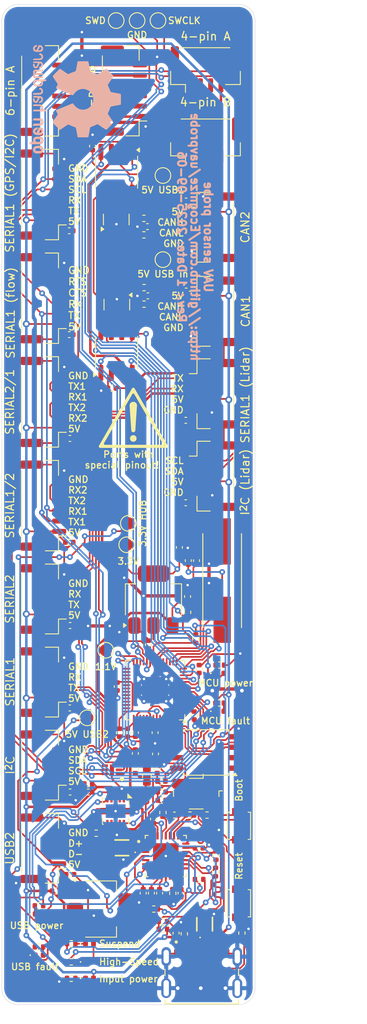
<source format=kicad_pcb>
(kicad_pcb (version 20241229) (generator "pcbnew") (generator_version "9.0")
  (title_block (title "UAV Sensor Probe") (date "2025-09-06") (rev "1") (comment 1 "Oleksiy Protas"))
  (layers (0 "F.Cu" signal) (2 "B.Cu" power) (13 "F.Paste" user) (15 "B.Paste" user) (5 "F.SilkS" user "F.Silkscreen") (7 "B.SilkS" user "B.Silkscreen") (1 "F.Mask" user) (3 "B.Mask" user) (25 "Edge.Cuts" user))
  (net 0 "")
  (net 1 "GND")
  (net 2 "+3.3V")
  (net 3 "/RP2040/VBUS1")
  (net 4 "Net-(U3-XIN)")
  (net 5 "Net-(C4-Pad2)")
  (net 6 "+1.1V")
  (net 7 "Net-(C19-Pad2)")
  (net 8 "Net-(C20-Pad2)")
  (net 9 "+3.3V (HUB)")
  (net 10 "/Connectors/VBUS")
  (net 11 "Net-(U8-PLLFILT)")
  (net 12 "Net-(U8-CRFILT)")
  (net 13 "Net-(U8-XTALOUT)")
  (net 14 "Net-(U8-XTALIN{slash}CLKIN)")
  (net 15 "/Connectors/VBUS2")
  (net 16 "/Connectors/CAN1_D+")
  (net 17 "/Connectors/CAN1_D-")
  (net 18 "/Connectors/CAN2_D-")
  (net 19 "/Connectors/CAN2_D+")
  (net 20 "/USB/FAULT1")
  (net 21 "Net-(D3-A)")
  (net 22 "/USB/FAULT2")
  (net 23 "Net-(D4-A)")
  (net 24 "Net-(D5-K)")
  (net 25 "Net-(D6-K)")
  (net 26 "Net-(D7-K)")
  (net 27 "Net-(D8-K)")
  (net 28 "Net-(D9-K)")
  (net 29 "/Connectors/USB2_D-")
  (net 30 "/Connectors/USB2_D+")
  (net 31 "/Connectors/UART1_RX")
  (net 32 "/Connectors/UART2_TX")
  (net 33 "/Connectors/I2C_SDA")
  (net 34 "/Connectors/I2C_SCL")
  (net 35 "/Connectors/UART2_RX")
  (net 36 "/Connectors/UART1_TX")
  (net 38 "Net-(J1-CC1)")
  (net 40 "Net-(J1-CC2)")
  (net 41 "Net-(J2-Pin_6)")
  (net 42 "Net-(J2-Pin_1)")
  (net 45 "Net-(J2-Pin_4)")
  (net 46 "Net-(J2-Pin_3)")
  (net 47 "Net-(J2-Pin_2)")
  (net 48 "Net-(J2-Pin_5)")
  (net 49 "Net-(J3-Pin_4)")
  (net 50 "Net-(J3-Pin_2)")
  (net 53 "Net-(J3-Pin_1)")
  (net 54 "Net-(J3-Pin_3)")
  (net 59 "/Connectors/UART1_CTS")
  (net 60 "/Connectors/UART1_RTS")
  (net 61 "Net-(U1-~{CS})")
  (net 62 "/RP2040/USBRPI_D+")
  (net 63 "/RP2040/USB1_D+")
  (net 64 "/RP2040/USB1_D-")
  (net 65 "/RP2040/USBRPI_D-")
  (net 66 "Net-(U3-XOUT)")
  (net 67 "Net-(U7-ILM)")
  (net 68 "Net-(U8-VBUS_DET)")
  (net 69 "Net-(R15-Pad1)")
  (net 70 "/USB/~{RESET}")
  (net 71 "Net-(U8-RBIAS)")
  (net 72 "Net-(U8-NON_REM1)")
  (net 73 "Net-(U8-HS_IND)")
  (net 74 "Net-(U8-SUSP_IND{slash}NON_REM0)")
  (net 75 "/RP2040/~{BOOT}")
  (net 76 "Net-(U3-SWCLK)")
  (net 77 "Net-(U3-SWD)")
  (net 78 "/RP2040/SD2")
  (net 79 "/RP2040/SD3")
  (net 80 "/RP2040/SCLK")
  (net 81 "/RP2040/SD1")
  (net 82 "/RP2040/SD0")
  (net 84 "/RP2040/CAN2_TX")
  (net 94 "/RP2040/CAN1_TX")
  (net 96 "/RP2040/CAN2_RX")
  (net 100 "/RP2040/CAN1_SILENT")
  (net 104 "/RP2040/CAN1_RX")
  (net 105 "/RP2040/CAN2_SILENT")
  (net 109 "/USB/USBPWREN2")
  (net 110 "/USB/USBPWREN1")
  (net 113 "/USB/USBC_D-")
  (net 114 "/USB/USBC_D+")
  (net 115 "/USB/USB2_HUB_D+")
  (net 116 "/USB/USB2_HUB_D-")
  (net 117 "/USB/USBIN_D-")
  (net 118 "/USB/USBIN_D+")
  (footprint "TestPoint:TestPoint_Pad_D1.5mm" (layer "F.Cu") (at 121.52 27.449998)
    (property "Reference" "TP2")
    (property "Value" "SWD")
  )
  (footprint "TestPoint:TestPoint_Pad_D1.5mm" (layer "F.Cu") (at 127.2 46.25)
    (property "Reference" "TP8")
    (property "Value" "5V USB1")
  )
  (footprint "Capacitor_SMD:C_0402_1005Metric" (layer "F.Cu") (at 125.45 103.17 90)
    (property "Reference" "C7")
    (property "Value" "100n")
  )
  (footprint "Resistor_SMD:R_0402_1005Metric" (layer "F.Cu") (at 123.85 118.25 90)
    (property "Reference" "R4")
    (property "Value" "27")
  )
  (footprint "Package_TO_SOT_SMD:SOT-23" (layer "F.Cu") (at 121.6 61.9125 -90)
    (property "Reference" "D1")
    (property "Value" "NUP2105L")
  )
  (footprint "Connector_JST:JST_GH_BM04B-GHS-TBT_1x04-1MP_P1.25mm_Vertical" (layer "F.Cu") (at 112.65 97.63125 90)
    (property "Reference" "J5")
    (property "Value" "SERIAL2")
  )
  (footprint "Package_TO_SOT_SMD:SOT-23" (layer "F.Cu") (at 121.53 51.5875 90)
    (property "Reference" "D2")
    (property "Value" "NUP2105L")
  )
  (footprint "Import:ECLAMP8052PTCT" (layer "F.Cu") (at 132.27 137.1)
    (property "Reference" "FL2")
    (property "Value" "ECLAMP8052P.TCT" (hide yes))
  )
  (footprint "LED_SMD:LED_0402_1005Metric" (layer "F.Cu") (at 112.165 135.85)
    (property "Reference" "D9")
    (property "Value" "USB power")
  )
  (footprint "TestPoint:TestPoint_Pad_D1.5mm" (layer "F.Cu") (at 123 88.45 90)
    (property "Reference" "TP6")
    (property "Value" "3.3V HUB")
  )
  (footprint "Connector_JST:JST_GH_BM06B-GHS-TBT_1x06-1MP_P1.25mm_Vertical" (layer "F.Cu") (at 112.65 48.55625 90)
    (property "Reference" "J11")
    (property "Value" "SERIAL1 (GPS/I2C)")
  )
  (footprint "TestPoint:TestPoint_Pad_D1.5mm" (layer "F.Cu") (at 118 112.05)
    (property "Reference" "TP9")
    (property "Value" "5V USB2")
  )
  (footprint "Resistor_SMD:R_0402_1005Metric" (layer "F.Cu") (at 112.14 134.85)
    (property "Reference" "R28")
    (property "Value" "95R")
  )
  (footprint "Resistor_SMD:R_0402_1005Metric" (layer "F.Cu") (at 126.09 135.25)
    (property "Reference" "R25")
    (property "Value" "51k")
  )
  (footprint "Capacitor_SMD:C_0402_1005Metric" (layer "F.Cu") (at 123.85 116.37 90)
    (property "Reference" "C5")
    (property "Value" "100n")
  )
  (footprint "Package_SO:SOIC-8_3.9x4.9mm_P1.27mm" (layer "F.Cu") (at 121.565 45.85 -90)
    (property "Reference" "U5")
    (property "Value" "TJA1051T-3")
  )
  (footprint "LED_SMD:LED_0402_1005Metric" (layer "F.Cu") (at 118.28 139.46)
    (property "Reference" "D6")
    (property "Value" "Suspend")
  )
  (footprint "Resistor_SMD:R_0603_1608Metric" (layer "F.Cu") (at 125.25 119.075 90)
    (property "Reference" "R3")
    (property "Value" "27")
  )
  (footprint "Resistor_SMD:R_0402_1005Metric" (layer "F.Cu") (at 131.6 131.65 180)
    (property "Reference" "R23")
    (property "Value" "51k")
  )
  (footprint "Capacitor_SMD:C_0402_1005Metric" (layer "F.Cu") (at 131 111.77 -90)
    (property "Reference" "C12")
    (property "Value" "100n")
  )
  (footprint "Resistor_SMD:R_0402_1005Metric" (layer "F.Cu") (at 124.89 53.45)
    (property "Reference" "R9")
    (property "Value" "60R")
  )
  (footprint "Resistor_SMD:R_0402_1005Metric" (layer "F.Cu") (at 136.8 138.16 90)
    (property "Reference" "R12")
    (property "Value" "5.1k")
  )
  (footprint "Capacitor_SMD:C_0402_1005Metric" (layer "F.Cu") (at 115.9 78.15)
    (property "Reference" "C31")
    (property "Value" "1u")
  )
  (footprint "Capacitor_SMD:C_0402_1005Metric" (layer "F.Cu") (at 131.57 127.85)
    (property "Reference" "C42")
    (property "Value" "5u")
  )
  (footprint "Capacitor_SMD:C_0402_1005Metric" (layer "F.Cu") (at 118.65 42.68 90)
    (property "Reference" "C18")
    (property "Value" "100n")
  )
  (footprint "Capacitor_SMD:C_0402_1005Metric" (layer "F.Cu") (at 130.2 97.33 90)
    (property "Reference" "C2")
    (property "Value" "10u")
  )
  (footprint "LED_SMD:LED_0402_1005Metric" (layer "F.Cu") (at 118.28 141.67)
    (property "Reference" "D5")
    (property "Value" "High-Speed")
  )
  (footprint "Resistor_SMD:R_0402_1005Metric" (layer "F.Cu") (at 133.65 128.76 90)
    (property "Reference" "R16")
    (property "Value" "10k")
  )
  (footprint "Capacitor_SMD:C_0402_1005Metric" (layer "F.Cu") (at 123.85 113.85 -90)
    (property "Reference" "C10")
    (property "Value" "1u")
  )
  (footprint "Capacitor_SMD:C_0402_1005Metric" (layer "F.Cu") (at 125.32 52.45)
    (property "Reference" "C20")
    (property "Value" "100p")
  )
  (footprint "Connector_JST:JST_GH_BM04B-GHS-TBT_1x04-1MP_P1.25mm_Vertical" (layer "F.Cu") (at 132.375 42)
    (property "Reference" "J9")
    (property "Value" "4-pin B")
  )
  (footprint "Connector_JST:JST_GH_BM06B-GHS-TBT_1x06-1MP_P1.25mm_Vertical" (layer "F.Cu") (at 112.65 86.3 90)
    (property "Reference" "J6")
    (property "Value" "SERIAL1/2")
  )
  (footprint "Import:QFN50P500X500X100-29N" (layer "F.Cu") (at 127.55 128.815)
    (property "Reference" "U8")
    (property "Value" "USB2412-DZK")
  )
  (footprint "Import:XTAL_ABLS-12.000MHZ-B4-T" (layer "F.Cu") (at 134.4 95.4 90)
    (property "Reference" "Y1")
    (property "Value" "12 MHz")
  )
  (footprint "Capacitor_SMD:C_0402_1005Metric" (layer "F.Cu") (at 115.92 100.85)
    (property "Reference" "C30")
    (property "Value" "1u")
  )
  (footprint "Capacitor_SMD:C_0402_1005Metric" (layer "F.Cu") (at 121.65 108.25 -90)
    (property "Reference" "C16")
    (property "Value" "100n")
  )
  (footprint "Capacitor_SMD:C_0402_1005Metric" (layer "F.Cu") (at 127.05 122.05 180)
    (property "Reference" "C28")
    (property "Value" "12p")
  )
  (footprint "Capacitor_SMD:C_0402_1005Metric" (layer "F.Cu") (at 126.8 133.32 -90)
    (property "Reference" "C21")
    (property "Value" "5u")
  )
  (footprint "Connector_JST:JST_GH_BM06B-GHS-TBT_1x06-1MP_P1.25mm_Vertical" (layer "F.Cu") (at 122.45 35.95 90)
    (property "Reference" "J8")
    (property "Value" "6-pin B")
  )
  (footprint "Capacitor_SMD:C_0402_1005Metric" (layer "F.Cu") (at 122.9 113.85 -90)
    (property "Reference" "C13")
    (property "Value" "100n")
  )
  (footprint "Capacitor_SMD:C_0402_1005Metric" (layer "F.Cu") (at 131.6 106.13 90)
    (property "Reference" "C15")
    (property "Value" "100n")
  )
  (footprint "LED_SMD:LED_0402_1005Metric" (layer "F.Cu") (at 134.115 111.25)
    (property "Reference" "D3")
    (property "Value" "MCU fault")
  )
  (footprint "Connector_JST:JST_GH_BM04B-GHS-TBT_1x04-1MP_P1.25mm_Vertical" (layer "F.Cu") (at 132.375 33.35)
    (property "Reference" "J3")
    (property "Value" "4-pin A")
  )
  (footprint "Capacitor_SMD:C_0402_1005Metric" (layer "F.Cu") (at 115.82 52.95)
    (property "Reference" "C34")
    (property "Value" "1u")
  )
  (footprint "Capacitor_SMD:C_0402_1005Metric" (layer "F.Cu") (at 115.82 65.55)
    (property "Reference" "C33")
    (property "Value" "1u")
  )
  (footprint "Capacitor_SMD:C_0402_1005Metric" (layer "F.Cu") (at 126.3 116.43 90)
    (property "Reference" "C9")
    (property "Value" "100n")
  )
  (footprint "Capacitor_SMD:C_0402_1005Metric" (layer "F.Cu") (at 129.97 85.95 180)
    (property "Reference" "C36")
    (property "Value" "1u")
  )
  (footprint "Package_SO:SOIC-8_5.3x5.3mm_P1.27mm" (layer "F.Cu") (at 132.45 116.25 180)
    (property "Reference" "U1")
    (property "Value" "W25Q16JVSS")
  )
  (footprint "Import:SON50P160X160X65-7N" (layer "F.Cu") (at 121 118.35 180)
    (property "Reference" "IC1")
    (property "Value" "UCLAMP3306P.TCT" (hide yes))
  )
  (footprint "Resistor_SMD:R_0402_1005Metric" (layer "F.Cu") (at 116.055 139.46 180)
    (property "Reference" "R24")
    (property "Value" "10R")
  )
  (footprint "Package_TO_SOT_SMD:SOT-223-3_TabPin2" (layer "F.Cu") (at 119.65 135.25)
    (property "Reference" "U6")
    (property "Value" "NCP1117-5.0_SOT223")
  )
  (footprint "Connector_JST:JST_GH_BM04B-GHS-TBT_1x04-1MP_P1.25mm_Vertical" (layer "F.Cu") (at 133.2 52.525 -90)
    (property "Reference" "J17")
    (property "Value" "CAN2")
  )
  (footprint "Resistor_SMD:R_0402_1005Metric" (layer "F.Cu") (at 127.2 136.75 180)
    (property "Reference" "R14")
    (property "Value" "5.1k")
  )
  (footprint "Package_TO_SOT_SMD:SOT-223-3_TabPin2" (layer "F.Cu") (at 126.05 97.7 90)
    (property "Reference" "U2")
    (property "Value" "NCP1117-5.0_SOT223")
  )
  (footprint "Capacitor_SMD:C_0402_1005Metric" (layer "F.Cu") (at 130.28 92.97 -90)
    (property "Reference" "C3")
    (property "Value" "27p")
  )
  (footprint "TestPoint:TestPoint_Pad_D1.5mm" (layer "F.Cu") (at 126.6 27.449998)
    (property "Reference" "TP1")
    (property "Value" "SWCLK")
  )
  (footprint "Connector_JST:JST_GH_BM04B-GHS-TBT_1x04-1MP_P1.25mm_Vertical" (layer "F.Cu") (at 133.2 82.725 -90)
    (property "Reference" "J13")
    (property "Value" "I^{2}C (Lidar)")
  )
  (footprint "Capacitor_SMD:C_0402_1005Metric" (layer "F.Cu") (at 131.28 92.97 -90)
    (property "Reference" "C4")
    (property "Value" "27p")
  )
  (footprint "Capacitor_SMD:C_0402_1005Metric" (layer "F.Cu") (at 127.05 121.05 180)
    (property "Reference" "C27")
    (property "Value" "12p")
  )
  (footprint "TestPoint:TestPoint_Pad_D1.5mm" (layer "F.Cu") (at 122.8 91.05)
    (property "Reference" "TP5")
    (property "Value" "3.3V")
  )
  (footprint "LED_SMD:LED_0402_1005Metric" (layer "F.Cu") (at 118.28 143.65)
    (property "Reference" "D7")
    (property "Value" "Input power")
  )
  (footprint "Resistor_SMD:R_0402_1005Metric" (layer "F.Cu") (at 116.055 141.65 180)
    (property "Reference" "R22")
    (property "Value" "10R")
  )
  (footprint "Capacitor_SMD:C_0402_1005Metric" (layer "F.Cu") (at 115.92 131.05)
    (property "Reference" "C38")
    (property "Value" "10u")
  )
  (footprint "Resistor_SMD:R_0402_1005Metric" (layer "F.Cu") (at 119.09 126.05)
    (property "Reference" "R10")
    (property "Value" "61.9k")
  )
  (footprint "LED_SMD:LED_0402_1005Metric" (layer "F.Cu") (at 134.115 106.65)
    (property "Reference" "D8")
    (property "Value" "MCU power")
  )
  (footprint "Resistor_SMD:R_0402_1005Metric" (layer "F.Cu") (at 133.6 130.76 90)
    (property "Reference" "R15")
    (property "Value" "5.1k")
  )
  (footprint "Crystal:Crystal_SMD_Abracon_ABM3B-4Pin_5.0x3.2mm" (layer "F.Cu") (at 131.25 121.25 180)
    (property "Reference" "Y2")
    (property "Value" "24MHz")
  )
  (footprint "Resistor_SMD:R_0402_1005Metric" (layer "F.Cu") (at 124.89 51.45 180)
    (property "Reference" "R8")
    (property "Value" "60R")
  )
  (footprint "Button_Switch_SMD:SW_SPST_B3U-1000P" (layer "F.Cu") (at 136.45 134.55 90)
    (property "Reference" "SW2")
    (property "Value" "Reset")
  )
  (footprint "Capacitor_SMD:C_0402_1005Metric" (layer "F.Cu") (at 126.05 124.33 90)
    (property "Reference" "C26")
    (property "Value" "100n")
  )
  (footprint "Resistor_SMD:R_0402_1005Metric" (layer "F.Cu") (at 130.49 123.85 180)
    (property "Reference" "R17")
    (property "Value" "1M")
  )
  (footprint "Capacitor_SMD:C_0402_1005Metric" (layer "F.Cu") (at 126.25 113.85 -90)
    (property "Reference" "C8")
    (property "Value" "1u")
  )
  (footprint "TestPoint:TestPoint_Pad_D1.5mm" (layer "F.Cu") (at 127.2 56.45)
    (property "Reference" "TP7")
    (property "Value" "5V USB in")
  )
  (footprint "Capacitor_SMD:C_0402_1005Metric" (layer "F.Cu") (at 115.92 121.05)
    (property "Reference" "C37")
    (property "Value" "1u")
  )
  (footprint "Capacitor_SMD:C_0402_1005Metric" (layer "F.Cu") (at 126.5 118.27 -90)
    (property "Reference" "C11")
    (property "Value" "100n")
  )
  (footprint "Connector_JST:JST_GH_BM04B-GHS-TBT_1x04-1MP_P1.25mm_Vertical" (layer "F.Cu") (at 112.65 107.7125 90)
    (property "Reference" "J4")
    (property "Value" "SERIAL1")
  )
  (footprint "Symbol:Symbol_Attention_Triangle_8x7mm_Copper" (layer "F.Cu") (at 123.6 75.65)
    (property "Reference" "REF**" (hide yes))
    (property "Value" "Symbol_Attention_Triangle_8x7mm_Copper" (hide yes))
  )
  (footprint "Capacitor_SMD:C_0402_1005Metric" (layer "F.Cu") (at 130.02 49.35 180)
    (property "Reference" "C40")
    (property "Value" "1u")
  )
  (footprint "Capacitor_SMD:C_0402_1005Metric" (layer "F.Cu") (at 118.12 120.05 180)
    (property "Reference" "C45")
    (property "Value" "10u")
  )
  (footprint "Resistor_SMD:R_0402_1005Metric" (layer "F.Cu") (at 132.56 123.85 180)
    (property "Reference" "R29")
    (property "Value" "1k")
  )
  (footprint "Package_DFN_QFN:QFN-56-1EP_7x7mm_P0.4mm_EP3.2x3.2mm_ThermalVias" (layer "F.Cu") (at 126.25 108.6875 180)
    (property "Reference" "U3")
    (property "Value" "RP2040")
  )
  (footprint "Package_SON:VSON-10-1EP_3x3mm_P0.5mm_EP1.65x2.4mm_ThermalVias" (layer "F.Cu") (at 121.45 123.37 -90)
    (property "Reference" "U7")
    (property "Value" "TPS2561")
  )
  (footprint "LED_SMD:LED_0402_1005Metric" (layer "F.Cu") (at 112.165 140.85)
    (property "Reference" "D4")
    (property "Value" "USB fault")
  )
  (footprint "Capacitor_SMD:C_0402_1005Metric" (layer "F.Cu") (at 129.2 91.37 90)
    (property "Reference" "C6")
    (property "Value" "10u")
  )
  (footprint "Resistor_SMD:R_0402_1005Metric" (layer "F.Cu") (at 129.8 138.25 90)
    (property "Reference" "R11")
    (property "Value" "5.1k")
  )
  (footprint "TestPoint:TestPoint_Pad_D1.5mm" (layer "F.Cu") (at 120.25 103.85)
    (property "Reference" "TP4")
    (property "Value" "1.1V")
  )
  (footprint "Capacitor_SMD:C_0402_1005Metric" (layer "F.Cu") (at 130.02 59.55 180)
    (property "Reference" "C39")
    (property "Value" "1u")
  )
  (footprint "Capacitor_SMD:C_0402_1005Metric" (layer "F.Cu") (at 115.82 90.75)
    (property "Reference" "C32")
    (property "Value" "1u")
  )
  (footprint "Capacitor_SMD:C_0402_1005Metric" (layer "F.Cu") (at 127.02 119.75 180)
    (property "Reference" "C1")
    (property "Value" "100n")
  )
  (footprint "Import:ECLAMP8052PTCT" (layer "F.Cu") (at 122.23 127.82 90)
    (property "Reference" "FL1")
    (property "Value" "ECLAMP8052P.TCT" (hide yes))
  )
  (footprint "Resistor_SMD:R_0402_1005Metric" (layer "F.Cu") (at 116.055 143.65 180)
    (property "Reference" "R26")
    (property "Value" "95R")
  )
  (footprint "Capacitor_SMD:C_0402_1005Metric" (layer "F.Cu") (at 118.12 121.05 180)
    (property "Reference" "C44")
    (property "Value" "10u")
  )
  (footprint "Resistor_SMD:R_0402_1005Metric" (layer "F.Cu") (at 134.09 110.25 180)
    (property "Reference" "R20")
    (property "Value" "150R")
  )
  (footprint "Package_SO:SOIC-8_3.9x4.9mm_P1.27mm" (layer "F.Cu") (at 121.565 67.725 90)
    (property "Reference" "U4")
    (property "Value" "TJA1051T-3")
  )
  (footprint "Capacitor_SMD:C_0402_1005Metric" (layer "F.Cu") (at 128.8 138.17 90)
    (property "Reference" "C22")
    (property "Value" "1u")
  )
  (footprint "Resistor_SMD:R_0402_1005Metric" (layer "F.Cu") (at 127.2 137.7 180)
    (property "Reference" "R13")
    (property "Value" "5.1k")
  )
  (footprint "Connector_JST:JST_GH_BM06B-GHS-TBT_1x06-1MP_P1.25mm_Vertical" (layer "F.Cu") (at 112.65 61.1375 90)
    (property "Reference" "J10")
    (property "Value" "SERIAL1 (flow)")
  )
  (footprint "Connector_JST:JST_GH_BM04B-GHS-TBT_1x04-1MP_P1.25mm_Vertical" (layer "F.Cu") (at 133.2 72.725 -90)
    (property "Reference" "J12")
    (property "Value" "SERIAL1 (Lidar)")
  )
  (footprint "Capacitor_SMD:C_0402_1005Metric" (layer "F.Cu") (at 129.98 75.95 180)
    (property "Reference" "C35")
    (property "Value" "1u")
  )
  (footprint "Resistor_SMD:R_0402_1005Metric" (layer "F.Cu") (at 130.2 99.25 -90)
    (property "Reference" "R5")
    (property "Value" "1k")
  )
  (footprint "TestPoint:TestPoint_Pad_D1.5mm" (layer "F.Cu") (at 124.06 27.449998)
    (property "Reference" "TP3")
    (property "Value" "GND")
  )
  (footprint "Capacitor_SMD:C_0402_1005Metric" (layer "F.Cu") (at 128.6 123.85 180)
    (property "Reference" "C24")
    (property "Value" "100n")
  )
  (footprint "Connector_JST:JST_GH_BM06B-GHS-TBT_1x06-1MP_P1.25mm_Vertical" (layer "F.Cu") (at 112.65 35.975 90)
    (property "Reference" "J2")
    (property "Value" "6-pin A")
  )
  (footprint "Capacitor_SMD:C_0402_1005Metric" (layer "F.Cu") (at 125.37 60.85)
    (property "Reference" "C19")
    (property "Value" "100p")
  )
  (footprint "Resistor_SMD:R_0402_1005Metric" (layer "F.Cu") (at 131.2 102.45 -90)
    (property "Reference" "R2")
    (property "Value" "10k")
  )
  (footprint "Resistor_SMD:R_0402_1005Metric" (layer "F.Cu") (at 124.91 61.85)
    (property "Reference" "R7")
    (property "Value" "60R")
  )
  (footprint "Capacitor_SMD:C_0402_1005Metric" (layer "F.Cu") (at 115.88 110.85)
    (property "Reference" "C29")
    (property "Value" "1u")
  )
  (footprint "Import:JAE_DX07S016JA1R1500" (layer "F.Cu") (at 131.92 141.75)
    (property "Reference" "J1")
    (property "Value" "USB_C_Receptacle_USB2.0_14P")
  )
  (footprint "Resistor_SMD:R_0402_1005Metric" (layer "F.Cu") (at 127.2 123.54 -90)
    (property "Reference" "R18")
    (property "Value" "12k")
  )
  (footprint "Capacitor_SMD:C_0402_1005Metric" (layer "F.Cu") (at 114.2 133.05)
    (property "Reference" "C23")
    (property "Value" "10u")
  )
  (footprint "Button_Switch_SMD:SW_SPST_B3U-1000P" (layer "F.Cu") (at 136.45 125.15 90)
    (property "Reference" "SW1")
    (property "Value" "Boot")
  )
  (footprint "Resistor_SMD:R_0402_1005Metric" (layer "F.Cu") (at 124.91 59.85 180)
    (property "Reference" "R6")
    (property "Value" "60R")
  )
  (footprint "Resistor_SMD:R_0402_1005Metric" (layer "F.Cu") (at 134.115 105.65)
    (property "Reference" "R27")
    (property "Value" "150R")
  )
  (footprint "Capacitor_SMD:C_0402_1005Metric" (layer "F.Cu") (at 124.8 133.32 -90)
    (property "Reference" "C43")
    (property "Value" "5u")
  )
  (footprint "Connector_JST:JST_GH_BM04B-GHS-TBT_1x04-1MP_P1.25mm_Vertical" (layer "F.Cu") (at 112.65 117.79375 90)
    (property "Reference" "J14")
    (property "Value" "I^{2}C")
  )
  (footprint "Connector_JST:JST_GH_BM04B-GHS-TBT_1x04-1MP_P1.25mm_Vertical" (layer "F.Cu") (at 112.65 127.875 90)
    (property "Reference" "J15")
    (property "Value" "USB2")
  )
  (footprint "Connector_JST:JST_GH_BM06B-GHS-TBT_1x06-1MP_P1.25mm_Vertical" (layer "F.Cu") (at 112.65 73.71875 90)
    (property "Reference" "J7")
    (property "Value" "SERIAL2/1")
  )
  (footprint "Capacitor_SMD:C_0402_1005Metric" (layer "F.Cu") (at 129.4 133.32 -90)
    (property "Reference" "C41")
    (property "Value" "5u")
  )
  (footprint "Resistor_SMD:R_0402_1005Metric" (layer "F.Cu") (at 128.4 133.34 -90)
    (property "Reference" "R19")
    (property "Value" "51k")
  )
  (footprint "Capacitor_SMD:C_0402_1005Metric" (layer "F.Cu") (at 125.8 133.32 -90)
    (property "Reference" "C25")
    (property "Value" "100n")
  )
  (footprint "Connector_JST:JST_GH_BM04B-GHS-TBT_1x04-1MP_P1.25mm_Vertical" (layer "F.Cu") (at 133.2 62.725 -90)
    (property "Reference" "J16")
    (property "Value" "CAN1")
  )
  (footprint "Resistor_SMD:R_0402_1005Metric" (layer "F.Cu") (at 112.14 139.85 180)
    (property "Reference" "R21")
    (property "Value" "150R")
  )
  (footprint "Capacitor_SMD:C_0402_1005Metric" (layer "F.Cu") (at 121 72.05 180)
    (property "Reference" "C17")
    (property "Value" "100n")
  )
  (footprint "Capacitor_SMD:C_0402_1005Metric" (layer "F.Cu") (at 121.9 113.85 -90)
    (property "Reference" "C14")
    (property "Value" "100n")
  )
  (footprint "Symbol:OSHW-Logo2_14.6x12mm_SilkScreen" (layer "B.Cu") (at 116.55 37 90)
    (property "Reference" "REF**" (hide yes))
    (property "Value" "OSHW-Logo2_14.6x12mm_SilkScreen" (hide yes))
  )
  (gr_line (start 109.61 25.49) (end 136.4 25.49) (stroke (width 0.05)) (layer "Edge.Cuts"))
  (gr_line (start 136.4 146.85) (end 109.61 146.85) (stroke (width 0.05)) (layer "Edge.Cuts"))
  (gr_line (start 107.61 144.85) (end 107.61 27.49) (stroke (width 0.05)) (layer "Edge.Cuts"))
  (gr_arc (start 138.4 144.85) (mid 137.814214 146.264214) (end 136.4 146.85) (stroke (width 0.05)) (layer "Edge.Cuts"))
  (gr_arc (start 109.61 146.85) (mid 108.195786 146.264214) (end 107.61 144.85) (stroke (width 0.05)) (layer "Edge.Cuts"))
  (gr_line (start 138.4 27.49) (end 138.4 144.85) (stroke (width 0.05)) (layer "Edge.Cuts"))
  (gr_arc (start 136.4 25.49) (mid 137.814214 26.075786) (end 138.4 27.49) (stroke (width 0.05)) (layer "Edge.Cuts"))
  (gr_arc (start 107.61 27.49) (mid 108.195786 26.075786) (end 109.61 25.49) (stroke (width 0.05)) (layer "Edge.Cuts"))
  (gr_text "GND\nRX\nTX\n5V" (at 115.6 110.163183 0) (layer "F.SilkS") (effects (font (size 0.8 0.8) (thickness 0.15) (bold yes)) (justify left bottom)))
  (gr_text "GND\nRX\nTX\n5V" (at 115.6 100.081933 0) (layer "F.SilkS") (effects (font (size 0.8 0.8) (thickness 0.15) (bold yes)) (justify left bottom)))
  (gr_text "Ports with \nspecial pinout!" (at 126.8 81.85 0) (layer "F.SilkS") (effects (font (size 0.8 0.8) (thickness 0.15) (bold yes)) (justify right bottom)))
  (gr_text "GND\nTX1\nRX1\nTX2\nRX2\n5V" (at 115.6 77.457388 0) (layer "F.SilkS") (effects (font (size 0.8 0.8) (thickness 0.15) (bold yes)) (justify left bottom)))
  (gr_text "GND\nSDA\nSCL\n5V" (at 115.6 120.244433 0) (layer "F.SilkS") (effects (font (size 0.8 0.8) (thickness 0.15) (bold yes)) (justify left bottom)))
  (gr_text "SCL\nSDA\n5V\nGND" (at 129.8 85.175683 0) (layer "F.SilkS") (effects (font (size 0.8 0.8) (thickness 0.15) (bold yes)) (justify right bottom)))
  (gr_text "5V\nCANH\nCANL\nGND" (at 129.8 54.975683 0) (layer "F.SilkS") (effects (font (size 0.8 0.8) (thickness 0.15) (bold yes)) (justify right bottom)))
  (gr_text "GND\nRTS\nCTS\nRX\nTX\n5V" (at 115.6 65.098131 0) (layer "F.SilkS") (effects (font (size 0.85 0.85) (thickness 0.15) (bold yes)) (justify left bottom)))
  (gr_text "TX\nRX\n5V\nGND" (at 129.8 75.175683 0) (layer "F.SilkS") (effects (font (size 0.8 0.8) (thickness 0.15) (bold yes)) (justify right bottom)))
  (gr_text "GND\nRX2\nTX2\nRX1\nTX1\n5V" (at 115.6 90.038638 0) (layer "F.SilkS") (effects (font (size 0.8 0.8) (thickness 0.15) (bold yes)) (justify left bottom)))
  (gr_text "5V\nCANH\nCANL\nGND" (at 129.8 65.175683 0) (layer "F.SilkS") (effects (font (size 0.8 0.8) (thickness 0.15) (bold yes)) (justify right bottom)))
  (gr_text "GND\nD+\nD-\n5V" (at 115.6 130.325683 0) (layer "F.SilkS") (effects (font (size 0.8 0.8) (thickness 0.15) (bold yes)) (justify left bottom)))
  (gr_text "GND\nSDA\nSCL\nRX\nTX\n5V" (at 115.6 52.294888 0) (layer "F.SilkS") (effects (font (size 0.8 0.8) (thickness 0.15) (bold yes)) (justify left bottom)))
  (gr_text "UAV sensor probe\nhttps://github.com/Ecognize/uavprobe\nRev.: ${REVISION} Date: ${ISSUE_DATE}\n" (at 128.9 53.7 270) (layer "B.SilkS") (effects (font (size 1 1) (thickness 0.25) (bold yes)) (justify bottom mirror)))
  (segment (start 124.3 134.3) (end 124.8 133.8) (width 0.2) (layer "F.Cu") (net 1))
  (segment (start 130.52 144.85) (end 131.8 144.85) (width 0.4) (layer "F.Cu") (net 1))
  (segment (start 127.929 117.579) (end 129.68828 117.579) (width 0.2) (layer "F.Cu") (net 1))
  (segment (start 129.97 59.12) (end 129.54 59.55) (width 0.2) (layer "F.Cu") (net 1))
  (segment (start 135.2 126.85) (end 134 125.65) (width 0.2) (layer "F.Cu") (net 1))
  (segment (start 114.6 95.75625) (end 115.2 95.15625) (width 0.2) (layer "F.Cu") (net 1))
  (segment (start 130.28 91.57) (end 130.32 91.53) (width 0.2) (layer "F.Cu") (net 1))
  (segment (start 136.45 136.25) (end 136.45 137.3) (width 0.2) (layer "F.Cu") (net 1))
  (segment (start 129.68 90.89) (end 130.22 91.43) (width 0.2) (layer "F.Cu") (net 1))
  (segment (start 136.368258 104.318258) (end 133.231742 104.318258) (width 0.2) (layer "F.Cu") (net 1))
  (segment (start 118.97 123.62) (end 118.8 123.45) (width 0.2) (layer "F.Cu") (net 1))
  (segment (start 121.48 126.37) (end 121.6 126.25) (width 0.2) (layer "F.Cu") (net 1))
  (segment (start 130.46 75.39) (end 131.25 74.6) (width 0.2) (layer "F.Cu") (net 1))
  (segment (start 133.231742 104.318258) (end 131.9 105.65) (width 0.2) (layer "F.Cu") (net 1))
  (segment (start 132.35 122.45) (end 131.529 123.271) (width 0.2) (layer "F.Cu") (net 1))
  (segment (start 115.2 105.2375) (end 115.2 104.75) (width 0.2) (layer "F.Cu") (net 1))
  (segment (start 126.57 122.05) (end 126.57 121.05) (width 0.2) (layer "F.Cu") (net 1))
  (segment (start 129.926 119.374) (end 129.25 120.05) (width 0.2) (layer "F.Cu") (net 1))
  (segment (start 128.9 97.25) (end 130.2 95.95) (width 0.4) (layer "F.Cu") (net 1))
  (segment (start 118.1 135.35) (end 118.8 136.05) (width 0.2) (layer "F.Cu") (net 1))
  (segment (start 122.9 115.102775) (end 122.769557 115.233218) (width 0.2) (layer "F.Cu") (net 1))
  (segment (start 114.6 45.43125) (end 115.2 44.83125) (width 0.2) (layer "F.Cu") (net 1))
  (segment (start 120.52 72.05) (end 120.5 72.03) (width 0.2) (layer "F.Cu") (net 1))
  (segment (start 129.4 136.85) (end 129.8 137.25) (width 0.2) (layer "F.Cu") (net 1))
  (segment (start 116.5 132.95) (end 118.1 132.95) (width 0.3) (layer "F.Cu") (net 1))
  (segment (start 115.2 82.575) (end 115.2 82.05) (width 0.2) (layer "F.Cu") (net 1))
  (segment (start 123.85 115.85) (end 123.386339 115.85) (width 0.2) (layer "F.Cu") (net 1))
  (segment (start 134.6 76.45) (end 134.6 79) (width 0.2) (layer "F.Cu") (net 1))
  (segment (start 134.6 56.25) (end 131.5 56.25) (width 0.2) (layer "F.Cu") (net 1))
  (segment (start 123.67 123.12) (end 124 123.45) (width 0.2) (layer "F.Cu") (net 1))
  (segment (start 111.25 53.53125) (end 115.71875 53.53125) (width 0.2) (layer "F.Cu") (net 1))
  (segment (start 122.2 42.400001) (end 122.2 43.375) (width 0.2) (layer "F.Cu") (net 1))
  (segment (start 118.1 132.95) (end 118.1 135.35) (width 0.2) (layer "F.Cu") (net 1))
  (segment (start 128.4 133.85) (end 128.4 134.55) (width 0.2) (layer "F.Cu") (net 1))
  (segment (start 130.2 96.85) (end 130.2 95.95) (width 0.2) (layer "F.Cu") (net 1))
  (segment (start 111.25 43.58125) (end 114.53125 43.58125) (width 0.2) (layer "F.Cu") (net 1))
  (segment (start 121.6 62.85) (end 121.6 61.25) (width 0.2) (layer "F.Cu") (net 1))
  (segment (start 128.45 133.8) (end 128.4 133.85) (width 0.2) (layer "F.Cu") (net 1))
  (segment (start 120.95 39.8) (end 124.6 39.8) (width 0.4) (layer "F.Cu") (net 1))
  (segment (start 118.58 126.05) (end 114.65 126.05) (width 0.2) (layer "F.Cu") (net 1))
  (segment (start 135.225001 114.345) (end 134.820001 114.75) (width 0.2) (layer "F.Cu") (net 1))
  (segment (start 130.45 85.95) (end 130.45 85.4) (width 0.2) (layer "F.Cu") (net 1))
  (segment (start 128.12 123.85) (end 128.02 123.85) (width 0.2) (layer "F.Cu") (net 1))
  (segment (start 117.64 120.05) (end 117.64 121.05) (width 0.2) (layer "F.Cu") (net 1))
  (segment (start 126.54 119.75) (end 127.101 120.311) (width 0.2) (layer "F.Cu") (net 1))
  (segment (start 116.4 121.05) (end 116.6 121.05) (width 0.2) (layer "F.Cu") (net 1))
  (segment (start 130.6 65.25) (end 130.6 65.75) (width 0.2) (layer "F.Cu") (net 1))
  (segment (start 134.820001 114.75) (end 134.3 114.75) (width 0.2) (layer "F.Cu") (net 1))
  (segment (start 117.35 28.85) (end 117.35 31.7) (width 0.4) (layer "F.Cu") (net 1))
  (segment (start 114.485678 68.74375) (end 115.215438 69.47351) (width 0.2) (layer "F.Cu") (net 1))
  (segment (start 132.794389 125.548001) (end 133.898001 125.548001) (width 0.2) (layer "F.Cu") (net 1))
  (segment (start 116.4 131.05) (end 118.1 132.75) (width 0.2) (layer "F.Cu") (net 1))
  (segment (start 132.75 84.6) (end 133.2 85.05) (width 0.2) (layer "F.Cu") (net 1))
  (segment (start 134.6 59) (end 134.589 58.989) (width 0.2) (layer "F.Cu") (net 1))
  (segment (start 118.1 100.9) (end 120.739582 100.9) (width 0.4) (layer "F.Cu") (net 1))
  (segment (start 131.25 54.4) (end 130.7 54.95) (width 0.2) (layer "F.Cu") (net 1))
  (segment (start 131.529 123.271) (end 131.529 124.282612) (width 0.2) (layer "F.Cu") (net 1))
  (segment (start 120.5 72.03) (end 120.02 72.03) (width 0.2) (layer "F.Cu") (net 1))
  (segment (start 132.8 93.35) (end 132.8 95.7) (width 0.4) (layer "F.Cu") (net 1))
  (segment (start 115.819 78.711) (end 116.09 78.44) (width 0.2) (layer "F.Cu") (net 1))
  (segment (start 126.25 115.9) (end 126.3 115.95) (width 0.2) (layer "F.Cu") (net 1))
  (segment (start 111.25 103.9875) (end 114.4375 103.9875) (width 0.2) (layer "F.Cu") (net 1))
  (segment (start 127.5 117.15) (end 127.929 117.579) (width 0.2) (layer "F.Cu") (net 1))
  (segment (start 115.2 57.4125) (end 115.2 56.85) (width 0.2) (layer "F.Cu") (net 1))
  (segment (start 136.4 113.35) (end 136.4 113.9825) (width 0.2) (layer "F.Cu") (net 1))
  (segment (start 130.22 91.43) (end 130.32 91.53) (width 0.2) (layer "F.Cu") (net 1))
  (segment (start 132.05 127.85) (end 132.4 127.85) (width 0.2) (layer "F.Cu") (net 1))
  (segment (start 133.25 122.45) (end 132.35 122.45) (width 0.2) (layer "F.Cu") (net 1))
  (segment (start 114.6 70.59375) (end 115.2 69.99375) (width 0.2) (layer "F.Cu") (net 1))
  (segment (start 115.215438 69.47351) (end 115.215438 66.634562) (width 0.2) (layer "F.Cu") (net 1))
  (segment (start 114.4375 103.9875) (end 115.2 104.75) (width 0.2) (layer "F.Cu") (net 1))
  (segment (start 136.45 126.85) (end 135.2 126.85) (width 0.2) (layer "F.Cu") (net 1))
  (segment (start 111.25 93.90625) (end 114.45625 93.90625) (width 0.2) (layer "F.Cu") (net 1))
  (segment (start 111.25 121.51875) (end 111.78125 122.05) (width 0.2) (layer "F.Cu") (net 1))
  (segment (start 128.8 137.69) (end 128.8 137.45) (width 0.2) (layer "F.Cu") (net 1))
  (segment (start 136.8 137.65) (end 137.6 137.65) (width 0.2) (layer "F.Cu") (net 1))
  (segment (start 109.35 133.45) (end 109.35 132.1) (width 0.2) (layer "F.Cu") (net 1))
  (segment (start 136.599 108.549) (end 136.8 108.75) (width 0.4) (layer "F.Cu") (net 1))
  (segment (start 112.65 134.85) (end 112.65 134.1) (width 0.2) (layer "F.Cu") (net 1))
  (segment (start 134.6 66.45) (end 134.6 69) (width 0.2) (layer "F.Cu") (net 1))
  (segment (start 115.739 91.311) (end 116 91.05) (width 0.2) (layer "F.Cu") (net 1))
  (segment (start 115.2 94.65) (end 115.2 91.85) (width 0.2) (layer "F.Cu") (net 1))
  (segment (start 129.985 130.315) (end 129.05 130.315) (width 0.2) (layer "F.Cu") (net 1))
  (segment (start 129.4 133.8) (end 128.45 133.8) (width 0.2) (layer "F.Cu") (net 1))
  (segment (start 122.45 120.9) (end 122.2 120.65) (width 0.2) (layer "F.Cu") (net 1))
  (segment (start 130.101 58.989) (end 129.97 59.12) (width 0.2) (layer "F.Cu") (net 1))
  (segment (start 116.03 111.18) (end 116.36 110.85) (width 0.2) (layer "F.Cu") (net 1))
  (segment (start 133.27 135.85) (end 132.77 136.35) (width 0.2) (layer "F.Cu") (net 1))
  (segment (start 128.82 140.65) (end 127.975 140.65) (width 0.2) (layer "F.Cu") (net 1))
  (segment (start 122.106 126.756) (end 122.106 128.956) (width 0.2) (layer "F.Cu") (net 1))
  (segment (start 128.8 137.45) (end 129.4 136.85) (width 0.2) (layer "F.Cu") (net 1))
  (segment (start 114.41875 114.06875) (end 115.2 114.85) (width 0.2) (layer "F.Cu") (net 1))
  (segment (start 116.6 121.05) (end 117.1 121.55) (width 0.2) (layer "F.Cu") (net 1))
  (segment (start 115.2 44.83125) (end 115.2 44.25) (width 0.2) (layer "F.Cu") (net 1))
  (segment (start 128.989 120.311) (end 129.25 120.05) (width 0.2) (layer "F.Cu") (net 1))
  (segment (start 115.2 115.31875) (end 115.2 114.85) (width 0.2) (layer "F.Cu") (net 1))
  (segment (start 130.7 54.95) (end 130.7 55.45) (width 0.2) (layer "F.Cu") (net 1))
  (segment (start 120.739582 100.9) (end 120.739764 100.899818) (width 0.4) (layer "F.Cu") (net 1))
  (segment (start 130.28 92.49) (end 130.28 91.57) (width 0.2) (layer "F.Cu") (net 1))
  (segment (start 133.15 75) (end 134.6 76.45) (width 0.2) (layer "F.Cu") (net 1))
  (segment (start 115.215438 66.634562) (end 115.95 65.9) (width 0.2) (layer "F.Cu") (net 1))
  (segment (start 131 112.25) (end 131 112.95) (width 0.2) (layer "F.Cu") (net 1))
  (segment (start 114.5 124.15) (end 115.2 124.85) (width 0.2) (layer "F.Cu") (net 1))
  (segment (start 117.64 121.05) (end 117.6 121.05) (width 0.2) (layer "F.Cu") (net 1))
  (segment (start 115.2 104.75) (end 115.2 102.05) (width 0.2) (layer "F.Cu") (net 1))
  (segment (start 122.65 95.05) (end 124.85 97.25) (width 0.4) (layer "F.Cu") (net 1))
  (segment (start 122.5 95.05) (end 122.65 95.05) (width 0.4) (layer "F.Cu") (net 1))
  (segment (start 117.1 121.55) (end 116.6 122.05) (width 0.2) (layer "F.Cu") (net 1))
  (segment (start 124.84 52.45) (end 124.1 52.45) (width 0.2) (layer "F.Cu") (net 1))
  (segment (start 114.475 81.325) (end 115.2 82.05) (width 0.2) (layer "F.Cu") (net 1))
  (segment (start 111.286 91.311) (end 115.739 91.311) (width 0.2) (layer "F.Cu") (net 1))
  (segment (start 127.101 120.311) (end 127.8 120.311) (width 0.2) (layer "F.Cu") (net 1))
  (segment (start 114.6 83.175) (end 115.2 82.575) (width 0.2) (layer "F.Cu") (net 1))
  (segment (start 122.9 114.33) (end 122.9 115.102775) (width 0.2) (layer "F.Cu") (net 1))
  (segment (start 111.25 68.74375) (end 114.485678 68.74375) (width 0.2) (layer "F.Cu") (net 1))
  (segment (start 115.2 114.85) (end 115.2 112.01) (width 0.2) (layer "F.Cu") (net 1))
  (segment (start 126.05 123.85) (end 126.38 123.85) (width 0.2) (layer "F.Cu") (net 1))
  (segment (start 126.57 121.05) (end 127.309 120.311) (width 0.2) (layer "F.Cu") (net 1))
  (segment (start 135.02 140.65) (end 135.865 140.65) (width 0.2) (layer "F.Cu") (net 1))
  (segment (start 111.26725 78.711) (end 115.819 78.711) (width 0.2) (layer "F.Cu") (net 1))
  (segment (start 116 91.05) (end 116.3 90.75) (width 0.2) (layer "F.Cu") (net 1))
  (segment (start 136.0375 114.345) (end 135.225001 114.345) (width 0.2) (layer "F.Cu") (net 1))
  (segment (start 116.09 78.44) (end 116.38 78.15) (width 0.2) (layer "F.Cu") (net 1))
  (segment (start 115.7725 111.4375) (end 116.03 111.18) (width 0.2) (layer "F.Cu") (net 1))
  (segment (start 127.71 136.75) (end 127.86 136.75) (width 0.2) (layer "F.Cu") (net 1))
  (segment (start 111.25 114.06875) (end 114.41875 114.06875) (width 0.2) (layer "F.Cu") (net 1))
  (segment (start 127.2 123.03) (end 127.2 122.68) (width 0.2) (layer "F.Cu") (net 1))
  (segment (start 111.78125 122.05) (end 116.6 122.05) (width 0.2) (layer "F.Cu") (net 1))
  (segment (start 129.68828 117.579) (end 129.926 117.81672) (width 0.2) (layer "F.Cu") (net 1))
  (segment (start 134.625 105.65) (end 135.2 105.65) (width 0.2) (layer "F.Cu") (net 1))
  (segment (start 131.25 84.6) (end 132.75 84.6) (width 0.2) (layer "F.Cu") (net 1))
  (segment (start 114.5125 56.1625) (end 115.2 56.85) (width 0.2) (layer "F.Cu") (net 1))
  (segment (start 134.589 58.989) (end 130.101 58.989) (width 0.2) (layer "F.Cu") (net 1))
  (segment (start 134.8 144.85) (end 136.24 144.85) (width 0.4) (layer "F.Cu") (net 1))
  (segment (start 115.2 79.33) (end 116.09 78.44) (width 0.2) (layer "F.Cu") (net 1))
  (segment (start 130.45 85.4) (end 131.25 84.6) (width 0.2) (layer "F.Cu") (net 1))
  (segment (start 124.89 60.85) (end 124.25 60.85) (width 0.2) (layer "F.Cu") (net 1))
  (segment (start 133.32 144.85) (end 134.8 144.85) (width 0.4) (layer "F.Cu") (net 1))
  (segment (start 128.4 134.55) (end 128.5 134.65) (width 0.2) (layer "F.Cu") (net 1))
  (segment (start 122.106 128.956) (end 122.4 129.25) (width 0.2) (layer "F.Cu") (net 1))
  (segment (start 126.25 114.33) (end 126.25 115.9) (width 0.2) (layer "F.Cu") (net 1))
  (segment (start 112.65 134.1) (end 112.4 133.85) (width 0.2) (layer "F.Cu") (net 1))
  (segment (start 126.5 118.75) (end 126.5 119.71) (width 0.2) (layer "F.Cu") (net 1))
  (segment (start 127.2 122.68) (end 126.57 122.05) (width 0.2) (layer "F.Cu") (net 1))
  (segment (start 127.309 120.311) (end 127.8 120.311) (width 0.2) (layer "F.Cu") (net 1))
  (segment (start 123.83 123.62) (end 124 123.45) (width 0.2) (layer "F.Cu") (net 1))
  (segment (start 127.5 117.55) (end 127.35 117.7) (width 0.2) (layer "F.Cu") (net 1))
  (segment (start 121.53 50.65) (end 121.53 52.13) (width 0.2) (layer "F.Cu") (net 1))
  (segment (start 132.1 48.789) (end 130.101 48.789) (width 0.2) (layer "F.Cu") (net 1))
  (segment (start 115.2 56.85) (end 115.2 54.05) (width 0.2) (layer "F.Cu") (net 1))
  (segment (start 121.6 126.25) (end 122.106 126.756) (width 0.2) (layer "F.Cu") (net 1))
  (segment (start 126.5 119.71) (end 126.54 119.75) (width 0.2) (layer "F.Cu") (net 1))
  (segment (start 127.5 117.15) (end 127.5 117.55) (width 0.2) (layer "F.Cu") (net 1))
  (segment (start 133.898001 125.548001) (end 134 125.65) (width 0.2) (layer "F.Cu") (net 1))
  (segment (start 124.3 134.45) (end 124.3 134.3) (width 0.2) (layer "F.Cu") (net 1))
  (segment (start 120.02 72.03) (end 119.75 72.3) (width 0.2) (layer "F.Cu") (net 1))
  (segment (start 130.7 58.39) (end 129.97 59.12) (width 0.2) (layer "F.Cu") (net 1))
  (segment (start 115.2 69.99375) (end 115.2 69.35) (width 0.2) (layer "F.Cu") (net 1))
  (segment (start 115.71875 53.53125) (end 116.3 52.95) (width 0.2) (layer "F.Cu") (net 1))
  (segment (start 114.53125 43.58125) (end 115.2 44.25) (width 0.2) (layer "F.Cu") (net 1))
  (segment (start 124.06 27.449998) (end 126.5 29.889998) (width 0.2) (layer "F.Cu") (net 1))
  (segment (start 129.8 137.25) (end 129.8 137.74) (width 0.2) (layer "F.Cu") (net 1))
  (segment (start 118.65 42.2) (end 118.65 41.35) (width 0.2) (layer "F.Cu") (net 1))
  (segment (start 119.9 123.12) (end 119.13 123.12) (width 0.2) (layer "F.Cu") (net 1))
  (segment (start 111.25 101.35625) (end 111.34375 101.45) (width 0.2) (layer "F.Cu") (net 1))
  (segment (start 115.2 112.01) (end 116.03 111.18) (width 0.2) (layer "F.Cu") (net 1))
  (segment (start 115.7375 66.1125) (end 115.95 65.9) (width 0.2) (layer "F.Cu") (net 1))
  (segment (start 135.2 105.65) (end 136.6 104.25) (width 0.2) (layer "F.Cu") (net 1))
  (segment (start 130.46 75.95) (end 130.46 75.39) (width 0.2) (layer "F.Cu") (net 1))
  (segment (start 117.6 121.05) (end 117.1 121.55) (width 0.2) (layer "F.Cu") (net 1))
  (segment (start 111.25 66.1125) (end 115.7375 66.1125) (width 0.2) (layer "F.Cu") (net 1))
  (segment (start 130.7 55.45) (end 130.7 58.39) (width 0.2) (layer "F.Cu") (net 1))
  (segment (start 123.386339 115.85) (end 122.769557 115.233218) (width 0.2) (layer "F.Cu") (net 1))
  (segment (start 112.4 133.85) (end 109.75 133.85) (width 0.2) (layer "F.Cu") (net 1))
  (segment (start 114.6 115.91875) (end 115.2 115.31875) (width 0.2) (layer "F.Cu") (net 1))
  (segment (start 131.9 105.65) (end 131.6 105.65) (width 0.2) (layer "F.Cu") (net 1))
  (segment (start 124.8 133.8) (end 126.8 133.8) (width 0.2) (layer "F.Cu") (net 1))
  (segment (start 133.2 108.75) (end 133.401 108.549) (width 0.4) (layer "F.Cu") (net 1))
  (segment (start 118.65 42.2) (end 118.701 42.149) (width 0.2) (layer "F.Cu") (net 1))
  (segment (start 115.2 95.15625) (end 115.2 94.65) (width 0.2) (layer "F.Cu") (net 1))
  (segment (start 127.8 120.311) (end 128.989 120.311) (width 0.2) (layer "F.Cu") (net 1))
  (segment (start 111.25 56.1625) (end 114.5125 56.1625) (width 0.2) (layer "F.Cu") (net 1))
  (segment (start 111.25 81.325) (end 114.475 81.325) (width 0.2) (layer "F.Cu") (net 1))
  (segment (start 131.529 124.282612) (end 132.794389 125.548001) (width 0.2) (layer "F.Cu") (net 1))
  (segment (start 134.1 114.95) (end 134 114.95) (width 0.2) (layer "F.Cu") (net 1))
  (segment (start 120.52 70.61) (end 120.93 70.2) (width 0.2) (layer "F.Cu") (net 1))
  (segment (start 131.25 64.6) (end 130.6 65.25) (width 0.2) (layer "F.Cu") (net 1))
  (segment (start 132.4 127.85) (end 132.8 127.45) (width 0.2) (layer "F.Cu") (net 1))
  (segment (start 119.9 123.62) (end 118.97 123.62) (width 0.2) (layer "F.Cu") (net 1))
  (segment (start 121.9 114.33) (end 123.85 114.33) (width 0.2) (layer "F.Cu") (net 1))
  (segment (start 136.45 137.3) (end 136.8 137.65) (width 0.2) (layer "F.Cu") (net 1))
  (segment (start 133.4 135.85) (end 133.27 135.85) (width 0.2) (layer "F.Cu") (net 1))
  (segment (start 123 123.62) (end 123.83 123.62) (width 0.2) (layer "F.Cu") (net 1))
  (segment (start 121 119.45) (end 121 118.35) (width 0.2) (layer "F.Cu") (net 1))
  (segment (start 114.65 126.05) (end 114.6 126) (width 0.2) (layer "F.Cu") (net 1))
  (segment (start 129.2 90.89) (end 129.68 90.89) (width 0.2) (layer "F.Cu") (net 1))
  (segment (start 130.32 91.53) (end 131.28 92.49) (width 0.2) (layer "F.Cu") (net 1))
  (segment (start 131.25 74.6) (end 132.75 74.6) (width 0.2) (layer "F.Cu") (net 1))
  (segment (start 126.5 29.889998) (end 126.5 31.85) (width 0.2) (layer "F.Cu") (net 1))
  (segment (start 124.25 60.85) (end 124.1 60.85) (width 0.2) (layer "F.Cu") (net 1))
  (segment (start 111.25 111.4375) (end 115.7725 111.4375) (width 0.2) (layer "F.Cu") (net 1))
  (segment (start 111.25 78.69375) (end 111.26725 78.711) (width 0.2) (layer "F.Cu") (net 1))
  (segment (start 115.2 125.4) (end 115.2 124.85) (width 0.2) (layer "F.Cu") (net 1))
  (segment (start 127.35 117.7) (end 127.3 117.75) (width 0.2) (layer "F.Cu") (net 1))
  (segment (start 118.701 42.149) (end 121.948999 42.149) (width 0.2) (layer "F.Cu") (net 1))
  (segment (start 124.6 39.8) (end 125.1 40.3) (width 0.4) (layer "F.Cu") (net 1))
  (segment (start 126.3 115.95) (end 127.5 117.15) (width 0.2) (layer "F.Cu") (net 1))
  (segment (start 121.48 127.32) (end 121.48 126.37) (width 0.2) (layer "F.Cu") (net 1))
  (segment (start 134.589 48.789) (end 132.1 48.789) (width 0.2) (layer "F.Cu") (net 1))
  (segment (start 114.6 126) (end 115.2 125.4) (width 0.2) (layer "F.Cu") (net 1))
  (segment (start 115 143.65) (end 114.6 144.05) (width 0.2) (layer "F.Cu") (net 1))
  (segment (start 133.401 108.549) (end 136.599 108.549) (width 0.4) (layer "F.Cu") (net 1))
  (segment (start 126.38 123.85) (end 127.2 123.03) (width 0.2) (layer "F.Cu") (net 1))
  (segment (start 129 144.85) (end 130.52 144.85) (width 0.4) (layer "F.Cu") (net 1))
  (segment (start 121.948999 42.149) (end 122.2 42.400001) (width 0.2) (layer "F.Cu") (net 1))
  (segment (start 121.65 108.73) (end 121.65 109.6) (width 0.2) (layer "F.Cu") (net 1))
  (segment (start 121.65 109.6) (end 121.7 109.65) (width 0.2) (layer "F.Cu") (net 1))
  (segment (start 114.6 105.8375) (end 115.2 105.2375) (width 0.2) (layer "F.Cu") (net 1))
  (segment (start 135.865 140.65) (end 136.24 141.025) (width 0.2) (layer "F.Cu") (net 1))
  (segment (start 130.101 48.789) (end 129.54 49.35) (width 0.2) (layer "F.Cu") (net 1))
  (segment (start 122.45 121.895) (end 122.45 120.9) (width 0.2) (layer "F.Cu") (net 1))
  (segment (start 119.13 123.12) (end 118.8 123.45) (width 0.2) (layer "F.Cu") (net 1))
  (segment (start 134.6 48.8) (end 134.589 48.789) (width 0.2) (layer "F.Cu") (net 1))
  (segment (start 115.95 65.9) (end 116.3 65.55) (width 0.2) (layer "F.Cu") (net 1))
  (segment (start 122.7 100.85) (end 121.9 101.65) (width 0.2) (layer "F.Cu") (net 1))
  (segment (start 109.75 133.85) (end 109.35 133.45) (width 0.2) (layer "F.Cu") (net 1))
  (segment (start 114.68 133.05) (end 116.4 133.05) (width 0.3) (layer "F.Cu") (net 1))
  (segment (start 115.8 101.45) (end 116.4 100.85) (width 0.2) (layer "F.Cu") (net 1))
  (segment (start 111.25 91.275) (end 111.286 91.311) (width 0.2) (layer "F.Cu") (net 1))
  (segment (start 134.3 114.75) (end 134.1 114.95) (width 0.2) (layer "F.Cu") (net 1))
  (segment (start 133.2 85.05) (end 134.6 86.45) (width 0.2) (layer "F.Cu") (net 1))
  (segment (start 121.53 52.13) (end 121.55 52.15) (width 0.2) (layer "F.Cu") (net 1))
  (segment (start 127.6 144.85) (end 129 144.85) (width 0.4) (layer "F.Cu") (net 1))
  (segment (start 125.45 102.69) (end 125.45 102.55) (width 0.2) (layer "F.Cu") (net 1))
  (segment (start 132.75 74.6) (end 133.15 75) (width 0.2) (layer "F.Cu") (net 1))
  (segment (start 115.2 82.05) (end 115.2 79.33) (width 0.2) (layer "F.Cu") (net 1))
  (segment (start 122.2 120.65) (end 121 119.45) (width 0.2) (layer "F.Cu") (net 1))
  (segment (start 115.2 102.05) (end 116.4 100.85) (width 0.2) (layer "F.Cu") (net 1))
  (segment (start 128.02 123.85) (end 127.2 123.03) (width 0.2) (layer "F.Cu") (net 1))
  (segment (start 129.05 130.315) (end 127.55 128.815) (width 0.2) (layer "F.Cu") (net 1))
  (segment (start 131.3 66.45) (end 130.6 65.75) (width 0.2) (layer "F.Cu") (net 1))
  (segment (start 115.545 143.65) (end 115 143.65) (width 0.2) (layer "F.Cu") (net 1))
  (segment (start 109.85 131.6) (end 111.25 131.6) (width 0.2) (layer "F.Cu") (net 1))
  (segment (start 125.45 102.55) (end 123.75 100.85) (width 0.2) (layer "F.Cu") (net 1))
  (segment (start 109.35 132.1) (end 109.85 131.6) (width 0.2) (layer "F.Cu") (net 1))
  (segment (start 116.4 133.05) (end 116.5 132.95) (width 0.3) (layer "F.Cu") (net 1))
  (segment (start 111.25 124.15) (end 114.5 124.15) (width 0.2) (layer "F.Cu") (net 1))
  (segment (start 134.6 66.45) (end 131.3 66.45) (width 0.2) (layer "F.Cu") (net 1))
  (segment (start 118.1 132.75) (end 118.1 132.95) (width 0.2) (layer "F.Cu") (net 1))
  (segment (start 127.86 136.75) (end 128.8 137.69) (width 0.2) (layer "F.Cu") (net 1))
  (segment (start 115.2 91.85) (end 116 91.05) (width 0.2) (layer "F.Cu") (net 1))
  (segment (start 120.52 72.05) (end 120.52 70.61) (width 0.2) (layer "F.Cu") (net 1))
  (segment (start 111.34375 101.45) (end 115.8 101.45) (width 0.2) (layer "F.Cu") (net 1))
  (segment (start 124.85 97.25) (end 128.9 97.25) (width 0.4) (layer "F.Cu") (net 1))
  (segment (start 131.5 56.25) (end 130.7 55.45) (width 0.2) (layer "F.Cu") (net 1))
  (segment (start 114.45625 93.90625) (end 115.2 94.65) (width 0.2) (layer "F.Cu") (net 1))
  (segment (start 118.1 132.95) (end 118.2 133.05) (width 0.3) (layer "F.Cu") (net 1))
  (segment (start 114.6 58.0125) (end 115.2 57.4125) (width 0.2) (layer "F.Cu") (net 1))
  (segment (start 131.8 144.85) (end 133.32 144.85) (width 0.4) (layer "F.Cu") (net 1))
  (segment (start 123.75 100.85) (end 122.7 100.85) (width 0.2) (layer "F.Cu") (net 1))
  (segment (start 131 112.95) (end 131.1 113.05) (width 0.2) (layer "F.Cu") (net 1))
  (segment (start 136.4 113.9825) (end 136.0375 114.345) (width 0.2) (layer "F.Cu") (net 1))
  (segment (start 123 123.12) (end 123.67 123.12) (width 0.2) (layer "F.Cu") (net 1))
  (segment (start 129.926 117.81672) (end 129.926 119.374) (width 0.2) (layer "F.Cu") (net 1))
  (segment (start 115.2 54.05) (end 116.3 52.95) (width 0.2) (layer "F.Cu") (net 1))
  (segment (start 113.23 131.6) (end 114.68 133.05) (width 0.2) (layer "F.Cu") (net 1))
  (segment (start 111.25 131.6) (end 113.23 131.6) (width 0.2) (layer "F.Cu") (net 1))
  (segment (start 127.975 140.65) (end 127.6 141.025) (width 0.2) (layer "F.Cu") (net 1))
  (via (at 115.2 94.65) (size 0.7) (drill 0.3) (layers "F.Cu" "B.Cu") (net 1))
  (via (at 133.2 85.05) (size 0.7) (drill 0.3) (layers "F.Cu" "B.Cu") (net 1))
  (via (at 124.1 60.85) (size 0.7) (drill 0.3) (layers "F.Cu" "B.Cu") (net 1))
  (via (at 124.1 52.45) (size 0.7) (drill 0.3) (layers "F.Cu" "B.Cu") (net 1))
  (via (at 118.65 41.3) (size 0.7) (drill 0.3) (layers "F.Cu" "B.Cu") (net 1))
  (via (at 126.5 31.85) (size 0.7) (drill 0.3) (layers "F.Cu" "B.Cu") (net 1))
  (via (at 122.5 95.05) (size 0.7) (drill 0.3) (layers "F.Cu" "B.Cu") (net 1))
  (via (at 122.2 120.65) (size 0.7) (drill 0.3) (layers "F.Cu" "B.Cu") (net 1))
  (via (at 117.35 31.7) (size 0.7) (drill 0.3) (layers "F.Cu" "B.Cu") (net 1))
  (via (at 129 144.85) (size 0.85) (drill 0.45) (layers "F.Cu" "B.Cu") (net 1))
  (via (at 133.4 135.85) (size 0.7) (drill 0.3) (layers "F.Cu" "B.Cu") (net 1))
  (via (at 124.85 97.25) (size 0.7) (drill 0.3) (layers "F.Cu" "B.Cu") (net 1))
  (via (at 125.1 40.3) (size 0.7) (drill 0.3) (layers "F.Cu" "B.Cu") (net 1))
  (via (at 119.7 72.35) (size 0.7) (drill 0.3) (layers "F.Cu" "B.Cu") (net 1))
  (via (at 115.2 44.25) (size 0.7) (drill 0.3) (layers "F.Cu" "B.Cu") (net 1))
  (via (at 112.4 133.85) (size 0.7) (drill 0.3) (layers "F.Cu" "B.Cu") (net 1))
  (via (at 122.769557 115.233218) (size 0.7) (drill 0.3) (layers "F.Cu" "B.Cu") (net 1))
  (via (at 136.6 104.25) (size 0.7) (drill 0.3) (layers "F.Cu" "B.Cu") (net 1))
  (via (at 121.6 126.25) (size 0.7) (drill 0.3) (layers "F.Cu" "B.Cu") (net 1))
  (via (at 115.215438 69.47351) (size 0.7) (drill 0.3) (layers "F.Cu" "B.Cu") (net 1))
  (via (at 115.2 82.05) (size 0.7) (drill 0.3) (layers "F.Cu" "B.Cu") (net 1))
  (via (at 120.739764 100.899818) (size 0.7) (drill 0.3) (layers "F.Cu" "B.Cu") (net 1))
  (via (at 133.15 75) (size 0.7) (drill 0.3) (layers "F.Cu" "B.Cu") (net 1))
  (via (at 117.35 28.85) (size 0.7) (drill 0.3) (layers "F.Cu" "B.Cu") (net 1))
  (via (at 120.95 39.8) (size 0.7) (drill 0.3) (layers "F.Cu" "B.Cu") (net 1))
  (via (at 132.8 127.45) (size 0.7) (drill 0.3) (layers "F.Cu" "B.Cu") (net 1))
  (via (at 114.6 144.05) (size 0.7) (drill 0.3) (layers "F.Cu" "B.Cu") (net 1))
  (via (at 134 114.95) (size 0.7) (drill 0.3) (layers "F.Cu" "B.Cu") (net 1))
  (via (at 132.1 48.789) (size 0.7) (drill 0.3) (layers "F.Cu" "B.Cu") (net 1))
  (via (at 128.5 134.65) (size 0.7) (drill 0.3) (layers "F.Cu" "B.Cu") (net 1))
  (via (at 116.6 122.05) (size 0.7) (drill 0.3) (layers "F.Cu" "B.Cu") (net 1))
  (via (at 126.25 115.15) (size 0.7) (drill 0.3) (layers "F.Cu" "B.Cu") (net 1))
  (via (at 118.8 136.05) (size 0.7) (drill 0.3) (layers "F.Cu" "B.Cu") (net 1))
  (via (at 121.55 52.15) (size 0.7) (drill 0.3) (layers "F.Cu" "B.Cu") (net 1))
  (via (at 115.2 124.85) (size 0.7) (drill 0.3) (layers "F.Cu" "B.Cu") (net 1))
  (via (at 130.6 65.75) (size 0.7) (drill 0.3) (layers "F.Cu" "B.Cu") (net 1))
  (via (at 118.1 100.9) (size 0.7) (drill 0.3) (layers "F.Cu" "B.Cu") (net 1))
  (via (at 137.6 137.65) (size 0.7) (drill 0.3) (layers "F.Cu" "B.Cu") (net 1))
  (via (at 130.7 55.45) (size 0.7) (drill 0.3) (layers "F.Cu" "B.Cu") (net 1))
  (via (at 127.35 117.7) (size 0.7) (drill 0.3) (layers "F.Cu" "B.Cu") (net 1))
  (via (at 130.2 95.95) (size 0.7) (drill 0.3) (layers "F.Cu" "B.Cu") (net 1))
  (via (at 115.2 114.85) (size 0.7) (drill 0.3) (layers "F.Cu" "B.Cu") (net 1))
  (via (at 115.2 56.85) (size 0.7) (drill 0.3) (layers "F.Cu" "B.Cu") (net 1))
  (via (at 131.1 113.05) (size 0.7) (drill 0.3) (layers "F.Cu" "B.Cu") (net 1))
  (via (at 132.8 95.7) (size 0.7) (drill 0.3) (layers "F.Cu" "B.Cu") (net 1))
  (via (at 132.8 93.35) (size 0.7) (drill 0.3) (layers "F.Cu" "B.Cu") (net 1))
  (via (at 134 125.65) (size 0.7) (drill 0.3) (layers "F.Cu" "B.Cu") (net 1))
  (via (at 129.4 136.85) (size 0.7) (drill 0.3) (layers "F.Cu" "B.Cu") (net 1))
  (via (at 136.4 113.35) (size 0.7) (drill 0.3) (layers "F.Cu" "B.Cu") (net 1))
  (via (at 121.6 61.25) (size 0.7) (drill 0.3) (layers "F.Cu" "B.Cu") (net 1))
  (via (at 115.2 104.75) (size 0.7) (drill 0.3) (layers "F.Cu" "B.Cu") (net 1))
  (via (at 121.7 109.65) (size 0.7) (drill 0.3) (layers "F.Cu" "B.Cu") (net 1))
  (via (at 122.4 129.25) (size 0.7) (drill 0.3) (layers "F.Cu" "B.Cu") (net 1))
  (via (at 136.8 108.75) (size 0.85) (drill 0.45) (layers "F.Cu" "B.Cu") (net 1))
  (via (at 127.55 128.815) (size 0.7) (drill 0.3) (layers "F.Cu" "B.Cu") (net 1))
  (via (at 133.2 108.75) (size 0.85) (drill 0.45) (layers "F.Cu" "B.Cu") (net 1))
  (via (at 130.22 91.43) (size 0.7) (drill 0.3) (layers "F.Cu" "B.Cu") (net 1))
  (via (at 118.8 123.45) (size 0.7) (drill 0.3) (layers "F.Cu" "B.Cu") (net 1))
  (via (at 124.3 134.45) (size 0.7) (drill 0.3) (layers "F.Cu" "B.Cu") (net 1))
  (via (at 121.9 101.65) (size 0.7) (drill 0.3) (layers "F.Cu" "B.Cu") (net 1))
  (via (at 118.1 132.95) (size 0.7) (drill 0.3) (layers "F.Cu" "B.Cu") (net 1))
  (via (at 131.8 144.85) (size 0.85) (drill 0.45) (layers "F.Cu" "B.Cu") (net 1))
  (via (at 134.8 144.85) (size 0.85) (drill 0.45) (layers "F.Cu" "B.Cu") (net 1))
  (via (at 124 123.45) (size 0.7) (drill 0.3) (layers "F.Cu" "B.Cu") (net 1))
  (via (at 109.35 132.1) (size 0.7) (drill 0.3) (layers "F.Cu" "B.Cu") (net 1))
  (segment (start 124.05 111.660436) (end 124.422936 111.2875) (width 0.2) (layer "F.Cu") (net 2))
  (segment (start 123.277064 111.2875) (end 123.501 111.063564) (width 0.2) (layer "F.Cu") (net 2))
  (segment (start 122.8125 107.6875) (end 121.7325 107.6875) (width 0.2) (layer "F.Cu") (net 2))
  (segment (start 125.15 65.45) (end 123.67 65.45) (width 0.2) (layer "F.Cu") (net 2))
  (segment (start 123.65 112.125) (end 123.65 113.44) (width 0.2) (layer "F.Cu") (net 2))
  (segment (start 126.3 116.91) (end 126.21 116.91) (width 0.2) (layer "F.Cu") (net 2))
  (segment (start 129.6875 107.6875) (end 129.0875 107.6875) (width 0.2) (layer "F.Cu") (net 2))
  (segment (start 125.65 114.05) (end 125.65 112.125) (width 0.2) (layer "F.Cu") (net 2))
  (segment (start 128.2275 118.79) (end 127.5 118.79) (width 0.2) (layer "F.Cu") (net 2))
  (segment (start 129.629 99.679) (end 129 99.05) (width 0.2) (layer "F.Cu") (net 2))
  (segment (start 128.999 111.063564) (end 129.222936 111.2875) (width 0.2) (layer "F.Cu") (net 2))
  (segment (start 126.5 117.79) (end 127.5 118.79) (width 0.2) (layer "F.Cu") (net 2))
  (segment (start 127.337443 111.2875) (end 126.698943 110.649) (width 0.2) (layer "F.Cu") (net 2))
  (segment (start 123.5 94.55) (end 126.05 94.55) (width 0.2) (layer "F.Cu") (net 2))
  (segment (start 125.65 116.05) (end 125.65 116.35) (width 0.2) (layer "F.Cu") (net 2))
  (segment (start 130.351635 107.6875) (end 130.66998 108.005845) (width 0.2) (layer "F.Cu") (net 2))
  (segment (start 125.65 112.125) (end 125.65 111.5875) (width 0.2) (layer "F.Cu") (net 2))
  (segment (start 126.05 105.714564) (end 126.05 105.25) (width 0.2) (layer "F.Cu") (net 2))
  (segment (start 129.2 93.75) (end 128.95 94) (width 0.2) (layer "F.Cu") (net 2))
  (segment (start 123.67 65.45) (end 123.47 65.25) (width 0.2) (layer "F.Cu") (net 2))
  (segment (start 129.2 91.85) (end 129.2 93.75) (width 0.2) (layer "F.Cu") (net 2))
  (segment (start 128.999 107.911436) (end 128.999 111.063564) (width 0.2) (layer "F.Cu") (net 2))
  (segment (start 125.65 111.5875) (end 125.35 111.2875) (width 0.2) (layer "F.Cu") (net 2))
  (segment (start 120.609744 66.476) (end 120.379 66.245256) (width 0.2) (layer "F.Cu") (net 2))
  (segment (start 129.6875 111.2875) (end 127.337443 111.2875) (width 0.2) (layer "F.Cu") (net 2))
  (segment (start 131.2 102.96) (end 127.11 102.96) (width 0.2) (layer "F.Cu") (net 2))
  (segment (start 125.65 116.35) (end 125.65 116.94) (width 0.2) (layer "F.Cu") (net 2))
  (segment (start 124.422936 111.2875) (end 125.35 111.2875) (width 0.2) (layer "F.Cu") (net 2))
  (segment (start 123.47 66.224999) (end 123.218999 66.476) (width 0.2) (layer "F.Cu") (net 2))
  (segment (start 125.65 113.35) (end 125.65 116.05) (width 0.2) (layer "F.Cu") (net 2))
  (segment (start 126.05 103.4) (end 126.05 105.25) (width 0.2) (layer "F.Cu") (net 2))
  (segment (start 123.501 111.063564) (end 123.501 107.8895) (width 0.2) (layer "F.Cu") (net 2))
  (segment (start 123.47 65.25) (end 123.47 66.224999) (width 0.2) (layer "F.Cu") (net 2))
  (segment (start 126.49 102.96) (end 126.05 103.4) (width 0.2) (layer "F.Cu") (net 2))
  (segment (start 123.299 107.6875) (end 122.8125 107.6875) (width 0.2) (layer "F.Cu") (net 2))
  (segment (start 126.698943 110.649) (end 125.9885 110.649) (width 0.2) (layer "F.Cu") (net 2))
  (segment (start 124.05 112.125) (end 124.05 113.17) (width 0.2) (layer "F.Cu") (net 2))
  (segment (start 126.05 102.5) (end 126.05 100.85) (width 0.2) (layer "F.Cu") (net 2))
  (segment (start 125.65 113.103162) (end 125.65 113.35) (width 0.2) (layer "F.Cu") (net 2))
  (segment (start 121.7325 107.6875) (end 121.65 107.77) (width 0.2) (layer "F.Cu") (net 2))
  (segment (start 128.95 94) (end 128.4 94.55) (width 0.2) (layer "F.Cu") (net 2))
  (segment (start 126.273936 105.9385) (end 126.05 105.714564) (width 0.2) (layer "F.Cu") (net 2))
  (segment (start 122.8125 111.2875) (end 123.277064 111.2875) (width 0.2) (layer "F.Cu") (net 2))
  (segment (start 125.9885 110.649) (end 125.35 111.2875) (width 0.2) (layer "F.Cu") (net 2))
  (segment (start 129.6875 107.6875) (end 130.351635 107.6875) (width 0.2) (layer "F.Cu") (net 2))
  (segment (start 121.9 112.2) (end 121.9 113.37) (width 0.2) (layer "F.Cu") (net 2))
  (segment (start 129.629 101.389) (end 129.629 99.979) (width 0.2) (layer "F.Cu") (net 2))
  (segment (start 129.0875 107.6875) (end 127.3385 105.9385) (width 0.2) (layer "F.Cu") (net 2))
  (segment (start 126.51 102.96) (end 126.05 102.5) (width 0.2) (layer "F.Cu") (net 2))
  (segment (start 123.65 112.125) (end 123.65 112.62) (width 0.2) (layer "F.Cu") (net 2))
  (segment (start 125.65 113.35) (end 125.65 114.05) (width 0.2) (layer "F.Cu") (net 2))
  (segment (start 129.6875 107.6875) (end 129.222936 107.6875) (width 0.2) (layer "F.Cu") (net 2))
  (segment (start 128.4 94.55) (end 126.05 94.55) (width 0.2) (layer "F.Cu") (net 2))
  (segment (start 126.05 112.703162) (end 125.65 113.103162) (width 0.2) (layer "F.Cu") (net 2))
  (segment (start 120.379 62.012756) (end 118.780098 60.413854) (width 0.2) (layer "F.Cu") (net 2))
  (segment (start 130.9975 111.2875) (end 131 111.29) (width 0.2) (layer "F.Cu") (net 2))
  (segment (start 131.6 107.573711) (end 131.6 106.61) (width 0.2) (layer "F.Cu") (net 2))
  (segment (start 124.05 113.17) (end 123.85 113.37) (width 0.2) (layer "F.Cu") (net 2))
  (segment (start 118.780098 49.204902) (end 119.66 48.325) (width 0.2) (layer "F.Cu") (net 2))
  (segment (start 129.629 99.979) (end 129.629 99.679) (width 0.2) (layer "F.Cu") (net 2))
  (segment (start 127.5 118.79) (end 127.5 119.75) (width 0.2) (layer "F.Cu") (net 2))
  (segment (start 129.222936 111.2875) (end 129.6875 111.2875) (width 0.2) (layer "F.Cu") (net 2))
  (segment (start 131.2 102.96) (end 129.629 101.389) (width 0.2) (layer "F.Cu") (net 2))
  (segment (start 123.65 112.62) (end 122.9 113.37) (width 0.2) (layer "F.Cu") (net 2))
  (segment (start 123.501 107.8895) (end 123.299 107.6875) (width 0.2) (layer "F.Cu") (net 2))
  (segment (start 126.05 112.125) (end 126.05 112.703162) (width 0.2) (layer "F.Cu") (net 2))
  (segment (start 127.3385 105.9385) (end 126.273936 105.9385) (width 0.2) (layer "F.Cu") (net 2))
  (segment (start 128.8625 118.155) (end 128.2275 118.79) (width 0.2) (layer "F.Cu") (net 2))
  (segment (start 131.167866 108.005845) (end 131.6 107.573711) (width 0.2) (layer "F.Cu") (net 2))
  (segment (start 121.9 113.37) (end 122.9 113.37) (width 0.2) (layer "F.Cu") (net 2))
  (segment (start 120.379 66.245256) (end 120.379 62.012756) (width 0.2) (layer "F.Cu") (net 2))
  (segment (start 130.66998 108.005845) (end 131.167866 108.005845) (width 0.2) (layer "F.Cu") (net 2))
  (segment (start 127.11 102.96) (end 126.49 102.96) (width 0.2) (layer "F.Cu") (net 2))
  (segment (start 118.780098 60.413854) (end 118.780098 49.204902) (width 0.2) (layer "F.Cu") (net 2))
  (segment (start 122.8 93.85) (end 123.5 94.55) (width 0.2) (layer "F.Cu") (net 2))
  (segment (start 123.218999 66.476) (end 120.609744 66.476) (width 0.2) (layer "F.Cu") (net 2))
  (segment (start 129.6875 111.2875) (end 130.9975 111.2875) (width 0.2) (layer "F.Cu") (net 2))
  (segment (start 124.05 112.125) (end 124.05 111.660436) (width 0.2) (layer "F.Cu") (net 2))
  (segment (start 125.65 116.94) (end 126.5 117.79) (width 0.2) (layer "F.Cu") (net 2))
  (segment (start 126.21 116.91) (end 125.65 116.35) (width 0.2) (layer "F.Cu") (net 2))
  (segment (start 122.8125 111.2875) (end 121.9 112.2) (width 0.2) (layer "F.Cu") (net 2))
  (segment (start 129.222936 107.6875) (end 128.999 107.911436) (width 0.2) (layer "F.Cu") (net 2))
  (segment (start 127.11 102.96) (end 126.51 102.96) (width 0.2) (layer "F.Cu") (net 2))
  (segment (start 122.8 91.05) (end 122.8 93.85) (width 0.2) (layer "F.Cu") (net 2))
  (via (at 129 99.05) (size 0.7) (drill 0.3) (layers "F.Cu" "B.Cu") (net 2))
  (via (at 125.15 65.45) (size 0.7) (drill 0.3) (layers "F.Cu" "B.Cu") (net 2))
  (via (at 128.95 94) (size 0.7) (drill 0.3) (layers "F.Cu" "B.Cu") (net 2))
  (segment (start 128.004 70.004) (end 125.85 67.85) (width 0.2) (layer "B.Cu") (net 2))
  (segment (start 125.15 67.15) (end 125.15 65.45) (width 0.2) (layer "B.Cu") (net 2))
  (segment (start 128.95 94) (end 128.004 93.054) (width 0.2) (layer "B.Cu") (net 2))
  (segment (start 128.004 92.95) (end 128.004 91.95) (width 0.2) (layer "B.Cu") (net 2))
  (segment (start 125.85 67.85) (end 125.15 67.15) (width 0.2) (layer "B.Cu") (net 2))
  (segment (start 128.004 92.95) (end 128.004 98.054) (width 0.2) (layer "B.Cu") (net 2))
  (segment (start 128.004 98.054) (end 129 99.05) (width 0.2) (layer "B.Cu") (net 2))
  (segment (start 128.004 91.95) (end 128.004 70.004) (width 0.2) (layer "B.Cu") (net 2))
  (segment (start 128.004 93.054) (end 128.004 92.95) (width 0.2) (layer "B.Cu") (net 2))
  (segment (start 133.313348 107.221) (end 134.029 107.221) (width 0.2) (layer "F.Cu") (net 3))
  (segment (start 119.5 45.55) (end 118.65 44.7) (width 0.2) (layer "F.Cu") (net 3))
  (segment (start 118.379098 67.748281) (end 118.379098 47.141556) (width 0.3) (layer "F.Cu") (net 3))
  (segment (start 121.95 124.845) (end 121.95 125.296612) (width 0.3) (layer "F.Cu") (net 3))
  (segment (start 124.193484 71.093484) (end 123.810968 71.476) (width 0.3) (layer "F.Cu") (net 3))
  (segment (start 129.29 97.81) (end 130.2 97.81) (width 0.2) (layer "F.Cu") (net 3))
  (segment (start 118.379098 47.141556) (end 120.93 44.590654) (width 0.3) (layer "F.Cu") (net 3))
  (segment (start 121.3 110.7829) (end 119.199 108.6819) (width 0.3) (layer "F.Cu") (net 3))
  (segment (start 132.674265 105.724265) (end 132.674265 106.581917) (width 0.2) (layer "F.Cu") (net 3))
  (segment (start 124.714 124.656654) (end 124.714 123.164) (width 0.3) (layer "F.Cu") (net 3))
  (segment (start 125.9161 72.701) (end 132.140968 72.701) (width 0.3) (layer "F.Cu") (net 3))
  (segment (start 121.48 72.05) (end 123.236968 72.05) (width 0.2) (layer "F.Cu") (net 3))
  (segment (start 121.556831 101.056831) (end 121.556831 94.293268) (width 0.3) (layer "F.Cu") (net 3))
  (segment (start 120.93 43.375) (end 120.93 44.519943) (width 0.2) (layer "F.Cu") (net 3))
  (segment (start 118.65 44.7) (end 118.65 43.16) (width 0.2) (layer "F.Cu") (net 3))
  (segment (start 127.049 46.099) (end 127.2 46.25) (width 0.2) (layer "F.Cu") (net 3))
  (segment (start 120.93 43.877943) (end 123.151057 46.099) (width 0.2) (layer "F.Cu") (net 3))
  (segment (start 132.674265 106.581917) (end 133.313348 107.221) (width 0.2) (layer "F.Cu") (net 3))
  (segment (start 119.199 103.414661) (end 121.556831 101.056831) (width 0.3) (layer "F.Cu") (net 3))
  (segment (start 122.981043 75.636057) (end 125.9161 72.701) (width 0.3) (layer "F.Cu") (net 3))
  (segment (start 121.289 114.6719) (end 121.289 113.061) (width 0.3) (layer "F.Cu") (net 3))
  (segment (start 123.278831 99.33483) (end 126.83483 99.33483) (width 0.3) (layer "F.Cu") (net 3))
  (segment (start 121.289 113.061) (end 121.3 113.05) (width 0.3) (layer "F.Cu") (net 3))
  (segment (start 121.329627 68.129627) (end 118.760444 68.129627) (width 0.3) (layer "F.Cu") (net 3))
  (segment (start 119.899943 45.55) (end 119.5 45.55) (width 0.2) (layer "F.Cu") (net 3))
  (segment (start 122.224388 125.571) (end 123.799654 125.571) (width 0.3) (layer "F.Cu") (net 3))
  (segment (start 126.83483 99.33483) (end 128.35 100.85) (width 0.3) (layer "F.Cu") (net 3))
  (segment (start 128.35 98.75) (end 129.29 97.81) (width 0.2) (layer "F.Cu") (net 3))
  (segment (start 132.140968 72.701) (end 132.401 72.440968) (width 0.3) (layer "F.Cu") (net 3))
  (segment (start 119.813563 92.55) (end 119.813563 76.586437) (width 0.3) (layer "F.Cu") (net 3))
  (segment (start 125.037968 70.249) (end 124.193484 71.093484) (width 0.3) (layer "F.Cu") (net 3))
  (segment (start 128.35 101.2) (end 127.2 102.35) (width 0.2) (layer "F.Cu") (net 3))
  (segment (start 120.93 44.519943) (end 119.899943 45.55) (width 0.2) (layer "F.Cu") (net 3))
  (segment (start 123.236968 72.05) (end 124.193484 71.093484) (width 0.2) (layer "F.Cu") (net 3))
  (segment (start 118.760444 68.129627) (end 118.379098 67.748281) (width 0.3) (layer "F.Cu") (net 3))
  (segment (start 122.476 71.476) (end 122.2 71.2) (width 0.3) (layer "F.Cu") (net 3))
  (segment (start 123.229 121.679) (end 123.229 116.6119) (width 0.3) (layer "F.Cu") (net 3))
  (segment (start 122.2 70.2) (end 122.2 69) (width 0.3) (layer "F.Cu") (net 3))
  (segment (start 128.35 100.85) (end 128.35 101.2) (width 0.2) (layer "F.Cu") (net 3))
  (segment (start 122.2 71.2) (end 122.2 70.2) (width 0.3) (layer "F.Cu") (net 3))
  (segment (start 121.3 113.05) (end 121.3 110.7829) (width 0.3) (layer "F.Cu") (net 3))
  (segment (start 120.93 43.375) (end 120.93 43.877943) (width 0.2) (layer "F.Cu") (net 3))
  (segment (start 122.2 69) (end 121.329627 68.129627) (width 0.3) (layer "F.Cu") (net 3))
  (segment (start 121.95 125.296612) (end 122.224388 125.571) (width 0.3) (layer "F.Cu") (net 3))
  (segment (start 123.229 116.6119) (end 121.289 114.6719) (width 0.3) (layer "F.Cu") (net 3))
  (segment (start 123.810968 71.476) (end 122.476 71.476) (width 0.3) (layer "F.Cu") (net 3))
  (segment (start 134.029 107.221) (end 134.6 106.65) (width 0.2) (layer "F.Cu") (net 3))
  (segment (start 123.151057 46.099) (end 127.049 46.099) (width 0.2) (layer "F.Cu") (net 3))
  (segment (start 124.714 123.164) (end 123.229 121.679) (width 0.3) (layer "F.Cu") (net 3))
  (segment (start 120.763943 75.636057) (end 122.981043 75.636057) (width 0.3) (layer "F.Cu") (net 3))
  (segment (start 132.401 72.440968) (end 132.401 70.509032) (width 0.3) (layer "F.Cu") (net 3))
  (segment (start 132.401 70.509032) (end 132.140968 70.249) (width 0.3) (layer "F.Cu") (net 3))
  (segment (start 123.799654 125.571) (end 124.714 124.656654) (width 0.3) (layer "F.Cu") (net 3))
  (segment (start 121.556831 94.293268) (end 119.813563 92.55) (width 0.3) (layer "F.Cu") (net 3))
  (segment (start 132.140968 70.249) (end 125.037968 70.249) (width 0.3) (layer "F.Cu") (net 3))
  (segment (start 121.556831 101.056831) (end 123.278831 99.33483) (width 0.3) (layer "F.Cu") (net 3))
  (segment (start 120.93 44.590654) (end 120.93 43.375) (width 0.3) (layer "F.Cu") (net 3))
  (segment (start 119.813563 76.586437) (end 120.763943 75.636057) (width 0.3) (layer "F.Cu") (net 3))
  (segment (start 119.199 108.6819) (end 119.199 103.414661) (width 0.3) (layer "F.Cu") (net 3))
  (segment (start 128.35 100.85) (end 128.35 98.75) (width 0.2) (layer "F.Cu") (net 3))
  (via (at 127.2 102.35) (size 0.7) (drill 0.3) (layers "F.Cu" "B.Cu") (net 3))
  (via (at 132.674265 105.724265) (size 0.7) (drill 0.3) (layers "F.Cu" "B.Cu") (net 3))
  (segment (start 132.367258 103.717258) (end 132.674265 104.024265) (width 0.2) (layer "B.Cu") (net 3))
  (segment (start 132.674265 104.024265) (end 132.674265 105.724265) (width 0.2) (layer "B.Cu") (net 3))
  (segment (start 127.2 102.35) (end 130.260891 102.35) (width 0.2) (layer "B.Cu") (net 3))
  (segment (start 131.628149 103.717258) (end 132.367258 103.717258) (width 0.2) (layer "B.Cu") (net 3))
  (segment (start 130.260891 102.35) (end 131.628149 103.717258) (width 0.2) (layer "B.Cu") (net 3))
  (segment (start 132.122 100.928) (end 132.122 103.404017) (width 0.2) (layer "F.Cu") (net 4))
  (segment (start 134.4 100.15) (end 132.9 100.15) (width 0.2) (layer "F.Cu") (net 4))
  (segment (start 134.4 94.35) (end 134.4 100.15) (width 0.2) (layer "F.Cu") (net 4))
  (segment (start 131.576016 103.95) (end 127.5 103.95) (width 0.2) (layer "F.Cu") (net 4))
  (segment (start 127.5 103.95) (end 126.85 104.6) (width 0.2) (layer "F.Cu") (net 4))
  (segment (start 132.122 103.404017) (end 131.576016 103.95) (width 0.2) (layer "F.Cu") (net 4))
  (segment (start 130.28 93.45) (end 130.28 94.23) (width 0.2) (layer "F.Cu") (net 4))
  (segment (start 132.9 100.15) (end 132.122 100.928) (width 0.2) (layer "F.Cu") (net 4))
  (segment (start 130.28 94.23) (end 130.3 94.25) (width 0.2) (layer "F.Cu") (net 4))
  (segment (start 126.85 104.6) (end 126.85 105.25) (width 0.2) (layer "F.Cu") (net 4))
  (via (at 134.4 94.35) (size 0.7) (drill 0.3) (layers "F.Cu" "B.Cu") (net 4))
  (via (at 130.3 94.35) (size 0.7) (drill 0.3) (layers "F.Cu" "B.Cu") (net 4))
  (segment (start 134.4 94.35) (end 130.3 94.35) (width 0.2) (layer "B.Cu") (net 4))
  (segment (start 131.6 93.45) (end 131.28 93.45) (width 0.2) (layer "F.Cu") (net 5))
  (segment (start 130.9 93.83) (end 130.9 98.04) (width 0.2) (layer "F.Cu") (net 5))
  (segment (start 130.9 98.04) (end 130.2 98.74) (width 0.2) (layer "F.Cu") (net 5))
  (segment (start 131.28 93.45) (end 130.9 93.83) (width 0.2) (layer "F.Cu") (net 5))
  (segment (start 134.4 90.65) (end 131.6 93.45) (width 0.2) (layer "F.Cu") (net 5))
  (segment (start 124.45 114.8) (end 124.45 116.21) (width 0.2) (layer "F.Cu") (net 6))
  (segment (start 126.45 113.17) (end 126.25 113.37) (width 0.2) (layer "F.Cu") (net 6))
  (segment (start 126.45 111.25) (end 126.45 111.15) (width 0.2) (layer "F.Cu") (net 6))
  (segment (start 124.45 114.8) (end 124.35 114.9) (width 0.2) (layer "F.Cu") (net 6))
  (segment (start 125.45 103.65) (end 124.549 102.749) (width 0.2) (layer "F.Cu") (net 6))
  (segment (start 123.816952 114.9) (end 123.610109 115.106843) (width 0.2) (layer "F.Cu") (net 6))
  (segment (start 125.65 105.770743) (end 125.65 105.25) (width 0.2) (layer "F.Cu") (net 6))
  (segment (start 124.549 102.749) (end 121.351 102.749) (width 0.2) (layer "F.Cu") (net 6))
  (segment (start 124.45 112.125) (end 124.45 114.8) (width 0.2) (layer "F.Cu") (net 6))
  (segment (start 124.45 116.21) (end 123.85 116.81) (width 0.2) (layer "F.Cu") (net 6))
  (segment (start 124.35 114.9) (end 123.816952 114.9) (width 0.2) (layer "F.Cu") (net 6))
  (segment (start 126.45 112.125) (end 126.45 111.35) (width 0.2) (layer "F.Cu") (net 6))
  (segment (start 121.351 102.749) (end 120.25 103.85) (width 0.2) (layer "F.Cu") (net 6))
  (segment (start 126.45 112.125) (end 126.45 113.17) (width 0.2) (layer "F.Cu") (net 6))
  (segment (start 125.65 103.85) (end 125.45 103.65) (width 0.2) (layer "F.Cu") (net 6))
  (segment (start 126.45 111.35) (end 126.45 111.25) (width 0.2) (layer "F.Cu") (net 6))
  (segment (start 125.233243 106.1875) (end 125.65 105.770743) (width 0.2) (layer "F.Cu") (net 6))
  (segment (start 125.65 105.25) (end 125.65 103.85) (width 0.2) (layer "F.Cu") (net 6))
  (via (at 126.45 111.25) (size 0.7) (drill 0.3) (layers "F.Cu" "B.Cu") (net 6))
  (via (at 123.610109 115.106843) (size 0.7) (drill 0.3) (layers "F.Cu" "B.Cu") (net 6))
  (via (at 125.233243 106.1875) (size 0.7) (drill 0.3) (layers "F.Cu" "B.Cu") (net 6))
  (segment (start 123.602039 104.85) (end 123.002 105.450039) (width 0.2) (layer "B.Cu") (net 6))
  (segment (start 123.002 111.3) (end 123.002 114.498734) (width 0.2) (layer "B.Cu") (net 6))
  (segment (start 123.052 111.25) (end 123.002 111.3) (width 0.2) (layer "B.Cu") (net 6))
  (segment (start 126.45 111.25) (end 123.052 111.25) (width 0.2) (layer "B.Cu") (net 6))
  (segment (start 125.233243 105.690623) (end 124.39262 104.85) (width 0.2) (layer "B.Cu") (net 6))
  (segment (start 125.233243 106.1875) (end 125.233243 105.690623) (width 0.2) (layer "B.Cu") (net 6))
  (segment (start 123.002 114.498734) (end 123.610109 115.106843) (width 0.2) (layer "B.Cu") (net 6))
  (segment (start 124.39262 104.85) (end 123.602039 104.85) (width 0.2) (layer "B.Cu") (net 6))
  (segment (start 123.002 105.450039) (end 123.002 111.3) (width 0.2) (layer "B.Cu") (net 6))
  (segment (start 125.42 61.85) (end 125.42 61.28) (width 0.2) (layer "F.Cu") (net 7))
  (segment (start 125.42 59.85) (end 125.42 60.42) (width 0.2) (layer "F.Cu") (net 7))
  (segment (start 125.42 61.28) (end 125.85 60.85) (width 0.2) (layer "F.Cu") (net 7))
  (segment (start 125.42 60.42) (end 125.85 60.85) (width 0.2) (layer "F.Cu") (net 7))
  (segment (start 125.4 53.45) (end 125.4 52.85) (width 0.2) (layer "F.Cu") (net 8))
  (segment (start 125.4 52.85) (end 125.8 52.45) (width 0.2) (layer "F.Cu") (net 8))
  (segment (start 125.4 51.45) (end 125.4 52.05) (width 0.2) (layer "F.Cu") (net 8))
  (segment (start 125.4 52.05) (end 125.8 52.45) (width 0.2) (layer "F.Cu") (net 8))
  (segment (start 126.96 124.81) (end 127 124.85) (width 0.2) (layer "F.Cu") (net 9))
  (segment (start 122.8 134.84) (end 122.8 135.25) (width 0.2) (layer "F.Cu") (net 9))
  (segment (start 118.765 137.515) (end 120.535 137.515) (width 0.2) (layer "F.Cu") (net 9))
  (segment (start 124.685001 128.815) (end 123.799 129.701001) (width 0.2) (layer "F.Cu") (net 9))
  (segment (start 126.499 134.331) (end 127.135838 134.331) (width 0.2) (layer "F.Cu") (net 9))
  (segment (start 118.765 141.67) (end 118.765 139.46) (width 0.2) (layer "F.Cu") (net 9))
  (segment (start 124.8 132.84) (end 122.8 134.84) (width 0.2) (layer "F.Cu") (net 9))
  (segment (start 127.135838 134.331) (end 127.5 133.966838) (width 0.2) (layer "F.Cu") (net 9))
  (segment (start 122.8 134.44) (end 122.8 135.25) (width 0.2) (layer "F.Cu") (net 9))
  (segment (start 115.9 92.55) (end 117.7 90.75) (width 0.2) (layer "F.Cu") (net 9))
  (segment (start 131.055 127.815) (end 131.09 127.85) (width 0.2) (layer "F.Cu") (net 9))
  (segment (start 133.65 128.25) (end 133.4 128.25) (width 0.2) (layer "F.Cu") (net 9))
  (segment (start 121.25 89.4) (end 122.05 89.4) (width 0.2) (layer "F.Cu") (net 9))
  (segment (start 120.535 137.515) (end 122.8 135.25) (width 0.2) (layer "F.Cu") (net 9))
  (segment (start 124.8 132.45) (end 124.8 132.84) (width 0.2) (layer "F.Cu") (net 9))
  (segment (start 127.5 133.966838) (end 127.5 133.54) (width 0.2) (layer "F.Cu") (net 9))
  (segment (start 125.58 135.25) (end 126.151 134.679) (width 0.2) (layer "F.Cu") (net 9))
  (segment (start 131.651 128.411) (end 133.489 128.411) (width 0.2) (layer "F.Cu") (net 9))
  (segment (start 122.05 89.4) (end 123 88.45) (width 0.2) (layer "F.Cu") (net 9))
  (segment (start 108.749 133.806652) (end 108.749 131.151) (width 0.2) (layer "F.Cu") (net 9))
  (segment (start 129.05 132.09) (end 129.4 132.44) (width 0.2) (layer "F.Cu") (net 9))
  (segment (start 129.4 132.44) (end 129.4 132.84) (width 0.2) (layer "F.Cu") (net 9))
  (segment (start 126.8 132.1) (end 127.05 131.85) (width 0.2) (layer "F.Cu") (net 9))
  (segment (start 126.151 134.679) (end 127.679057 134.679) (width 0.2) (layer "F.Cu") (net 9))
  (segment (start 123.799 129.701001) (end 123.799 131.05) (width 0.2) (layer "F.Cu") (net 9))
  (segment (start 127.679057 134.679) (end 128.251057 135.251) (width 0.2) (layer "F.Cu") (net 9))
  (segment (start 108.749 131.151) (end 109.5 130.4) (width 0.2) (layer "F.Cu") (net 9))
  (segment (start 126.05 124.81) (end 126.96 124.81) (width 0.2) (layer "F.Cu") (net 9))
  (segment (start 122.8 135.25) (end 122.8 131.05) (width 0.2) (layer "F.Cu") (net 9))
  (segment (start 128.815838 135.251) (end 129.961 134.105838) (width 0.2) (layer "F.Cu") (net 9))
  (segment (start 123.799 131.05) (end 123.799 131.449) (width 0.2) (layer "F.Cu") (net 9))
  (segment (start 123.799 131.449) (end 124.8 132.45) (width 0.2) (layer "F.Cu") (net 9))
  (segment (start 129.05 131.25) (end 129.05 132.09) (width 0.2) (layer "F.Cu") (net 9))
  (segment (start 118.155 138.85) (end 113.792348 138.85) (width 0.2) (layer "F.Cu") (net 9))
  (segment (start 130.701 133.301) (end 131.943361 133.301) (width 0.2) (layer "F.Cu") (net 9))
  (segment (start 125.115 128.815) (end 124.685001 128.815) (width 0.2) (layer "F.Cu") (net 9))
  (segment (start 127.05 131.25) (end 127.05 131.85) (width 0.2) (layer "F.Cu") (net 9))
  (segment (start 118.765 139.46) (end 118.765 137.515) (width 0.2) (layer "F.Cu") (net 9))
  (segment (start 125.58 135.25) (end 126.499 134.331) (width 0.2) (layer "F.Cu") (net 9))
  (segment (start 125.58 135.25) (end 122.8 135.25) (width 0.2) (layer "F.Cu") (net 9))
  (segment (start 118.765 139.46) (end 118.155 138.85) (width 0.2) (layer "F.Cu") (net 9))
  (segment (start 126.8 132.84) (end 126.8 132.1) (width 0.2) (layer "F.Cu") (net 9))
  (segment (start 128.251057 135.251) (end 128.815838 135.251) (width 0.2) (layer "F.Cu") (net 9))
  (segment (start 126.55 126.38) (end 126.55 125.31) (width 0.2) (layer "F.Cu") (net 9))
  (segment (start 129.985 127.815) (end 131.055 127.815) (width 0.2) (layer "F.Cu") (net 9))
  (segment (start 133.489 128.411) (end 133.65 128.25) (width 0.2) (layer "F.Cu") (net 9))
  (segment (start 129.961 133.401) (end 129.961 133.339) (width 0.2) (layer "F.Cu") (net 9))
  (segment (start 130.35 132.95) (end 130.701 133.301) (width 0.2) (layer "F.Cu") (net 9))
  (segment (start 132.295418 131.835418) (end 132.11 131.65) (width 0.2) (layer "F.Cu") (net 9))
  (segment (start 129.961 134.105838) (end 129.961 133.401) (width 0.2) (layer "F.Cu") (net 9))
  (segment (start 133.4 128.25) (end 132.5 129.15) (width 0.2) (layer "F.Cu") (net 9))
  (segment (start 132.295418 132.948943) (end 132.295418 131.835418) (width 0.2) (layer "F.Cu") (net 9))
  (segment (start 123.799 131.439) (end 123.799 131.05) (width 0.2) (layer "F.Cu") (net 9))
  (segment (start 129.961 133.401) (end 129.4 132.84) (width 0.2) (layer "F.Cu") (net 9))
  (segment (start 117.7 90.75) (end 117.7 90) (width 0.2) (layer "F.Cu") (net 9))
  (segment (start 118.765 137.515) (end 116.5 135.25) (width 0.2) (layer "F.Cu") (net 9))
  (segment (start 131.943361 133.301) (end 132.295418 132.948943) (width 0.2) (layer "F.Cu") (net 9))
  (segment (start 131.09 127.85) (end 131.651 128.411) (width 0.2) (layer "F.Cu") (net 9))
  (segment (start 126.55 125.31) (end 126.05 124.81) (width 0.2) (layer "F.Cu") (net 9))
  (segment (start 129.961 133.339) (end 130.35 132.95) (width 0.2) (layer "F.Cu") (net 9))
  (segment (start 109.65 92.55) (end 114.6 92.55) (width 0.2) (layer "F.Cu") (net 9))
  (segment (start 127.5 133.54) (end 126.8 132.84) (width 0.2) (layer "F.Cu") (net 9))
  (segment (start 113.792348 138.85) (end 108.749 133.806652) (width 0.2) (layer "F.Cu") (net 9))
  (via (at 117.7 90) (size 0.7) (drill 0.3) (layers "F.Cu" "B.Cu") (net 9))
  (via (at 115.9 92.55) (size 0.7) (drill 0.3) (layers "F.Cu" "B.Cu") (net 9))
  (via (at 114.6 92.55) (size 0.7) (drill 0.3) (layers "F.Cu" "B.Cu") (net 9))
  (via (at 109.5 130.4) (size 0.7) (drill 0.3) (layers "F.Cu" "B.Cu") (net 9))
  (via (at 109.65 92.55) (size 0.7) (drill 0.3) (layers "F.Cu" "B.Cu") (net 9))
  (via (at 130.35 132.95) (size 0.7) (drill 0.3) (layers "F.Cu" "B.Cu") (net 9))
  (via (at 127 124.85) (size 0.7) (drill 0.3) (layers "F.Cu" "B.Cu") (net 9))
  (via (at 132.5 129.15) (size 0.7) (drill 0.3) (layers "F.Cu" "B.Cu") (net 9))
  (via (at 122.8 131.05) (size 0.7) (drill 0.3) (layers "F.Cu" "B.Cu") (net 9))
  (via (at 121.25 89.4) (size 0.7) (drill 0.3) (layers "F.Cu" "B.Cu") (net 9))
  (segment (start 131.224865 128.420668) (end 130.35 129.295533) (width 0.2) (layer "B.Cu") (net 9))
  (segment (start 130.35 129.295533) (end 130.35 132.95) (width 0.2) (layer "B.Cu") (net 9))
  (segment (start 125.8 128.85) (end 127 127.65) (width 0.2) (layer "B.Cu") (net 9))
  (segment (start 109.85 92.75) (end 109.7 92.6) (width 0.2) (layer "B.Cu") (net 9))
  (segment (start 125 128.85) (end 125.8 128.85) (width 0.2) (layer "B.Cu") (net 9))
  (segment (start 109.85 130.05) (end 109.85 92.75) (width 0.2) (layer "B.Cu") (net 9))
  (segment (start 122.8 131.05) (end 125 128.85) (width 0.2) (layer "B.Cu") (net 9))
  (segment (start 117.7 90) (end 120.75 90) (width 0.2) (layer "B.Cu") (net 9))
  (segment (start 109.5 130.4) (end 109.85 130.05) (width 0.2) (layer "B.Cu") (net 9))
  (segment (start 127 127.65) (end 127 124.85) (width 0.2) (layer "B.Cu") (net 9))
  (segment (start 131.770668 128.420668) (end 131.224865 128.420668) (width 0.2) (layer "B.Cu") (net 9))
  (segment (start 114.6 92.55) (end 115.9 92.55) (width 0.2) (layer "B.Cu") (net 9))
  (segment (start 120.75 90) (end 121.4 89.35) (width 0.2) (layer "B.Cu") (net 9))
  (segment (start 132.5 129.15) (end 131.770668 128.420668) (width 0.2) (layer "B.Cu") (net 9))
  (segment (start 128.66 138.65) (end 127.71 137.7) (width 0.2) (layer "F.Cu") (net 10))
  (segment (start 131.25 83.35) (end 135.1 83.35) (width 0.2) (layer "F.Cu") (net 10))
  (segment (start 114.6 52.21) (end 115.34 52.95) (width 0.2) (layer "F.Cu") (net 10))
  (segment (start 110.6 133.05) (end 113.72 133.05) (width 0.3) (layer "F.Cu") (net 10))
  (segment (start 131.25 60.85) (end 135.2 60.85) (width 0.2) (layer "F.Cu") (net 10))
  (segment (start 128.182 138.65) (end 129.57 140.038) (width 0.3) (layer "F.Cu") (net 10))
  (segment (start 110.85625 99.50625) (end 110.6 99.25) (width 0.2) (layer "F.Cu") (net 10))
  (segment (start 120.9661 120.449) (end 121.45 120.9329) (width 0.3) (layer "F.Cu") (net 10))
  (segment (start 110.625 89.425) (end 110.6 89.45) (width 0.2) (layer "F.Cu") (net 10))
  (segment (start 114.6 120.21) (end 115.44 121.05) (width 0.2) (layer "F.Cu") (net 10))
  (segment (start 131.25 73.35) (end 135.1 73.35) (width 0.2) (layer "F.Cu") (net 10))
  (segment (start 120.9661 120.449) (end 121.95 121.4329) (width 0.3) (layer "F.Cu") (net 10))
  (segment (start 114.6 64.81) (end 115.34 65.55) (width 0.2) (layer "F.Cu") (net 10))
  (segment (start 114.6 77.33) (end 115.42 78.15) (width 0.2) (layer "F.Cu") (net 10))
  (segment (start 114.6 89.425) (end 114.6 90.01) (width 0.2) (layer "F.Cu") (net 10))
  (segment (start 114.6 51.68125) (end 114.6 52.21) (width 0.2) (layer "F.Cu") (net 10))
  (segment (start 133.58 110.07) (end 133.7 109.95) (width 0.2) (layer "F.Cu") (net 10))
  (segment (start 129.49 84.260001) (end 129.49 85.95) (width 0.2) (layer "F.Cu") (net 10))
  (segment (start 121.45 120.9329) (end 121.45 121.895) (width 0.3) (layer "F.Cu") (net 10))
  (segment (start 129.5 74.250001) (end 129.5 75.95) (width 0.2) (layer "F.Cu") (net 10))
  (segment (start 114.6 110.05) (end 115.4 110.85) (width 0.2) (layer "F.Cu") (net 10))
  (segment (start 130.5 59.55) (end 129.939 60.111) (width 0.2) (layer "F.Cu") (net 10))
  (segment (start 114.6 90.01) (end 115.34 90.75) (width 0.2) (layer "F.Cu") (net 10))
  (segment (start 129.234162 60.111) (end 127.2 58.076838) (width 0.2) (layer "F.Cu") (net 10))
  (segment (start 131.25 83.35) (end 130.400001 83.35) (width 0.2) (layer "F.Cu") (net 10))
  (segment (start 114.6 51.68125) (end 110.76875 51.68125) (width 0.2) (layer "F.Cu") (net 10))
  (segment (start 115.2 136.25) (end 115.2 134.53) (width 0.3) (layer "F.Cu") (net 10))
  (segment (start 129.57 140.038) (end 129.57 140.65) (width 0.3) (layer "F.Cu") (net 10))
  (segment (start 111 138.85) (end 110.6 138.45) (width 0.2) (layer "F.Cu") (net 10))
  (segment (start 114.6 100.01) (end 115.44 100.85) (width 0.2) (layer "F.Cu") (net 10))
  (segment (start 116.5 137.55) (end 115.2 136.25) (width 0.3) (layer "F.Cu") (net 10))
  (segment (start 115.2 134.53) (end 113.72 133.05) (width 0.3) (layer "F.Cu") (net 10))
  (segment (start 114.6 99.50625) (end 114.6 100.01) (width 0.2) (layer "F.Cu") (net 10))
  (segment (start 111.63 139.48) (end 111 138.85) (width 0.2) (layer "F.Cu") (net 10))
  (segment (start 111.63 139.85) (end 111.63 139.48) (width 0.2) (layer "F.Cu") (net 10))
  (segment (start 134.27 140.65) (end 134.27 138.38) (width 0.3) (layer "F.Cu") (net 10))
  (segment (start 133.58 110.25) (end 133.58 110.07) (width 0.2) (layer "F.Cu") (net 10))
  (segment (start 121.95 121.4329) (end 121.95 121.895) (width 0.3) (layer "F.Cu") (net 10))
  (segment (start 114.6 109.5875) (end 110.8625 109.5875) (width 0.2) (layer "F.Cu") (net 10))
  (segment (start 118.802 120.05) (end 119.201 120.449) (width 0.2) (layer "F.Cu") (net 10))
  (segment (start 114.6 64.2625) (end 110.6125 64.2625) (width 0.2) (layer "F.Cu") (net 10))
  (segment (start 134.4 109.25) (end 135.2 109.25) (width 0.2) (layer "F.Cu") (net 10))
  (segment (start 130.400001 83.35) (end 129.49 84.260001) (width 0.2) (layer "F.Cu") (net 10))
  (segment (start 118.6 121.05) (end 119.201 120.449) (width 0.3) (layer "F.Cu") (net 10))
  (segment (start 114.6 119.66875) (end 110.8 119.66875) (width 0.2) (layer "F.Cu") (net 10))
  (segment (start 130.400001 73.35) (end 129.5 74.250001) (width 0.2) (layer "F.Cu") (net 10))
  (segment (start 118.6 120.05) (end 118.802 120.05) (width 0.2) (layer "F.Cu") (net 10))
  (segment (start 110.8625 109.5875) (end 110.8 109.65) (width 0.2) (layer "F.Cu") (net 10))
  (segment (start 119.201 120.449) (end 120.9661 120.449) (width 0.3) (layer "F.Cu") (net 10))
  (segment (start 114.6 76.84375) (end 114.6 77.33) (width 0.2) (layer "F.Cu") (net 10))
  (segment (start 118.765 142.885) (end 118.8 142.85) (width 0.2) (layer "F.Cu") (net 10))
  (segment (start 118.765 143.65) (end 118.765 142.885) (width 0.2) (layer "F.Cu") (net 10))
  (segment (start 114.6 64.2625) (end 114.6 64.81) (width 0.2) (layer "F.Cu") (net 10))
  (segment (start 114.6 99.50625) (end 110.85625 99.50625) (width 0.2) (layer "F.Cu") (net 10))
  (segment (start 127.4 138.65) (end 128.182 138.65) (width 0.3) (layer "F.Cu") (net 10))
  (segment (start 127.71 137.7) (end 127.71 138.34) (width 0.2) (layer "F.Cu") (net 10))
  (segment (start 116.8 122.85) (end 118.6 121.05) (width 0.3) (layer "F.Cu") (net 10))
  (segment (start 134.27 138.38) (end 135.2 137.45) (width 0.3) (layer "F.Cu") (net 10))
  (segment (start 129.939 60.111) (end 129.234162 60.111) (width 0.2) (layer "F.Cu") (net 10))
  (segment (start 128.8 138.65) (end 128.66 138.65) (width 0.2) (layer "F.Cu") (net 10))
  (segment (start 131.25 50.65) (end 131.25 50.1) (width 0.2) (layer "F.Cu") (net 10))
  (segment (start 114.6 89.425) (end 110.625 89.425) (width 0.2) (layer "F.Cu") (net 10))
  (segment (start 127.2 58.076838) (end 127.2 56.45) (width 0.2) (layer "F.Cu") (net 10))
  (segment (start 127.71 138.34) (end 127.4 138.65) (width 0.2) (layer "F.Cu") (net 10))
  (segment (start 114.6 76.84375) (end 110.60625 76.84375) (width 0.2) (layer "F.Cu") (net 10))
  (segment (start 114.6 109.5875) (end 114.6 110.05) (width 0.2) (layer "F.Cu") (net 10))
  (segment (start 110.76875 51.68125) (end 110.6 51.85) (width 0.2) (layer "F.Cu") (net 10))
  (segment (start 131.25 50.1) (end 130.5 49.35) (width 0.2) (layer "F.Cu") (net 10))
  (segment (start 131.25 60.85) (end 131.25 60.3) (width 0.2) (layer "F.Cu") (net 10))
  (segment (start 110.6 122.85) (end 116.8 122.85) (width 0.3) (layer "F.Cu") (net 10))
  (segment (start 114.6 119.66875) (end 114.6 120.21) (width 0.2) (layer "F.Cu") (net 10))
  (segment (start 131.25 60.3) (end 130.5 59.55) (width 0.2) (layer "F.Cu") (net 10))
  (segment (start 131.25 73.35) (end 130.400001 73.35) (width 0.2) (layer "F.Cu") (net 10))
  (segment (start 133.7 109.95) (end 134.4 109.25) (width 0.2) (layer "F.Cu") (net 10))
  (segment (start 131.25 50.65) (end 135.2 50.65) (width 0.2) (layer "F.Cu") (net 10))
  (via (at 110.6 99.45) (size 0.85) (drill 0.45) (layers "F.Cu" "B.Cu") (net 10))
  (via (at 110.6 119.65) (size 0.85) (drill 0.45) (layers "F.Cu" "B.Cu") (net 10))
  (via (at 118.8 142.85) (size 0.7) (drill 0.3) (layers "F.Cu" "B.Cu") (net 10))
  (via (at 135.2 60.85) (size 0.85) (drill 0.45) (layers "F.Cu" "B.Cu") (net 10))
  (via (at 135.2 137.45) (size 0.7) (drill 0.3) (layers "F.Cu" "B.Cu") (net 10))
  (via (at 110.6 64.25) (size 0.85) (drill 0.45) (layers "F.Cu" "B.Cu") (net 10))
  (via (at 135.2 50.65) (size 0.85) (drill 0.45) (layers "F.Cu" "B.Cu") (net 10))
  (via (at 135.2 83.45) (size 0.85) (drill 0.45) (layers "F.Cu" "B.Cu") (net 10))
  (via (at 110.6 138.45) (size 0.7) (drill 0.3) (layers "F.Cu" "B.Cu") (net 10))
  (via (at 110.6 122.85) (size 0.7) (drill 0.3) (layers "F.Cu" "B.Cu") (net 10))
  (via (at 127.4 138.65) (size 0.7) (drill 0.3) (layers "F.Cu" "B.Cu") (net 10))
  (via (at 110.6 51.65) (size 0.85) (drill 0.45) (layers "F.Cu" "B.Cu") (net 10))
  (via (at 110.6 76.85) (size 0.85) (drill 0.45) (layers "F.Cu" "B.Cu") (net 10))
  (via (at 110.6 133.05) (size 0.7) (drill 0.3) (layers "F.Cu" "B.Cu") (net 10))
  (via (at 135.2 73.45) (size 0.85) (drill 0.45) (layers "F.Cu" "B.Cu") (net 10))
  (via (at 110.6 109.65) (size 0.85) (drill 0.45) (layers "F.Cu" "B.Cu") (net 10))
  (via (at 110.6 89.45) (size 0.85) (drill 0.45) (layers "F.Cu" "B.Cu") (net 10))
  (via (at 135.2 109.25) (size 0.7) (drill 0.3) (layers "F.Cu" "B.Cu") (net 10))
  (segment (start 110.6 109.65) (end 110.6 99.45) (width 0.3) (layer "B.Cu") (net 10))
  (segment (start 110.6 133.05) (end 110.6 122.85) (width 0.3) (layer "B.Cu") (net 10))
  (segment (start 110.6 138.45) (end 110.6 133.05) (width 0.3) (layer "B.Cu") (net 10))
  (segment (start 127.2 138.85) (end 127.4 138.65) (width 0.3) (layer "B.Cu") (net 10))
  (segment (start 110.6 51.65) (end 110.6 35.85) (width 0.3) (layer "B.Cu") (net 10))
  (segment (start 128.2 30.25) (end 135.2 37.25) (width 0.3) (layer "B.Cu") (net 10))
  (segment (start 110.6 122.85) (end 110.6 119.65) (width 0.3) (layer "B.Cu") (net 10))
  (segment (start 116.2 30.25) (end 128.2 30.25) (width 0.3) (layer "B.Cu") (net 10))
  (segment (start 135.2 109.25) (end 135.2 137.45) (width 0.2) (layer "B.Cu") (net 10))
  (segment (start 110.6 35.85) (end 116.2 30.25) (width 0.3) (layer "B.Cu") (net 10))
  (segment (start 115.069 142.919) (end 122.531 142.919) (width 0.3) (layer "B.Cu") (net 10))
  (segment (start 135.2 37.25) (end 135.2 73.45) (width 0.3) (layer "B.Cu") (net 10))
  (segment (start 110.6 119.65) (end 110.6 109.65) (width 0.3) (layer "B.Cu") (net 10))
  (segment (start 135.2 137.45) (end 135.2 137.65) (width 0.2) (layer "B.Cu") (net 10))
  (segment (start 122.531 142.919) (end 126.6 138.85) (width 0.3) (layer "B.Cu") (net 10))
  (segment (start 110.6 64.25) (end 110.6 51.65) (width 0.3) (layer "B.Cu") (net 10))
  (segment (start 110.6 76.85) (end 110.6 64.25) (width 0.3) (layer "B.Cu") (net 10))
  (segment (start 126.6 138.85) (end 127.2 138.85) (width 0.3) (layer "B.Cu") (net 10))
  (segment (start 135.2 83.45) (end 135.2 109.25) (width 0.3) (layer "B.Cu") (net 10))
  (segment (start 115.069 142.919) (end 110.6 138.45) (width 0.3) (layer "B.Cu") (net 10))
  (segment (start 135.2 73.45) (end 135.2 83.45) (width 0.3) (layer "B.Cu") (net 10))
  (segment (start 110.6 99.45) (end 110.6 76.85) (width 0.3) (layer "B.Cu") (net 10))
  (segment (start 127.55 126.38) (end 127.55 125.953612) (width 0.2) (layer "F.Cu") (net 11))
  (segment (start 127.55 125.953612) (end 129.08 124.423613) (width 0.2) (layer "F.Cu") (net 11))
  (segment (start 129.08 124.423613) (end 129.08 123.85) (width 0.2) (layer "F.Cu") (net 11))
  (segment (start 126.55 131.679999) (end 125.8 132.429999) (width 0.2) (layer "F.Cu") (net 12))
  (segment (start 125.8 132.429999) (end 125.8 132.84) (width 0.2) (layer "F.Cu") (net 12))
  (segment (start 126.55 131.25) (end 126.55 131.679999) (width 0.2) (layer "F.Cu") (net 12))
  (segment (start 131 123.85) (end 131 122.35) (width 0.2) (layer "F.Cu") (net 13))
  (segment (start 128.55 125.94639) (end 128.55 126.38) (width 0.2) (layer "F.Cu") (net 13))
  (segment (start 130.075391 124.421) (end 130.429 124.421) (width 0.2) (layer "F.Cu") (net 13))
  (segment (start 130.429 124.421) (end 131 123.85) (width 0.2) (layer "F.Cu") (net 13))
  (segment (start 130.075391 124.421) (end 128.55 125.94639) (width 0.2) (layer "F.Cu") (net 13))
  (segment (start 127.53 121.05) (end 129.7 121.05) (width 0.2) (layer "F.Cu") (net 13))
  (segment (start 131 122.35) (end 131 122.3) (width 0.2) (layer "F.Cu") (net 13))
  (segment (start 129.7 121.05) (end 131 122.35) (width 0.2) (layer "F.Cu") (net 13))
  (segment (start 131 122.3) (end 133.25 120.05) (width 0.2) (layer "F.Cu") (net 13))
  (segment (start 129.98 123.85) (end 129.98 123.18) (width 0.2) (layer "F.Cu") (net 14))
  (segment (start 129.98 124.020002) (end 128.05 125.950001) (width 0.2) (layer "F.Cu") (net 14))
  (segment (start 129.98 123.85) (end 129.98 124.020002) (width 0.2) (layer "F.Cu") (net 14))
  (segment (start 128.05 125.950001) (end 128.05 126.38) (width 0.2) (layer "F.Cu") (net 14))
  (segment (start 129.98 123.18) (end 129.25 122.45) (width 0.2) (layer "F.Cu") (net 14))
  (segment (start 129.25 122.45) (end 127.93 122.45) (width 0.2) (layer "F.Cu") (net 14))
  (segment (start 127.93 122.45) (end 127.53 122.05) (width 0.2) (layer "F.Cu") (net 14))
  (segment (start 114.6 129.75) (end 113.750001 129.75) (width 0.2) (layer "F.Cu") (net 15))
  (segment (start 109.599 119.694991) (end 110.693991 118.6) (width 0.2) (layer "F.Cu") (net 15))
  (segment (start 112.65 135.85) (end 113.6 134.9) (width 0.2) (layer "F.Cu") (net 15))
  (segment (start 116.35 112.35) (end 117.7 112.35) (width 0.2) (layer "F.Cu") (net 15))
  (segment (start 116.602908 126.649) (end 117.101954 127.148046) (width 0.3) (layer "F.Cu") (net 15))
  (segment (start 114.6 129.75) (end 113.861644 129.75) (width 0.3) (layer "F.Cu") (net 15))
  (segment (start 113.6 134.9) (end 113.6 134.05) (width 0.2) (layer "F.Cu") (net 15))
  (segment (start 121.45 125.296612) (end 121.45 124.845) (width 0.3) (layer "F.Cu") (net 15))
  (segment (start 113.750001 129.75) (end 109.599 125.598999) (width 0.2) (layer "F.Cu") (net 15))
  (segment (start 114.6 130.21) (end 115.44 131.05) (width 0.2) (layer "F.Cu") (net 15))
  (segment (start 114.6 129.75) (end 113.8 130.55) (width 0.2) (layer "F.Cu") (net 15))
  (segment (start 119.598566 127.148046) (end 121.45 125.296612) (width 0.3) (layer "F.Cu") (net 15))
  (segment (start 114.6 129.75) (end 114.6 130.21) (width 0.2) (layer "F.Cu") (net 15))
  (segment (start 113.709032 126.649) (end 116.602908 126.649) (width 0.3) (layer "F.Cu") (net 15))
  (segment (start 113.098 127.260032) (end 113.709032 126.649) (width 0.3) (layer "F.Cu") (net 15))
  (segment (start 117.7 112.35) (end 118 112.05) (width 0.2) (layer "F.Cu") (net 15))
  (segment (start 109.599 125.598999) (end 109.599 119.694991) (width 0.2) (layer "F.Cu") (net 15))
  (segment (start 117.101954 127.148046) (end 119.598566 127.148046) (width 0.3) (layer "F.Cu") (net 15))
  (segment (start 113.861644 129.75) (end 113.098 128.986356) (width 0.3) (layer "F.Cu") (net 15))
  (segment (start 110.693991 118.6) (end 111.95 118.6) (width 0.2) (layer "F.Cu") (net 15))
  (segment (start 113.8 130.55) (end 113.8 131.05) (width 0.2) (layer "F.Cu") (net 15))
  (segment (start 113.098 128.986356) (end 113.098 127.260032) (width 0.3) (layer "F.Cu") (net 15))
  (via (at 113.8 131.05) (size 0.7) (drill 0.3) (layers "F.Cu" "B.Cu") (net 15))
  (via (at 116.35 112.35) (size 0.7) (drill 0.3) (layers "F.Cu" "B.Cu") (net 15))
  (via (at 111.9 118.55) (size 0.7) (drill 0.3) (layers "F.Cu" "B.Cu") (net 15))
  (via (at 113.6 134.05) (size 0.7) (drill 0.3) (layers "F.Cu" "B.Cu") (net 15))
  (segment (start 111.9 116.8) (end 116.35 112.35) (width 0.2) (layer "B.Cu") (net 15))
  (segment (start 113.8 131.05) (end 113.8 133.85) (width 0.2) (layer "B.Cu") (net 15))
  (segment (start 113.8 133.85) (end 113.6 134.05) (width 0.2) (layer "B.Cu") (net 15))
  (segment (start 111.9 118.55) (end 111.9 116.8) (width 0.2) (layer "B.Cu") (net 15))
  (segment (start 124.4 59.85) (end 121.775 59.85) (width 0.2) (layer "F.Cu") (net 16))
  (segment (start 120.93 65.25) (end 120.93 61.255) (width 0.2) (layer "F.Cu") (net 16))
  (segment (start 124.4 59.85) (end 124.971 59.279) (width 0.2) (layer "F.Cu") (net 16))
  (segment (start 120.93 61.255) (end 120.65 60.975) (width 0.2) (layer "F.Cu") (net 16))
  (segment (start 125.941 59.67) (end 128.821 62.55) (width 0.2) (layer "F.Cu") (net 16))
  (segment (start 124.971 59.279) (end 125.718628 59.279) (width 0.2) (layer "F.Cu") (net 16))
  (segment (start 129.974999 62.1) (end 131.25 62.1) (width 0.2) (layer "F.Cu") (net 16))
  (segment (start 121.775 59.85) (end 120.65 60.975) (width 0.2) (layer "F.Cu") (net 16))
  (segment (start 128.821 62.55) (end 129.524999 62.55) (width 0.2) (layer "F.Cu") (net 16))
  (segment (start 125.941 59.501372) (end 125.941 59.67) (width 0.2) (layer "F.Cu") (net 16))
  (segment (start 125.718628 59.279) (end 125.941 59.501372) (width 0.2) (layer "F.Cu") (net 16))
  (segment (start 129.524999 62.55) (end 129.974999 62.1) (width 0.2) (layer "F.Cu") (net 16))
  (segment (start 122.2 65.25) (end 122.2 61.325) (width 0.2) (layer "F.Cu") (net 17))
  (segment (start 128.40662 62.632007) (end 128.500311 62.725699) (width 0.2) (layer "F.Cu") (net 17))
  (segment (start 124.971 62.421) (end 125.718628 62.421) (width 0.2) (layer "F.Cu") (net 17))
  (segment (start 122.2 61.325) (end 122.55 60.975) (width 0.2) (layer "F.Cu") (net 17))
  (segment (start 129.525999 62.901) (end 129.974999 63.35) (width 0.2) (layer "F.Cu") (net 17))
  (segment (start 122.55 60.975) (end 123.425 61.85) (width 0.2) (layer "F.Cu") (net 17))
  (segment (start 125.718628 62.421) (end 126.589628 61.55) (width 0.2) (layer "F.Cu") (net 17))
  (segment (start 123.425 61.85) (end 124.4 61.85) (width 0.2) (layer "F.Cu") (net 17))
  (segment (start 127.651783 62.538317) (end 127.745473 62.632007) (width 0.2) (layer "F.Cu") (net 17))
  (segment (start 124.4 61.85) (end 124.971 62.421) (width 0.2) (layer "F.Cu") (net 17))
  (segment (start 128.675612 62.901) (end 129.525999 62.901) (width 0.2) (layer "F.Cu") (net 17))
  (segment (start 128.500311 62.725699) (end 128.675612 62.901) (width 0.2) (layer "F.Cu") (net 17))
  (segment (start 126.589628 61.55) (end 127.324612 61.55) (width 0.2) (layer "F.Cu") (net 17))
  (segment (start 127.324612 61.55) (end 127.651783 61.877171) (width 0.2) (layer "F.Cu") (net 17))
  (segment (start 129.974999 63.35) (end 131.25 63.35) (width 0.2) (layer "F.Cu") (net 17))
  (arc (start 127.651783 62.207744) (mid 127.583319 62.37303) (end 127.651783 62.538317) (width 0.2) (layer "F.Cu") (net 17))
  (arc (start 127.745473 62.632007) (mid 127.91076 62.700471) (end 128.076047 62.632007) (width 0.2) (layer "F.Cu") (net 17))
  (arc (start 127.651783 61.877171) (mid 127.720246 62.042458) (end 127.651783 62.207744) (width 0.2) (layer "F.Cu") (net 17))
  (arc (start 128.076047 62.632007) (mid 128.241333 62.563543) (end 128.40662 62.632007) (width 0.2) (layer "F.Cu") (net 17))
  (segment (start 124.38 53.45) (end 124.951 54.021) (width 0.2) (layer "F.Cu") (net 18))
  (segment (start 124.951 54.021) (end 125.698628 54.021) (width 0.2) (layer "F.Cu") (net 18))
  (segment (start 125.698628 54.021) (end 126.331 53.388628) (width 0.2) (layer "F.Cu") (net 18))
  (segment (start 126.331 53.019) (end 126.65 52.7) (width 0.2) (layer "F.Cu") (net 18))
  (segment (start 126.65 52.7) (end 129.524999 52.7) (width 0.2) (layer "F.Cu") (net 18))
  (segment (start 124.3165 53.5135) (end 124.38 53.45) (width 0.2) (layer "F.Cu") (net 18))
  (segment (start 120.93 52.175) (end 120.58 52.525) (width 0.2) (layer "F.Cu") (net 18))
  (segment (start 129.524999 52.7) (end 129.974999 53.15) (width 0.2) (layer "F.Cu") (net 18))
  (segment (start 120.58 52.525) (end 121.5685 53.5135) (width 0.2) (layer "F.Cu") (net 18))
  (segment (start 126.331 53.388628) (end 126.331 53.019) (width 0.2) (layer "F.Cu") (net 18))
  (segment (start 120.93 48.325) (end 120.93 52.175) (width 0.2) (layer "F.Cu") (net 18))
  (segment (start 129.974999 53.15) (end 131.25 53.15) (width 0.2) (layer "F.Cu") (net 18))
  (segment (start 121.5685 53.5135) (end 124.3165 53.5135) (width 0.2) (layer "F.Cu") (net 18))
  (segment (start 123.555 51.45) (end 124.38 51.45) (width 0.2) (layer "F.Cu") (net 19))
  (segment (start 125.698628 50.879) (end 126.331 51.511372) (width 0.2) (layer "F.Cu") (net 19))
  (segment (start 122.48 52.525) (end 123.555 51.45) (width 0.2) (layer "F.Cu") (net 19))
  (segment (start 124.951 50.879) (end 125.698628 50.879) (width 0.2) (layer "F.Cu") (net 19))
  (segment (start 122.2 48.325) (end 122.2 52.245) (width 0.2) (layer "F.Cu") (net 19))
  (segment (start 126.331 51.831) (end 126.85 52.35) (width 0.2) (layer "F.Cu") (net 19))
  (segment (start 126.331 51.511372) (end 126.331 51.831) (width 0.2) (layer "F.Cu") (net 19))
  (segment (start 124.38 51.45) (end 124.951 50.879) (width 0.2) (layer "F.Cu") (net 19))
  (segment (start 126.85 52.35) (end 129.524999 52.35) (width 0.2) (layer "F.Cu") (net 19))
  (segment (start 122.2 52.245) (end 122.48 52.525) (width 0.2) (layer "F.Cu") (net 19))
  (segment (start 129.524999 52.35) (end 129.974999 51.9) (width 0.2) (layer "F.Cu") (net 19))
  (segment (start 129.974999 51.9) (end 131.25 51.9) (width 0.2) (layer "F.Cu") (net 19))
  (segment (start 133.63 111.25) (end 133.63 113.72) (width 0.2) (layer "F.Cu") (net 20))
  (segment (start 133.63 113.72) (end 133.1 114.25) (width 0.2) (layer "F.Cu") (net 20))
  (segment (start 122.45 124.845) (end 123.595 124.845) (width 0.2) (layer "F.Cu") (net 20))
  (via (at 133 114.15) (size 0.7) (drill 0.3) (layers "F.Cu" "B.Cu") (net 20))
  (via (at 123.6 124.85) (size 0.7) (drill 0.3) (layers "F.Cu" "B.Cu") (net 20))
  (segment (start 123.6 124.85) (end 133 115.45) (width 0.2) (layer "B.Cu") (net 20))
  (segment (start 133 115.45) (end 133 114.15) (width 0.2) (layer "B.Cu") (net 20))
  (segment (start 134.6 110.25) (end 134.6 111.25) (width 0.2) (layer "F.Cu") (net 21))
  (segment (start 117.68538 124.845) (end 120.45 124.845) (width 0.2) (layer "F.Cu") (net 22))
  (segment (start 112.251 141.421) (end 112.966652 141.421) (width 0.2) (layer "F.Cu") (net 22))
  (segment (start 111.68 140.85) (end 112.251 141.421) (width 0.2) (layer "F.Cu") (net 22))
  (segment (start 112.966652 141.421) (end 113.196 141.191652) (width 0.2) (layer "F.Cu") (net 22))
  (segment (start 116.34038 123.5) (end 117.68538 124.845) (width 0.2) (layer "F.Cu") (net 22))
  (segment (start 113.196 141.191652) (end 113.196 139.246) (width 0.2) (layer "F.Cu") (net 22))
  (segment (start 113.196 139.246) (end 112.6 138.65) (width 0.2) (layer "F.Cu") (net 22))
  (via (at 112.6 138.65) (size 0.7) (drill 0.3) (layers "F.Cu" "B.Cu") (net 22))
  (via (at 116.34038 123.5) (size 0.7) (drill 0.3) (layers "F.Cu" "B.Cu") (net 22))
  (segment (start 111.001 137.051) (end 112.6 138.65) (width 0.2) (layer "B.Cu") (net 22))
  (segment (start 116.34038 123.5) (end 115.89038 123.05) (width 0.2) (layer "B.Cu") (net 22))
  (segment (start 115.89038 123.05) (end 114 123.05) (width 0.2) (layer "B.Cu") (net 22))
  (segment (start 111.001 132.601057) (end 111.201 132.801057) (width 0.2) (layer "B.Cu") (net 22))
  (segment (start 111.001 133.498943) (end 111.001 137.051) (width 0.2) (layer "B.Cu") (net 22))
  (segment (start 114 123.05) (end 111.001 126.049) (width 0.2) (layer "B.Cu") (net 22))
  (segment (start 111.201 132.801057) (end 111.201 133.298943) (width 0.2) (layer "B.Cu") (net 22))
  (segment (start 111.001 126.049) (end 111.001 128.85) (width 0.2) (layer "B.Cu") (net 22))
  (segment (start 111.001 128.649) (end 111.001 132.601057) (width 0.2) (layer "B.Cu") (net 22))
  (segment (start 111.201 133.298943) (end 111.001 133.498943) (width 0.2) (layer "B.Cu") (net 22))
  (segment (start 112.65 139.85) (end 112.65 140.85) (width 0.2) (layer "F.Cu") (net 23))
  (segment (start 117.775 141.65) (end 117.795 141.67) (width 0.2) (layer "F.Cu") (net 24))
  (segment (start 116.565 141.65) (end 117.775 141.65) (width 0.2) (layer "F.Cu") (net 24))
  (segment (start 117.795 139.46) (end 116.565 139.46) (width 0.2) (layer "F.Cu") (net 25))
  (segment (start 116.565 143.65) (end 117.795 143.65) (width 0.2) (layer "F.Cu") (net 26))
  (segment (start 133.605 106.625) (end 133.63 106.65) (width 0.2) (layer "F.Cu") (net 27))
  (segment (start 133.605 105.65) (end 133.605 106.625) (width 0.2) (layer "F.Cu") (net 27))
  (segment (start 111.63 135.8) (end 111.68 135.85) (width 0.2) (layer "F.Cu") (net 28))
  (segment (start 111.63 134.85) (end 111.63 135.8) (width 0.2) (layer "F.Cu") (net 28))
  (segment (start 119.95 128.5) (end 120.409619 128.04038) (width 0.2) (layer "F.Cu") (net 29))
  (segment (start 117.886432 127.802652) (end 117.886432 128.26) (width 0.2) (layer "F.Cu") (net 29))
  (segment (start 117.286432 128.26) (end 117.286432 127.802652) (width 0.2) (layer "F.Cu") (net 29))
  (segment (start 120.409619 128.04038) (end 120.63 127.82) (width 0.2) (layer "F.Cu") (net 29))
  (segment (start 118.486432 128.6) (end 118.486432 128.5) (width 0.2) (layer "F.Cu") (net 29))
  (segment (start 117.886432 128.5) (end 117.886432 128.6) (width 0.2) (layer "F.Cu") (net 29))
  (segment (start 119.086432 127.865294) (end 119.086432 128.26) (width 0.2) (layer "F.Cu") (net 29))
  (segment (start 118.486432 128.26) (end 118.486432 127.865294) (width 0.2) (layer "F.Cu") (net 29))
  (segment (start 119.326432 128.5) (end 119.446432 128.5) (width 0.2) (layer "F.Cu") (net 29))
  (segment (start 118.486432 128.5) (end 118.486432 128.26) (width 0.2) (layer "F.Cu") (net 29))
  (segment (start 119.446432 128.5) (end 119.95 128.5) (width 0.2) (layer "F.Cu") (net 29))
  (segment (start 117.526432 127.562652) (end 117.646432 127.562652) (width 0.2) (layer "F.Cu") (net 29))
  (segment (start 114.6 128.5) (end 117.046432 128.5) (width 0.2) (layer "F.Cu") (net 29))
  (segment (start 117.986432 128.7) (end 118.386432 128.7) (width 0.2) (layer "F.Cu") (net 29))
  (segment (start 117.886432 128.26) (end 117.886432 128.5) (width 0.2) (layer "F.Cu") (net 29))
  (segment (start 120.63 127.82) (end 121.48 127.82) (width 0.2) (layer "F.Cu") (net 29))
  (segment (start 118.726432 127.625294) (end 118.846432 127.625294) (width 0.2) (layer "F.Cu") (net 29))
  (arc (start 118.386432 128.7) (mid 118.457143 128.670711) (end 118.486432 128.6) (width 0.2) (layer "F.Cu") (net 29))
  (arc (start 117.886432 128.6) (mid 117.915721 128.670711) (end 117.986432 128.7) (width 0.2) (layer "F.Cu") (net 29))
  (arc (start 117.646432 127.562652) (mid 117.816138 127.632946) (end 117.886432 127.802652) (width 0.2) (layer "F.Cu") (net 29))
  (arc (start 117.286432 127.802652) (mid 117.356726 127.632946) (end 117.526432 127.562652) (width 0.2) (layer "F.Cu") (net 29))
  (arc (start 118.486432 127.865294) (mid 118.556726 127.695588) (end 118.726432 127.625294) (width 0.2) (layer "F.Cu") (net 29))
  (arc (start 117.046432 128.5) (mid 117.216138 128.429706) (end 117.286432 128.26) (width 0.2) (layer "F.Cu") (net 29))
  (arc (start 119.086432 128.26) (mid 119.156726 128.429706) (end 119.326432 128.5) (width 0.2) (layer "F.Cu") (net 29))
  (arc (start 118.846432 127.625294) (mid 119.016138 127.695588) (end 119.086432 127.865294) (width 0.2) (layer "F.Cu") (net 29))
  (segment (start 120.749 129.051) (end 113.729744 129.051) (width 0.2) (layer "F.Cu") (net 30))
  (segment (start 113.499 128.820256) (end 113.499 128.151) (width 0.2) (layer "F.Cu") (net 30))
  (segment (start 121.48 128.32) (end 120.749 129.051) (width 0.2) (layer "F.Cu") (net 30))
  (segment (start 114.4 127.25) (end 114.6 127.25) (width 0.2) (layer "F.Cu") (net 30))
  (segment (start 113.729744 129.051) (end 113.499 128.820256) (width 0.2) (layer "F.Cu") (net 30))
  (segment (start 113.499 128.151) (end 114.4 127.25) (width 0.2) (layer "F.Cu") (net 30))
  (segment (start 113.729744 50.98225) (end 115.470256 50.98225) (width 0.2) (layer "F.Cu") (net 31))
  (segment (start 115.670256 108.6885) (end 115.470256 108.8885) (width 0.2) (layer "F.Cu") (net 31))
  (segment (start 113.499 71.523494) (end 113.499 72.164006) (width 0.2) (layer "F.Cu") (net 31))
  (segment (start 122.476 116.926) (end 122.476 117.9) (width 0.2) (layer "F.Cu") (net 31))
  (segment (start 120.537 111.083388) (end 118.142112 108.6885) (width 0.2) (layer "F.Cu") (net 31))
  (segment (start 123.5 105.1) (end 123.65 105.25) (width 0.2) (layer "F.Cu") (net 31))
  (segment (start 118.142112 108.6885) (end 115.670256 108.6885) (width 0.2) (layer "F.Cu") (net 31))
  (segment (start 120.403245 116.398943) (end 120.403245 115.901057) (width 0.2) (layer "F.Cu") (net 31))
  (segment (start 114.428744 73.09375) (end 114.6 73.09375) (width 0.2) (layer "F.Cu") (net 31))
  (segment (start 125.95 72.1) (end 131.25 72.1) (width 0.2) (layer "F.Cu") (net 31))
  (segment (start 113.499 108.657756) (end 113.499 108.017244) (width 0.2) (layer "F.Cu") (net 31))
  (segment (start 115.470256 108.8885) (end 113.729744 108.8885) (width 0.2) (layer "F.Cu") (net 31))
  (segment (start 122.814943 75.235057) (end 125.95 72.1) (width 0.2) (layer "F.Cu") (net 31))
  (segment (start 113.721494 50.974) (end 113.729744 50.98225) (width 0.2) (layer "F.Cu") (net 31))
  (segment (start 120.537 115.767302) (end 120.537 111.083388) (width 0.2) (layer "F.Cu") (net 31))
  (segment (start 119.662563 99.312563) (end 119.662563 99.161317) (width 0.2) (layer "F.Cu") (net 31))
  (segment (start 122.3 116.75) (end 122.476 116.926) (width 0.2) (layer "F.Cu") (net 31))
  (segment (start 119.412563 75.235057) (end 122.814943 75.235057) (width 0.2) (layer "F.Cu") (net 31))
  (segment (start 119.662563 99.161317) (end 119.412563 98.911317) (width 0.2) (layer "F.Cu") (net 31))
  (segment (start 121.85 118.35) (end 122.377 118.35) (width 0.2) (layer "F.Cu") (net 31))
  (segment (start 115.470256 71.29275) (end 113.729744 71.29275) (width 0.2) (layer "F.Cu") (net 31))
  (segment (start 113.475 86.925) (end 114.6 86.925) (width 0.2) (layer "F.Cu") (net 31))
  (segment (start 113.499 72.164006) (end 114.428744 73.09375) (width 0.2) (layer "F.Cu") (net 31))
  (segment (start 113.1 86.55) (end 113.475 86.925) (width 0.2) (layer "F.Cu") (net 31))
  (segment (start 119.412563 98.911317) (end 119.412563 75.235057) (width 0.2) (layer "F.Cu") (net 31))
  (segment (start 110.319991 50.974) (end 113.721494 50.974) (width 0.2) (layer "F.Cu") (net 31))
  (segment (start 119.412563 75.235057) (end 115.470256 71.29275) (width 0.2) (layer "F.Cu") (net 31))
  (segment (start 109.599 57.611499) (end 109.599 51.694991) (width 0.2) (layer "F.Cu") (net 31))
  (segment (start 112.518751 60.531249) (end 109.599 57.611499) (width 0.2) (layer "F.Cu") (net 31))
  (segment (start 120.6 116.75) (end 122.3 116.75) (width 0.2) (layer "F.Cu") (net 31))
  (segment (start 109.599 51.694991) (end 110.319991 50.974) (width 0.2) (layer "F.Cu") (net 31))
  (segment (start 121.75 105.1) (end 123.5 105.1) (width 0.2) (layer "F.Cu") (net 31))
  (segment (start 114.428744 107.0875) (end 114.6 107.0875) (width 0.2) (layer "F.Cu") (net 31))
  (segment (start 113.729744 108.8885) (end 113.499 108.657756) (width 0.2) (layer "F.Cu") (net 31))
  (segment (start 115.470256 50.98225) (end 115.701 50.751506) (width 0.2) (layer "F.Cu") (net 31))
  (segment (start 122.377 118.35) (end 122.476 118.251) (width 0.2) (layer "F.Cu") (net 31))
  (segment (start 114.6 61.7625) (end 113.750001 61.7625) (width 0.2) (layer "F.Cu") (net 31))
  (segment (start 115.701 50.751506) (end 115.701 49.432251) (width 0.2) (layer "F.Cu") (net 31))
  (segment (start 113.750001 61.7625) (end 112.518751 60.531249) (width 0.2) (layer "F.Cu") (net 31))
  (segment (start 122.476 118.251) (end 122.476 117.226) (width 0.2) (layer "F.Cu") (net 31))
  (segment (start 120.297459 116.652541) (end 120.477151 116.472849) (width 0.2) (layer "F.Cu") (net 31))
  (segment (start 120.477151 116.472849) (end 120.403245 116.398943) (width 0.2) (layer "F.Cu") (net 31))
  (segment (start 115.701 49.432251) (end 115.449999 49.18125) (width 0.2) (layer "F.Cu") (net 31))
  (segment (start 119.9 99.55) (end 119.662563 99.312563) (width 0.2) (layer "F.Cu") (net 31))
  (segment (start 120.403245 115.901057) (end 120.537 115.767302) (width 0.2) (layer "F.Cu") (net 31))
  (segment (start 115.449999 49.18125) (end 114.6 49.18125) (width 0.2) (layer "F.Cu") (net 31))
  (segment (start 113.499 108.017244) (end 114.428744 107.0875) (width 0.2) (layer "F.Cu") (net 31))
  (segment (start 113.729744 71.29275) (end 113.499 71.523494) (width 0.2) (layer "F.Cu") (net 31))
  (via (at 121.75 105.1) (size 0.7) (drill 0.3) (layers "F.Cu" "B.Cu") (net 31))
  (via (at 113.1 86.55) (size 0.7) (drill 0.3) (layers "F.Cu" "B.Cu") (net 31))
  (via (at 120.297459 116.652541) (size 0.7) (drill 0.3) (layers "F.Cu" "B.Cu") (net 31))
  (via (at 119.9 99.55) (size 0.7) (drill 0.3) (layers "F.Cu" "B.Cu") (net 31))
  (via (at 112.518751 60.531249) (size 0.7) (drill 0.3) (layers "F.Cu" "B.Cu") (net 31))
  (segment (start 122.3 114.357857) (end 121.108857 115.549) (width 0.2) (layer "B.Cu") (net 31))
  (segment (start 120.297459 116.652541) (end 119.451 115.806082) (width 0.2) (layer "B.Cu") (net 31))
  (segment (start 112.518751 60.531249) (end 113.1 61.112498) (width 0.2) (layer "B.Cu") (net 31))
  (segment (start 113.1 61.112498) (end 113.1 86.55) (width 0.2) (layer "B.Cu") (net 31))
  (segment (start 121.108857 115.549) (end 120.755302 115.549) (width 0.2) (layer "B.Cu") (net 31))
  (segment (start 119.451 115.806082) (end 119.451 99.999) (width 0.2) (layer "B.Cu") (net 31))
  (segment (start 120.403245 115.901057) (end 120.403245 116.398943) (width 0.2) (layer "B.Cu") (net 31))
  (segment (start 120.403245 116.398943) (end 120.477151 116.472849) (width 0.2) (layer "B.Cu") (net 31))
  (segment (start 119.451 99.999) (end 119.9 99.55) (width 0.2) (layer "B.Cu") (net 31))
  (segment (start 113.1 86.55) (end 113.1 87.65) (width 0.2) (layer "B.Cu") (net 31))
  (segment (start 120.755302 115.549) (end 120.403245 115.901057) (width 0.2) (layer "B.Cu") (net 31))
  (segment (start 119.9 94.45) (end 119.9 99.55) (width 0.2) (layer "B.Cu") (net 31))
  (segment (start 122.3 105.65) (end 122.3 114.357857) (width 0.2) (layer "B.Cu") (net 31))
  (segment (start 121.75 105.1) (end 122.3 105.65) (width 0.2) (layer "B.Cu") (net 31))
  (segment (start 120.477151 116.472849) (end 120.297459 116.652541) (width 0.2) (layer "B.Cu") (net 31))
  (segment (start 113.1 87.65) (end 119.9 94.45) (width 0.2) (layer "B.Cu") (net 31))
  (segment (start 130.857114 109.2875) (end 132.751057 111.181443) (width 0.2) (layer "F.Cu") (net 32))
  (segment (start 113.729744 96.30725) (end 115.470256 96.30725) (width 0.2) (layer "F.Cu") (net 32))
  (segment (start 119.482811 116.167189) (end 119.482811 116.687836) (width 0.2) (layer "F.Cu") (net 32))
  (segment (start 113.750001 85.675) (end 113.499 85.423999) (width 0.2) (layer "F.Cu") (net 32))
  (segment (start 120.243975 117.449) (end 121.449 117.449) (width 0.2) (layer "F.Cu") (net 32))
  (segment (start 118.5 116.05) (end 118.617189 116.167189) (width 0.2) (layer "F.Cu") (net 32))
  (segment (start 117.001 103.349) (end 117.001 99.807251) (width 0.2) (layer "F.Cu") (net 32))
  (segment (start 120.186 115.464) (end 120.186 111.228776) (width 0.2) (layer "F.Cu") (net 32))
  (segment (start 132.1 115.05) (end 132 115.15) (width 0.2) (layer "F.Cu") (net 32))
  (segment (start 114.6 98.25625) (end 113.750001 98.25625) (width 0.2) (layer "F.Cu") (net 32))
  (segment (start 116.9 103.45) (end 117.001 103.349) (width 0.2) (layer "F.Cu") (net 32))
  (segment (start 118.617189 116.167189) (end 119.482811 116.167189) (width 0.2) (layer "F.Cu") (net 32))
  (segment (start 113.729744 83.726) (end 115.470256 83.726) (width 0.2) (layer "F.Cu") (net 32))
  (segment (start 120.186 111.228776) (end 118.283295 109.326071) (width 0.2) (layer "F.Cu") (net 32))
  (segment (start 114.6 85.675) (end 113.750001 85.675) (width 0.2) (layer "F.Cu") (net 32))
  (segment (start 113.499 85.423999) (end 113.499 83.956744) (width 0.2) (layer "F.Cu") (net 32))
  (segment (start 132.751057 111.181443) (end 132.751057 113.549) (width 0.2) (layer "F.Cu") (net 32))
  (segment (start 132.751057 113.549) (end 132.18 114.120057) (width 0.2) (layer "F.Cu") (net 32))
  (segment (start 115.449999 74.34375) (end 114.6 74.34375) (width 0.2) (layer "F.Cu") (net 32))
  (segment (start 115.449999 98.25625) (end 114.6 98.25625) (width 0.2) (layer "F.Cu") (net 32))
  (segment (start 129.6875 109.2875) (end 130.857114 109.2875) (width 0.2) (layer "F.Cu") (net 32))
  (segment (start 132.18 114.120057) (end 132.18 114.97) (width 0.2) (layer "F.Cu") (net 32))
  (segment (start 119.482811 116.687836) (end 120.243975 117.449) (width 0.2) (layer "F.Cu") (net 32))
  (segment (start 113.499 96.537994) (end 113.729744 96.30725) (width 0.2) (layer "F.Cu") (net 32))
  (segment (start 116.911 82.285256) (end 116.911 75.804751) (width 0.2) (layer "F.Cu") (net 32))
  (segment (start 116.225 85.675) (end 114.6 85.675) (width 0.2) (layer "F.Cu") (net 32))
  (segment (start 119.482811 116.167189) (end 120.186 115.464) (width 0.2) (layer "F.Cu") (net 32))
  (segment (start 116.911 75.804751) (end 115.449999 74.34375) (width 0.2) (layer "F.Cu") (net 32))
  (segment (start 113.499 83.956744) (end 113.729744 83.726) (width 0.2) (layer "F.Cu") (net 32))
  (segment (start 113.750001 98.25625) (end 113.499 98.005249) (width 0.2) (layer "F.Cu") (net 32))
  (segment (start 117.001 99.807251) (end 115.449999 98.25625) (width 0.2) (layer "F.Cu") (net 32))
  (segment (start 118.283295 109.326071) (end 117.931153 109.326071) (width 0.2) (layer "F.Cu") (net 32))
  (segment (start 118.3 87.75) (end 116.225 85.675) (width 0.2) (layer "F.Cu") (net 32))
  (segment (start 132.18 114.97) (end 132.1 115.05) (width 0.2) (layer "F.Cu") (net 32))
  (segment (start 121.449 117.449) (end 121.85 117.85) (width 0.2) (layer "F.Cu") (net 32))
  (segment (start 115.470256 96.30725) (end 118.3 93.477506) (width 0.2) (layer "F.Cu") (net 32))
  (segment (start 113.499 98.005249) (end 113.499 96.537994) (width 0.2) (layer "F.Cu") (net 32))
  (segment (start 115.470256 83.726) (end 116.911 82.285256) (width 0.2) (layer "F.Cu") (net 32))
  (segment (start 118.3 93.477506) (end 118.3 87.75) (width 0.2) (layer "F.Cu") (net 32))
  (via (at 118.5 116.05) (size 0.7) (drill 0.3) (layers "F.Cu" "B.Cu") (net 32))
  (via (at 132.1 115.05) (size 0.7) (drill 0.3) (layers "F.Cu" "B.Cu") (net 32))
  (via (at 116.9 103.45) (size 0.7) (drill 0.3) (layers "F.Cu" "B.Cu") (net 32))
  (via (at 117.931153 109.326071) (size 0.7) (drill 0.3) (layers "F.Cu" "B.Cu") (net 32))
  (segment (start 132.1 115.853612) (end 128.201612 119.752) (width 0.2) (layer "B.Cu") (net 32))
  (segment (start 128.201612 119.752) (end 118.352057 119.752) (width 0.2) (layer "B.Cu") (net 32))
  (segment (start 117.2 103.75) (end 116.9 103.45) (width 0.2) (layer "B.Cu") (net 32))
  (segment (start 132.1 115.05) (end 132.1 115.853612) (width 0.2) (layer "B.Cu") (net 32))
  (segment (start 117.648 119.047943) (end 117.648 116.851057) (width 0.2) (layer "B.Cu") (net 32))
  (segment (start 117.2 108.594918) (end 117.2 103.75) (width 0.2) (layer "B.Cu") (net 32))
  (segment (start 117.931153 109.326071) (end 117.2 108.594918) (width 0.2) (layer "B.Cu") (net 32))
  (segment (start 118.352057 119.752) (end 117.648 119.047943) (width 0.2) (layer "B.Cu") (net 32))
  (segment (start 118.449057 116.05) (end 118.5 116.05) (width 0.2) (layer "B.Cu") (net 32))
  (segment (start 117.648 116.851057) (end 118.449057 116.05) (width 0.2) (layer "B.Cu") (net 32))
  (segment (start 108.498 50.859223) (end 108.5 50.857224) (width 0.2) (layer "F.Cu") (net 33))
  (segment (start 131.749 111.172162) (end 131.749 113.401) (width 0.2) (layer "F.Cu") (net 33))
  (segment (start 130.664338 110.0875) (end 131.749 111.172162) (width 0.2) (layer "F.Cu") (net 33))
  (segment (start 108.5 114.15) (end 108.5 113.930587) (width 0.2) (layer "F.Cu") (net 33))
  (segment (start 127.151 33.601) (end 127 33.45) (width 0.2) (layer "F.Cu") (net 33))
  (segment (start 134.111837 82.1) (end 137.202 79.009836) (width 0.2) (layer "F.Cu") (net 33))
  (segment (start 108.5 50.857224) (end 108.5 50.85) (width 0.2) (layer "F.Cu") (net 33))
  (segment (start 137.202 79.009836) (end 137.202 36.334355) (width 0.2) (layer "F.Cu") (net 33))
  (segment (start 134.468645 33.601) (end 127.151 33.601) (width 0.2) (layer "F.Cu") (net 33))
  (segment (start 108.498 113.928586) (end 108.498 50.859223) (width 0.2) (layer "F.Cu") (net 33))
  (segment (start 131.25 82.1) (end 134.111837 82.1) (width 0.2) (layer "F.Cu") (net 33))
  (segment (start 117.2 118.85) (end 115.51875 117.16875) (width 0.2) (layer "F.Cu") (net 33))
  (segment (start 113.324 118.974) (end 108.5 114.15) (width 0.2) (layer "F.Cu") (net 33))
  (segment (start 120.15 118.85) (end 117.2 118.85) (width 0.2) (layer "F.Cu") (net 33))
  (segment (start 115.449999 117.16875) (end 115.9 117.618751) (width 0.2) (layer "F.Cu") (net 33))
  (segment (start 129.6875 110.0875) (end 130.664338 110.0875) (width 0.2) (layer "F.Cu") (net 33))
  (segment (start 115.51875 117.16875) (end 114.6 117.16875) (width 0.2) (layer "F.Cu") (net 33))
  (segment (start 112.66875 46.68125) (end 114.6 46.68125) (width 0.2) (layer "F.Cu") (net 33))
  (segment (start 115.9 117.618751) (end 115.9 118.540006) (width 0.2) (layer "F.Cu") (net 33))
  (segment (start 115.466006 118.974) (end 113.324 118.974) (width 0.2) (layer "F.Cu") (net 33))
  (segment (start 137.202 36.334355) (end 134.468645 33.601) (width 0.2) (layer "F.Cu") (net 33))
  (segment (start 115.9 118.540006) (end 115.466006 118.974) (width 0.2) (layer "F.Cu") (net 33))
  (segment (start 108.5 113.930587) (end 108.498 113.928586) (width 0.2) (layer "F.Cu") (net 33))
  (segment (start 131.2 113.95) (end 131.2 114.05) (width 0.2) (layer "F.Cu") (net 33))
  (segment (start 114.6 117.16875) (end 115.449999 117.16875) (width 0.2) (layer "F.Cu") (net 33))
  (segment (start 108.5 50.85) (end 112.65 46.7) (width 0.2) (layer "F.Cu") (net 33))
  (segment (start 131.749 113.401) (end 131.2 113.95) (width 0.2) (layer "F.Cu") (net 33))
  (segment (start 112.65 46.7) (end 112.66875 46.68125) (width 0.2) (layer "F.Cu") (net 33))
  (via (at 118.55 119.1) (size 0.7) (drill 0.3) (layers "F.Cu" "B.Cu") (net 33))
  (via (at 127 33.45) (size 0.7) (drill 0.3) (layers "F.Cu" "B.Cu") (net 33))
  (via (at 112.65 46.7) (size 0.7) (drill 0.3) (layers "F.Cu" "B.Cu") (net 33))
  (via (at 131.228 114.05) (size 0.7) (drill 0.3) (layers "F.Cu" "B.Cu") (net 33))
  (segment (start 130.979057 114.299003) (end 130.627 114.65106) (width 0.2) (layer "B.Cu") (net 33))
  (segment (start 117.999 117.901057) (end 117.999 118.549) (width 0.2) (layer "B.Cu") (net 33))
  (segment (start 130.877 115.398946) (end 130.877 115.973) (width 0.2) (layer "B.Cu") (net 33))
  (segment (start 131.228 114.299003) (end 130.979057 114.299003) (width 0.2) (layer "B.Cu") (net 33))
  (segment (start 112.9 38.149999) (end 117.5 33.55) (width 0.2) (layer "B.Cu") (net 33))
  (segment (start 112.9 46.45) (end 112.9 38.149999) (width 0.2) (layer "B.Cu") (net 33))
  (segment (start 119.295388 117.549) (end 118.351057 117.549) (width 0.2) (layer "B.Cu") (net 33))
  (segment (start 131.228 114.05) (end 131.228 114.299003) (width 0.2) (layer "B.Cu") (net 33))
  (segment (start 117.999 118.549) (end 118.55 119.1) (width 0.2) (layer "B.Cu") (net 33))
  (segment (start 126.9 33.55) (end 127 33.45) (width 0.2) (layer "B.Cu") (net 33))
  (segment (start 118.351057 117.549) (end 117.999 117.901057) (width 0.2) (layer "B.Cu") (net 33))
  (segment (start 112.65 46.7) (end 112.9 46.45) (width 0.2) (layer "B.Cu") (net 33))
  (segment (start 120.796388 119.05) (end 119.295388 117.549) (width 0.2) (layer "B.Cu") (net 33))
  (segment (start 130.877 115.973) (end 127.8 119.05) (width 0.2) (layer "B.Cu") (net 33))
  (segment (start 130.627 115.148946) (end 130.877 115.398946) (width 0.2) (layer "B.Cu") (net 33))
  (segment (start 127.8 119.05) (end 120.796388 119.05) (width 0.2) (layer "B.Cu") (net 33))
  (segment (start 118.55 119.1) (end 118.6 119.15) (width 0.2) (layer "B.Cu") (net 33))
  (segment (start 130.627 114.65106) (end 130.627 115.148946) (width 0.2) (layer "B.Cu") (net 33))
  (segment (start 117.5 33.55) (end 126.9 33.55) (width 0.2) (layer "B.Cu") (net 33))
  (segment (start 132.1 111.026774) (end 132.1 113.546389) (width 0.2) (layer "F.Cu") (net 34))
  (segment (start 114.6 47.93125) (end 112.6 47.93125) (width 0.2) (layer "F.Cu") (net 34))
  (segment (start 131.829 113.817388) (end 131.829 114.298943) (width 0.2) (layer "F.Cu") (net 34))
  (segment (start 127 34.35) (end 127.151 34.199) (width 0.2) (layer "F.Cu") (net 34))
  (segment (start 131.338971 114.651) (end 131.338971 114.788971) (width 0.2) (layer "F.Cu") (net 34))
  (segment (start 131.829 114.298943) (end 131.476943 114.651) (width 0.2) (layer "F.Cu") (net 34))
  (segment (start 131.338971 114.788971) (end 131.277943 114.85) (width 0.2) (layer "F.Cu") (net 34))
  (segment (start 113.729744 116.61775) (end 113.4 116.947494) (width 0.2) (layer "F.Cu") (net 34))
  (segment (start 120.15 118.35) (end 117.202506 118.35) (width 0.2) (layer "F.Cu") (net 34))
  (segment (start 111.922362 47.93125) (end 108.849 51.004612) (width 0.2) (layer "F.Cu") (net 34))
  (segment (start 127.151 34.199) (end 134.570256 34.199) (width 0.2) (layer "F.Cu") (net 34))
  (segment (start 113.484552 118.41875) (end 114.6 118.41875) (width 0.2) (layer "F.Cu") (net 34))
  (segment (start 112.6 47.93125) (end 111.922362 47.93125) (width 0.2) (layer "F.Cu") (net 34))
  (segment (start 113.56875 118.41875) (end 114.6 118.41875) (width 0.2) (layer "F.Cu") (net 34))
  (segment (start 130.760726 109.6875) (end 132.1 111.026774) (width 0.2) (layer "F.Cu") (net 34))
  (segment (start 131.228 114.899942) (end 131.228 114.900003) (width 0.2) (layer "F.Cu") (net 34))
  (segment (start 113.4 116.947494) (end 113.4 118.25) (width 0.2) (layer "F.Cu") (net 34))
  (segment (start 113.4 118.25) (end 113.56875 118.41875) (width 0.2) (layer "F.Cu") (net 34))
  (segment (start 117.202506 118.35) (end 115.470256 116.61775) (width 0.2) (layer "F.Cu") (net 34))
  (segment (start 134.865448 80.85) (end 131.25 80.85) (width 0.2) (layer "F.Cu") (net 34))
  (segment (start 136.851 78.864448) (end 134.865448 80.85) (width 0.2) (layer "F.Cu") (net 34))
  (segment (start 131.277943 114.85) (end 131.2 114.85) (width 0.2) (layer "F.Cu") (net 34))
  (segment (start 129.6875 109.6875) (end 130.760726 109.6875) (width 0.2) (layer "F.Cu") (net 34))
  (segment (start 136.851 36.479744) (end 136.851 78.864448) (width 0.2) (layer "F.Cu") (net 34))
  (segment (start 115.470256 116.61775) (end 113.729744 116.61775) (width 0.2) (layer "F.Cu") (net 34))
  (segment (start 131.476943 114.651) (end 131.338971 114.651) (width 0.2) (layer "F.Cu") (net 34))
  (segment (start 134.570256 34.199) (end 136.851 36.479744) (width 0.2) (layer "F.Cu") (net 34))
  (segment (start 131.338971 114.788971) (end 131.228 114.899942) (width 0.2) (layer "F.Cu") (net 34))
  (segment (start 108.849 51.004612) (end 108.849 113.783198) (width 0.2) (layer "F.Cu") (net 34))
  (segment (start 108.849 113.783198) (end 113.484552 118.41875) (width 0.2) (layer "F.Cu") (net 34))
  (segment (start 132.1 113.546389) (end 131.829 113.817388) (width 0.2) (layer "F.Cu") (net 34))
  (via (at 118.6 118.15) (size 0.7) (drill 0.3) (layers "F.Cu" "B.Cu") (net 34))
  (via (at 127 34.35) (size 0.7) (drill 0.3) (layers "F.Cu" "B.Cu") (net 34))
  (via (at 112.6 47.93125) (size 0.7) (drill 0.3) (layers "F.Cu" "B.Cu") (net 34))
  (via (at 131.228 114.900003) (size 0.7) (drill 0.3) (layers "F.Cu" "B.Cu") (net 34))
  (segment (start 112.6 47.93125) (end 113.251 47.28025) (width 0.2) (layer "B.Cu") (net 34))
  (segment (start 120.650999 119.401) (end 127.945389 119.401) (width 0.2) (layer "B.Cu") (net 34))
  (segment (start 127.945389 119.401) (end 131.228 116.118388) (width 0.2) (layer "B.Cu") (net 34))
  (segment (start 113.251 47.28025) (end 113.251 38.295388) (width 0.2) (layer "B.Cu") (net 34))
  (segment (start 119.6 118.35) (end 120.650999 119.401) (width 0.2) (layer "B.Cu") (net 34))
  (segment (start 126.551 33.901) (end 127 34.35) (width 0.2) (layer "B.Cu") (net 34))
  (segment (start 118.6 118.15) (end 118.6 118.25) (width 0.2) (layer "B.Cu") (net 34))
  (segment (start 117.645388 33.901) (end 126.551 33.901) (width 0.2) (layer "B.Cu") (net 34))
  (segment (start 118.6 118.25) (end 118.7 118.35) (width 0.2) (layer "B.Cu") (net 34))
  (segment (start 131.228 116.118388) (end 131.228 114.900003) (width 0.2) (layer "B.Cu") (net 34))
  (segment (start 118.7 118.35) (end 119.6 118.35) (width 0.2) (layer "B.Cu") (net 34))
  (segment (start 113.251 38.295388) (end 117.645388 33.901) (width 0.2) (layer "B.Cu") (net 34))
  (segment (start 119.835 115.318612) (end 119.403612 115.75) (width 0.2) (layer "F.Cu") (net 35))
  (segment (start 117.352 99.502) (end 114.85625 97.00625) (width 0.2) (layer "F.Cu") (net 35))
  (segment (start 117.262 82.430644) (end 117.262 75.584494) (width 0.2) (layer "F.Cu") (net 35))
  (segment (start 113.75625 75.59375) (end 114.6 75.59375) (width 0.2) (layer "F.Cu") (net 35))
  (segment (start 115.267644 84.425) (end 117.262 82.430644) (width 0.2) (layer "F.Cu") (net 35))
  (segment (start 118.651 87.604611) (end 115.471389 84.425) (width 0.2) (layer "F.Cu") (net 35))
  (segment (start 115.449999 97.00625) (end 114.6 97.00625) (width 0.2) (layer "F.Cu") (net 35))
  (segment (start 118.275134 110.16644) (end 118.627276 110.16644) (width 0.2) (layer "F.Cu") (net 35))
  (segment (start 113.499 74.023494) (end 113.499 75.3365) (width 0.2) (layer "F.Cu") (net 35))
  (segment (start 114.85625 97.00625) (end 114.6 97.00625) (width 0.2) (layer "F.Cu") (net 35))
  (segment (start 118.627276 110.16644) (end 119.835 111.374164) (width 0.2) (layer "F.Cu") (net 35))
  (segment (start 130.953503 108.8875) (end 132.208001 110.141999) (width 0.2) (layer "F.Cu") (net 35))
  (segment (start 129.6875 108.8875) (end 130.953503 108.8875) (width 0.2) (layer "F.Cu") (net 35))
  (segment (start 113.729744 73.79275) (end 113.499 74.023494) (width 0.2) (layer "F.Cu") (net 35))
  (segment (start 115.471389 84.425) (end 114.6 84.425) (width 0.2) (layer "F.Cu") (net 35))
  (segment (start 119.403612 115.75) (end 119.049943 115.75) (width 0.2) (layer "F.Cu") (net 35))
  (segment (start 132.208001 110.141999) (end 132.216002 110.15) (width 0.2) (layer "F.Cu") (net 35))
  (segment (start 118.251057 115.449) (end 117.899 115.801057) (width 0.2) (layer "F.Cu") (net 35))
  (segment (start 119.25 116.95) (end 120.15 117.85) (width 0.2) (layer "F.Cu") (net 35))
  (segment (start 117.899 115.801057) (end 117.899 116.448) (width 0.2) (layer "F.Cu") (net 35))
  (segment (start 119.049943 115.75) (end 118.748943 115.449) (width 0.2) (layer "F.Cu") (net 35))
  (segment (start 118.651 93.805249) (end 118.651 87.604611) (width 0.2) (layer "F.Cu") (net 35))
  (segment (start 117.352 103.051997) (end 117.352 99.502) (width 0.2) (layer "F.Cu") (net 35))
  (segment (start 115.470256 73.79275) (end 113.729744 73.79275) (width 0.2) (layer "F.Cu") (net 35))
  (segment (start 113.499 75.3365) (end 113.75625 75.59375) (width 0.2) (layer "F.Cu") (net 35))
  (segment (start 117.262 75.584494) (end 115.470256 73.79275) (width 0.2) (layer "F.Cu") (net 35))
  (segment (start 118.275134 110.16644) (end 118.458694 110.35) (width 0.2) (layer "F.Cu") (net 35))
  (segment (start 117.750003 103.45) (end 117.352 103.051997) (width 0.2) (layer "F.Cu") (net 35))
  (segment (start 117.899 116.448) (end 118.4 116.949) (width 0.2) (layer "F.Cu") (net 35))
  (segment (start 132.216002 110.15) (end 132.6 110.15) (width 0.2) (layer "F.Cu") (net 35))
  (segment (start 114.6 84.425) (end 115.267644 84.425) (width 0.2) (layer "F.Cu") (net 35))
  (segment (start 118.401 116.95) (end 118.4 116.949) (width 0.2) (layer "F.Cu") (net 35))
  (segment (start 118.748943 115.449) (end 118.251057 115.449) (width 0.2) (layer "F.Cu") (net 35))
  (segment (start 115.449999 97.00625) (end 118.651 93.805249) (width 0.2) (layer "F.Cu") (net 35))
  (segment (start 119.25 116.95) (end 118.401 116.95) (width 0.2) (layer "F.Cu") (net 35))
  (segment (start 119.835 111.374164) (end 119.835 115.318612) (width 0.2) (layer "F.Cu") (net 35))
  (via (at 132.6 110.15) (size 0.7) (drill 0.3) (layers "F.Cu" "B.Cu") (net 35))
  (via (at 118.275134 110.16644) (size 0.7) (drill 0.3) (layers "F.Cu" "B.Cu") (net 35))
  (via (at 117.750003 103.45) (size 0.7) (drill 0.3) (layers "F.Cu" "B.Cu") (net 35))
  (via (at 118.4 116.949) (size 0.7) (drill 0.3) (layers "F.Cu" "B.Cu") (net 35))
  (segment (start 117.551 103.649003) (end 117.750003 103.45) (width 0.2) (layer "B.Cu") (net 35))
  (segment (start 118.532153 109.077128) (end 118.180096 108.725071) (width 0.2) (layer "B.Cu") (net 35))
  (segment (start 130.276 112.474) (end 132.6 110.15) (width 0.2) (layer "B.Cu") (net 35))
  (segment (start 118.4 116.949) (end 119.191776 116.949) (width 0.2) (layer "B.Cu") (net 35))
  (segment (start 118.275134 109.832033) (end 118.532153 109.575014) (width 0.2) (layer "B.Cu") (net 35))
  (segment (start 117.551 108.44953) (end 117.551 103.649003) (width 0.2) (layer "B.Cu") (net 35))
  (segment (start 118.532153 109.575014) (end 118.532153 109.077128) (width 0.2) (layer "B.Cu") (net 35))
  (segment (start 120.941776 118.699) (end 127.654612 118.699) (width 0.2) (layer "B.Cu") (net 35))
  (segment (start 130.276 116.077612) (end 130.276 112.474) (width 0.2) (layer "B.Cu") (net 35))
  (segment (start 118.275134 110.16644) (end 118.275134 109.832033) (width 0.2) (layer "B.Cu") (net 35))
  (segment (start 118.180096 108.725071) (end 117.826541 108.725071) (width 0.2) (layer "B.Cu") (net 35))
  (segment (start 119.191776 116.949) (end 120.941776 118.699) (width 0.2) (layer "B.Cu") (net 35))
  (segment (start 117.826541 108.725071) (end 117.551 108.44953) (width 0.2) (layer "B.Cu") (net 35))
  (segment (start 127.654612 118.699) (end 130.276 116.077612) (width 0.2) (layer "B.Cu") (net 35))
  (segment (start 109.91875 50.43125) (end 114.6 50.43125) (width 0.2) (layer "F.Cu") (net 36))
  (segment (start 109.2 59.764067) (end 109.2 51.15) (width 0.2) (layer "F.Cu") (net 36))
  (segment (start 124.05 104.785436) (end 123.826064 104.5615) (width 0.2) (layer "F.Cu") (net 36))
  (segment (start 122.425 118.85) (end 121.85 118.85) (width 0.2) (layer "F.Cu") (net 36))
  (segment (start 121.004245 116.15) (end 122.2 116.15) (width 0.2) (layer "F.Cu") (net 36))
  (segment (start 115.449999 71.84375) (end 119.061563 75.455314) (width 0.2) (layer "F.Cu") (net 36))
  (segment (start 120.888 110.938) (end 118.2875 108.3375) (width 0.2) (layer "F.Cu") (net 36))
  (segment (start 121.004245 116.15) (end 120.888 116.033755) (width 0.2) (layer "F.Cu") (net 36))
  (segment (start 113.325 88.175) (end 114.6 88.175) (width 0.2) (layer "F.Cu") (net 36))
  (segment (start 119.061563 75.455314) (end 119.061563 99.41026) (width 0.2) (layer "F.Cu") (net 36))
  (segment (start 119.557952 74.884057) (end 122.669555 74.884057) (width 0.2) (layer "F.Cu") (net 36))
  (segment (start 114.6 71.84375) (end 115.449999 71.84375) (width 0.2) (layer "F.Cu") (net 36))
  (segment (start 116.9 64.462501) (end 116.9 72.226105) (width 0.2) (layer "F.Cu") (net 36))
  (segment (start 112.485933 63.05) (end 109.2 59.764067) (width 0.2) (layer "F.Cu") (net 36))
  (segment (start 109.2 51.15) (end 109.91875 50.43125) (width 0.2) (layer "F.Cu") (net 36))
  (segment (start 126.703612 70.85) (end 131.25 70.85) (width 0.2) (layer "F.Cu") (net 36))
  (segment (start 122.669555 74.884057) (end 126.703612 70.85) (width 0.2) (layer "F.Cu") (net 36))
  (segment (start 122.827 116.777) (end 122.827 118.448) (width 0.2) (layer "F.Cu") (net 36))
  (segment (start 114.6 63.0125) (end 115.449999 63.0125) (width 0.2) (layer "F.Cu") (net 36))
  (segment (start 123.826064 104.5615) (end 122.061503 104.5615) (width 0.2) (layer "F.Cu") (net 36))
  (segment (start 122.061503 104.5615) (end 121.75 104.249997) (width 0.2) (layer "F.Cu") (net 36))
  (segment (start 122.827 118.448) (end 122.425 118.85) (width 0.2) (layer "F.Cu") (net 36))
  (segment (start 116.9 72.226105) (end 119.557952 74.884057) (width 0.2) (layer "F.Cu") (net 36))
  (segment (start 120.888 116.033755) (end 120.888 110.938) (width 0.2) (layer "F.Cu") (net 36))
  (segment (start 112.485933 87.137729) (end 112.485933 87.335933) (width 0.2) (layer "F.Cu") (net 36))
  (segment (start 112.485933 63.05) (end 112.523433 63.0125) (width 0.2) (layer "F.Cu") (net 36))
  (segment (start 118.2875 108.3375) (end 114.6 108.3375) (width 0.2) (layer "F.Cu") (net 36))
  (segment (start 112.485933 87.335933) (end 113.325 88.175) (width 0.2) (layer "F.Cu") (net 36))
  (segment (start 112.523433 63.0125) (end 114.6 63.0125) (width 0.2) (layer "F.Cu") (net 36))
  (segment (start 115.449999 63.0125) (end 116.9 64.462501) (width 0.2) (layer "F.Cu") (net 36))
  (segment (start 124.05 105.25) (end 124.05 104.785436) (width 0.2) (layer "F.Cu") (net 36))
  (segment (start 122.2 116.15) (end 122.827 116.777) (width 0.2) (layer "F.Cu") (net 36))
  (via (at 121.75 104.249997) (size 0.7) (drill 0.3) (layers "F.Cu" "B.Cu") (net 36))
  (via (at 119.061563 99.41026) (size 0.7) (drill 0.3) (layers "F.Cu" "B.Cu") (net 36))
  (via (at 112.485933 63.05) (size 0.7) (drill 0.3) (layers "F.Cu" "B.Cu") (net 36))
  (via (at 121.004245 116.15) (size 0.7) (drill 0.3) (layers "F.Cu" "B.Cu") (net 36))
  (via (at 112.485933 87.137729) (size 0.7) (drill 0.3) (layers "F.Cu" "B.Cu") (net 36))
  (segment (start 112.485933 87.137729) (end 112.485933 63.05) (width 0.2) (layer "B.Cu") (net 36))
  (segment (start 121.004245 116.15) (end 121.004245 116.795698) (width 0.2) (layer "B.Cu") (net 36))
  (segment (start 112.485933 63.05) (end 112.485933 62.964067) (width 0.2) (layer "B.Cu") (net 36))
  (segment (start 121.004245 116.795698) (end 120.449943 117.35) (width 0.2) (layer "B.Cu") (net 36))
  (segment (start 119.1 116.305025) (end 119.1 99.95) (width 0.2) (layer "B.Cu") (net 36))
  (segment (start 122.651 104.951096) (end 122.651 114.503245) (width 0.2) (layer "B.Cu") (net 36))
  (segment (start 122.651 114.503245) (end 121.004245 116.15) (width 0.2) (layer "B.Cu") (net 36))
  (segment (start 119.061563 94.107951) (end 112.485933 87.532321) (width 0.2) (layer "B.Cu") (net 36))
  (segment (start 121.949901 104.249997) (end 122.651 104.951096) (width 0.2) (layer "B.Cu") (net 36))
  (segment (start 120.449943 117.35) (end 120.144975 117.35) (width 0.2) (layer "B.Cu") (net 36))
  (segment (start 119.1 99.95) (end 119.1 99.65) (width 0.2) (layer "B.Cu") (net 36))
  (segment (start 119.061563 94.107951) (end 119.061563 99.41026) (width 0.2) (layer "B.Cu") (net 36))
  (segment (start 112.485933 87.532321) (end 112.485933 87.137729) (width 0.2) (layer "B.Cu") (net 36))
  (segment (start 120.144975 117.35) (end 119.1 116.305025) (width 0.2) (layer "B.Cu") (net 36))
  (segment (start 121.75 104.249997) (end 121.949901 104.249997) (width 0.2) (layer "B.Cu") (net 36))
  (segment (start 129.8 138.76) (end 130.17 139.13) (width 0.2) (layer "F.Cu") (net 38))
  (segment (start 130.17 139.13) (end 130.17 140.65) (width 0.2) (layer "F.Cu") (net 38))
  (segment (start 136.551797 142.466) (end 134.216 142.466) (width 0.2) (layer "F.Cu") (net 40))
  (segment (start 137.07 138.94) (end 137.07 141.947797) (width 0.2) (layer "F.Cu") (net 40))
  (segment (start 133.17 141.42) (end 133.17 140.65) (width 0.2) (layer "F.Cu") (net 40))
  (segment (start 134.216 142.466) (end 133.17 141.42) (width 0.2) (layer "F.Cu") (net 40))
  (segment (start 137.07 141.947797) (end 136.551797 142.466) (width 0.2) (layer "F.Cu") (net 40))
  (segment (start 136.8 138.67) (end 137.07 138.94) (width 0.2) (layer "F.Cu") (net 40))
  (segment (start 114.6 32.85) (end 124.375 32.85) (width 0.3) (layer "F.Cu") (net 41))
  (segment (start 124.375 32.85) (end 124.4 32.825) (width 0.3) (layer "F.Cu") (net 41))
  (segment (start 114.6 39.1) (end 124.375 39.1) (width 0.3) (layer "F.Cu") (net 42))
  (segment (start 124.375 39.1) (end 124.4 39.075) (width 0.3) (layer "F.Cu") (net 42))
  (segment (start 114.625 35.325) (end 114.6 35.35) (width 0.3) (layer "F.Cu") (net 45))
  (segment (start 124.4 35.325) (end 114.625 35.325) (width 0.3) (layer "F.Cu") (net 45))
  (segment (start 124.375 36.6) (end 124.4 36.575) (width 0.3) (layer "F.Cu") (net 46))
  (segment (start 114.6 36.6) (end 124.375 36.6) (width 0.3) (layer "F.Cu") (net 46))
  (segment (start 114.625 37.825) (end 114.6 37.85) (width 0.3) (layer "F.Cu") (net 47))
  (segment (start 124.4 37.825) (end 114.625 37.825) (width 0.3) (layer "F.Cu") (net 47))
  (segment (start 124.375 34.1) (end 124.4 34.075) (width 0.3) (layer "F.Cu") (net 48))
  (segment (start 114.6 34.1) (end 124.375 34.1) (width 0.3) (layer "F.Cu") (net 48))
  (segment (start 134.25 43.95) (end 134.25 35.3) (width 0.3) (layer "F.Cu") (net 49))
  (segment (start 131.75 43.95) (end 131.75 35.3) (width 0.3) (layer "F.Cu") (net 50))
  (segment (start 130.5 35.3) (end 130.5 43.95) (width 0.3) (layer "F.Cu") (net 53))
  (segment (start 133 43.95) (end 133 35.3) (width 0.3) (layer "F.Cu") (net 54))
  (segment (start 133.399 115.151) (end 133.399 114.701057) (width 0.2) (layer "F.Cu") (net 61))
  (segment (start 130.628 115.324224) (end 131.051776 115.748) (width 0.2) (layer "F.Cu") (net 61))
  (segment (start 128.85 112.603612) (end 129.313388 113.067) (width 0.2) (layer "F.Cu") (net 61))
  (segment (start 137.551 119.6685) (end 136.0375 118.155) (width 0.2) (layer "F.Cu") (net 61))
  (segment (start 132.05 123.85) (end 132.621 124.421) (width 0.2) (layer "F.Cu") (net 61))
  (segment (start 131.2 101.94) (end 131.2 100.95) (width 0.2) (layer "F.Cu") (net 61))
  (segment (start 137.281 124.421) (end 137.551 124.151) (width 0.2) (layer "F.Cu") (net 61))
  (segment (start 130.628 113.715944) (end 130.628 115.324224) (width 0.2) (layer "F.Cu") (net 61))
  (segment (start 136.648943 112.749) (end 137.452 113.552057) (width 0.2) (layer "F.Cu") (net 61))
  (segment (start 133.399 114.701057) (end 133.751057 114.349) (width 0.2) (layer "F.Cu") (net 61))
  (segment (start 134.45 114.1) (end 134.54328 114.00672) (width 0.2) (layer "F.Cu") (net 61))
  (segment (start 134.54328 114.00672) (end 134.893337 114.00672) (width 0.2) (layer "F.Cu") (net 61))
  (segment (start 136.849999 118.155) (end 136.0375 118.155) (width 0.2) (layer "F.Cu") (net 61))
  (segment (start 131.2 100.95) (end 131.1 100.85) (width 0.2) (layer "F.Cu") (net 61))
  (segment (start 134.201 114.349) (end 134.45 114.1) (width 0.2) (layer "F.Cu") (net 61))
  (segment (start 134.893337 114.00672) (end 136.151057 112.749) (width 0.2) (layer "F.Cu") (net 61))
  (segment (start 129.979056 113.067) (end 130.628 113.715944) (width 0.2) (layer "F.Cu") (net 61))
  (segment (start 132.802 115.748) (end 133.399 115.151) (width 0.2) (layer "F.Cu") (net 61))
  (segment (start 129.313388 113.067) (end 129.979056 113.067) (width 0.2) (layer "F.Cu") (net 61))
  (segment (start 136.151057 112.749) (end 136.648943 112.749) (width 0.2) (layer "F.Cu") (net 61))
  (segment (start 137.452 113.552057) (end 137.452 117.552999) (width 0.2) (layer "F.Cu") (net 61))
  (segment (start 137.551 124.151) (end 137.551 119.6685) (width 0.2) (layer "F.Cu") (net 61))
  (segment (start 128.85 112.125) (end 128.85 112.603612) (width 0.2) (layer "F.Cu") (net 61))
  (segment (start 133.751057 114.349) (end 134.201 114.349) (width 0.2) (layer "F.Cu") (net 61))
  (segment (start 137.452 117.552999) (end 136.849999 118.155) (width 0.2) (layer "F.Cu") (net 61))
  (segment (start 131.051776 115.748) (end 132.802 115.748) (width 0.2) (layer "F.Cu") (net 61))
  (segment (start 132.621 124.421) (end 137.281 124.421) (width 0.2) (layer "F.Cu") (net 61))
  (via (at 134.45 114.1) (size 0.7) (drill 0.3) (layers "F.Cu" "B.Cu") (net 61))
  (via (at 131.1 100.85) (size 0.7) (drill 0.3) (layers "F.Cu" "B.Cu") (net 61))
  (segment (start 134.5 100.85) (end 134.799 101.149) (width 0.2) (layer "B.Cu") (net 61))
  (segment (start 134.799 109.698943) (end 134.799 113.751) (width 0.2) (layer "B.Cu") (net 61))
  (segment (start 134.799 108.801057) (end 134.599 109.001057) (width 0.2) (layer "B.Cu") (net 61))
  (segment (start 131.1 100.85) (end 134.5 100.85) (width 0.2) (layer "B.Cu") (net 61))
  (segment (start 134.599 109.498943) (end 134.799 109.698943) (width 0.2) (layer "B.Cu") (net 61))
  (segment (start 134.799 101.149) (end 134.799 108.801057) (width 0.2) (layer "B.Cu") (net 61))
  (segment (start 134.599 109.001057) (end 134.599 109.498943) (width 0.2) (layer "B.Cu") (net 61))
  (segment (start 134.799 113.751) (end 134.45 114.1) (width 0.2) (layer "B.Cu") (net 61))
  (segment (start 125.25 118.25) (end 125.25 112.125) (width 0.2) (layer "F.Cu") (net 62))
  (segment (start 125.115 121.840795) (end 125.284479 121.840795) (width 0.2) (layer "F.Cu") (net 63))
  (segment (start 124.230652 121.480795) (end 124.230652 121.600795) (width 0.2) (layer "F.Cu") (net 63))
  (segment (start 125.45394 120.739735) (end 125.45394 121.071325) (width 0.2) (layer "F.Cu") (net 63))
  (segment (start 125.115 122.610274) (end 125.115 122.800795) (width 0.2) (layer "F.Cu") (net 63))
  (segment (start 125.28447 121.240795) (end 125.115 121.240795) (width 0.2) (layer "F.Cu") (net 63))
  (segment (start 125.115 122.800795) (end 125.115 123.219796) (width 0.2) (layer "F.Cu") (net 63))
  (segment (start 124.470652 121.840795) (end 125.115 121.840795) (width 0.2) (layer "F.Cu") (net 63))
  (segment (start 125.115 123.219796) (end 125.115 127.315) (width 0.2) (layer "F.Cu") (net 63))
  (segment (start 125.453958 122.010274) (end 125.453958 122.271316) (width 0.2) (layer "F.Cu") (net 63))
  (segment (start 125.115 121.240795) (end 124.470652 121.240795) (width 0.2) (layer "F.Cu") (net 63))
  (segment (start 125.115 120.035) (end 125.115 120.400795) (width 0.2) (layer "F.Cu") (net 63))
  (arc (start 125.115 120.400795) (mid 125.164637 120.520628) (end 125.28447 120.570265) (width 0.2) (layer "F.Cu") (net 63))
  (arc (start 125.45394 121.071325) (mid 125.404303 121.191158) (end 125.28447 121.240795) (width 0.2) (layer "F.Cu") (net 63))
  (arc (start 124.230652 121.600795) (mid 124.300946 121.770501) (end 124.470652 121.840795) (width 0.2) (layer "F.Cu") (net 63))
  (arc (start 124.470652 121.240795) (mid 124.300946 121.311089) (end 124.230652 121.480795) (width 0.2) (layer "F.Cu") (net 63))
  (arc (start 125.28447 120.570265) (mid 125.404303 120.619902) (end 125.45394 120.739735) (width 0.2) (layer "F.Cu") (net 63))
  (arc (start 125.284479 122.440795) (mid 125.164639 122.490434) (end 125.115 122.610274) (width 0.2) (layer "F.Cu") (net 63))
  (arc (start 125.284479 121.840795) (mid 125.404319 121.890434) (end 125.453958 122.010274) (width 0.2) (layer "F.Cu") (net 63))
  (arc (start 125.453958 122.271316) (mid 125.404319 122.391156) (end 125.284479 122.440795) (width 0.2) (layer "F.Cu") (net 63))
  (segment (start 126 119.531648) (end 126 123.033162) (width 0.2) (layer "F.Cu") (net 64))
  (segment (start 126 123.033162) (end 125.489 123.544162) (width 0.2) (layer "F.Cu") (net 64))
  (segment (start 125.489 125.819) (end 126.05 126.38) (width 0.2) (layer "F.Cu") (net 64))
  (segment (start 123.85 118.76) (end 124.339 119.249) (width 0.2) (layer "F.Cu") (net 64))
  (segment (start 125.717352 119.249) (end 126 119.531648) (width 0.2) (layer "F.Cu") (net 64))
  (segment (start 124.339 119.249) (end 125.717352 119.249) (width 0.2) (layer "F.Cu") (net 64))
  (segment (start 125.489 123.544162) (end 125.489 125.819) (width 0.2) (layer "F.Cu") (net 64))
  (segment (start 123.85 117.74) (end 124.85 116.74) (width 0.2) (layer "F.Cu") (net 65))
  (segment (start 124.85 116.74) (end 124.85 112.125) (width 0.2) (layer "F.Cu") (net 65))
  (segment (start 126.45 105.25) (end 126.45 104.503612) (width 0.2) (layer "F.Cu") (net 66))
  (segment (start 131.430628 103.599) (end 131.771 103.258628) (width 0.2) (layer "F.Cu") (net 66))
  (segment (start 131.771 100.321) (end 131.21 99.76) (width 0.2) (layer "F.Cu") (net 66))
  (segment (start 126.45 104.503612) (end 127.354612 103.599) (width 0.2) (layer "F.Cu") (net 66))
  (segment (start 131.771 103.258628) (end 131.771 100.321) (width 0.2) (layer "F.Cu") (net 66))
  (segment (start 131.21 99.76) (end 130.2 99.76) (width 0.2) (layer "F.Cu") (net 66))
  (segment (start 127.354612 103.599) (end 131.430628 103.599) (width 0.2) (layer "F.Cu") (net 66))
  (segment (start 120.125902 126.05) (end 119.6 126.05) (width 0.2) (layer "F.Cu") (net 67))
  (segment (start 120.95 125.225902) (end 120.125902 126.05) (width 0.2) (layer "F.Cu") (net 67))
  (segment (start 120.95 124.845) (end 120.95 125.225902) (width 0.2) (layer "F.Cu") (net 67))
  (segment (start 126.69 137.7) (end 126.69 136.75) (width 0.2) (layer "F.Cu") (net 68))
  (segment (start 127.261 136.179) (end 126.69 136.75) (width 0.2) (layer "F.Cu") (net 68))
  (segment (start 130.418611 128.815) (end 129.985 128.815) (width 0.2) (layer "F.Cu") (net 68))
  (segment (start 132.4 134.45) (end 130.671 136.179) (width 0.2) (layer "F.Cu") (net 68))
  (segment (start 131.860382 130.256771) (end 130.418611 128.815) (width 0.2) (layer "F.Cu") (net 68))
  (segment (start 132.7447 130.256771) (end 131.860382 130.256771) (width 0.2) (layer "F.Cu") (net 68))
  (segment (start 130.671 136.179) (end 127.261 136.179) (width 0.2) (layer "F.Cu") (net 68))
  (via (at 132.4 134.45) (size 0.7) (drill 0.3) (layers "F.Cu" "B.Cu") (net 68))
  (via (at 132.7447 130.256771) (size 0.7) (drill 0.3) (layers "F.Cu" "B.Cu") (net 68))
  (segment (start 133.248707 133.601293) (end 132.4 134.45) (width 0.2) (layer "B.Cu") (net 68))
  (segment (start 132.7447 130.699282) (end 133.248707 131.203289) (width 0.2) (layer "B.Cu") (net 68))
  (segment (start 133.248707 131.203289) (end 133.248707 133.601293) (width 0.2) (layer "B.Cu") (net 68))
  (segment (start 132.7447 130.256771) (end 132.7447 130.699282) (width 0.2) (layer "B.Cu") (net 68))
  (segment (start 136.45 129.7) (end 136.45 132.85) (width 0.2) (layer "F.Cu") (net 69))
  (segment (start 133.064161 132.785839) (end 133.064161 131.805839) (width 0.2) (layer "F.Cu") (net 69))
  (segment (start 131.476071 124.726071) (end 132.649001 125.899001) (width 0.2) (layer "F.Cu") (net 69))
  (segment (start 131.123929 124.726071) (end 131.476071 124.726071) (width 0.2) (layer "F.Cu") (net 69))
  (segment (start 132.9145 132.9355) (end 133.064161 132.785839) (width 0.2) (layer "F.Cu") (net 69))
  (segment (start 134.951 127.688596) (end 134.951 128.201) (width 0.2) (layer "F.Cu") (net 69))
  (segment (start 133.064161 131.805839) (end 133.6 131.27) (width 0.2) (layer "F.Cu") (net 69))
  (segment (start 133.161406 125.899001) (end 134.951 127.688596) (width 0.2) (layer "F.Cu") (net 69))
  (segment (start 132.649001 125.899001) (end 133.161406 125.899001) (width 0.2) (layer "F.Cu") (net 69))
  (segment (start 133.38 131.27) (end 133.6 131.27) (width 0.2) (layer "F.Cu") (net 69))
  (segment (start 133.599707 134.449707) (end 132.9145 133.7645) (width 0.2) (layer "F.Cu") (net 69))
  (segment (start 134.951 128.201) (end 136.45 129.7) (width 0.2) (layer "F.Cu") (net 69))
  (segment (start 132.9145 133.7645) (end 132.9145 132.9355) (width 0.2) (layer "F.Cu") (net 69))
  (via (at 133.599707 134.449707) (size 0.7) (drill 0.3) (layers "F.Cu" "B.Cu") (net 69))
  (via (at 131.123929 124.726071) (size 0.7) (drill 0.3) (layers "F.Cu" "B.Cu") (net 69))
  (segment (start 128.2 125.65) (end 128.2 126.65) (width 0.2) (layer "B.Cu") (net 69))
  (segment (start 128.2 126.65) (end 129.2 127.65) (width 0.2) (layer "B.Cu") (net 69))
  (segment (start 133.599707 129.249707) (end 133.599707 134.449707) (width 0.2) (layer "B.Cu") (net 69))
  (segment (start 131.047858 124.65) (end 129.2 124.65) (width 0.2) (layer "B.Cu") (net 69))
  (segment (start 129.2 124.65) (end 128.2 125.65) (width 0.2) (layer "B.Cu") (net 69))
  (segment (start 129.2 127.65) (end 132 127.65) (width 0.2) (layer "B.Cu") (net 69))
  (segment (start 132 127.65) (end 133.599707 129.249707) (width 0.2) (layer "B.Cu") (net 69))
  (segment (start 131.123929 124.726071) (end 131.047858 124.65) (width 0.2) (layer "B.Cu") (net 69))
  (segment (start 129.985 129.315) (end 130.422223 129.315) (width 0.2) (layer "F.Cu") (net 70))
  (segment (start 133.65 129.27) (end 133.65 130.2) (width 0.2) (layer "F.Cu") (net 70))
  (segment (start 133.65 130.2) (end 133.6 130.25) (width 0.2) (layer "F.Cu") (net 70))
  (segment (start 132.95 130.9) (end 133.6 130.25) (width 0.2) (layer "F.Cu") (net 70))
  (segment (start 130.422223 129.315) (end 132.007223 130.9) (width 0.2) (layer "F.Cu") (net 70))
  (segment (start 132.007223 130.9) (end 132.95 130.9) (width 0.2) (layer "F.Cu") (net 70))
  (segment (start 127.2 124.05) (end 127.601 124.451) (width 0.2) (layer "F.Cu") (net 71))
  (segment (start 127.601 124.451) (end 127.601 125.399001) (width 0.2) (layer "F.Cu") (net 71))
  (segment (start 127.601 125.399001) (end 127.05 125.950001) (width 0.2) (layer "F.Cu") (net 71))
  (segment (start 127.05 125.950001) (end 127.05 126.38) (width 0.2) (layer "F.Cu") (net 71))
  (segment (start 128.55 132.68) (end 128.4 132.83) (width 0.2) (layer "F.Cu") (net 72))
  (segment (start 128.55 131.25) (end 128.55 132.68) (width 0.2) (layer "F.Cu") (net 72))
  (segment (start 130.414999 129.815) (end 131.09 130.490001) (width 0.2) (layer "F.Cu") (net 73))
  (segment (start 131.694418 132.7) (end 131.694418 132.254418) (width 0.2) (layer "F.Cu") (net 73))
  (segment (start 131.09 130.490001) (end 131.09 131.65) (width 0.2) (layer "F.Cu") (net 73))
  (segment (start 115.545 141.65) (end 116.6 140.595) (width 0.2) (layer "F.Cu") (net 73))
  (segment (start 116.6 140.595) (end 116.6 140.45) (width 0.2) (layer "F.Cu") (net 73))
  (segment (start 131.694418 132.254418) (end 131.09 131.65) (width 0.2) (layer "F.Cu") (net 73))
  (segment (start 129.985 129.815) (end 130.414999 129.815) (width 0.2) (layer "F.Cu") (net 73))
  (segment (start 115.545 141.65) (end 115.6 141.65) (width 0.2) (layer "F.Cu") (net 73))
  (via (at 116.6 140.45) (size 0.7) (drill 0.3) (layers "F.Cu" "B.Cu") (net 73))
  (via (at 131.694418 132.7) (size 0.7) (drill 0.3) (layers "F.Cu" "B.Cu") (net 73))
  (segment (start 131.694418 132.7) (end 131.694418 133.155582) (width 0.2) (layer "B.Cu") (net 73))
  (segment (start 131.694418 133.155582) (end 124.4 140.45) (width 0.2) (layer "B.Cu") (net 73))
  (segment (start 124.4 140.45) (end 116.6 140.45) (width 0.2) (layer "B.Cu") (net 73))
  (segment (start 115.545 140.45) (end 115.545 140.505) (width 0.2) (layer "F.Cu") (net 74))
  (segment (start 127.071 135.25) (end 127.4 135.579) (width 0.2) (layer "F.Cu") (net 74))
  (segment (start 126.6 135.25) (end 127.071 135.25) (width 0.2) (layer "F.Cu") (net 74))
  (segment (start 130.414999 128.315) (end 129.985 128.315) (width 0.2) (layer "F.Cu") (net 74))
  (segment (start 131.30214 128.85) (end 130.949999 128.85) (width 0.2) (layer "F.Cu") (net 74))
  (segment (start 115.545 139.46) (end 115.545 140.45) (width 0.2) (layer "F.Cu") (net 74))
  (segment (start 130.949999 128.85) (end 130.414999 128.315) (width 0.2) (layer "F.Cu") (net 74))
  (segment (start 131.473808 129.021668) (end 131.30214 128.85) (width 0.2) (layer "F.Cu") (net 74))
  (via (at 131.473808 129.021668) (size 0.7) (drill 0.3) (layers "F.Cu" "B.Cu") (net 74))
  (via (at 127.4 135.579) (size 0.7) (drill 0.3) (layers "F.Cu" "B.Cu") (net 74))
  (via (at 115.545 140.45) (size 0.7) (drill 0.3) (layers "F.Cu" "B.Cu") (net 74))
  (segment (start 118.95 139.849) (end 116.146 139.849) (width 0.2) (layer "B.Cu") (net 74))
  (segment (start 127.4 135.579) (end 127.929 135.579) (width 0.2) (layer "B.Cu") (net 74))
  (segment (start 127.6 136.753612) (end 128.351806 136.001806) (width 0.2) (layer "B.Cu") (net 74))
  (segment (start 119.2 140.099) (end 118.95 139.849) (width 0.2) (layer "B.Cu") (net 74))
  (segment (start 124.254612 140.099) (end 119.2 140.099) (width 0.2) (layer "B.Cu") (net 74))
  (segment (start 131.473808 129.021668) (end 131.094418 129.401057) (width 0.2) (layer "B.Cu") (net 74))
  (segment (start 127.929 135.579) (end 128.351806 136.001806) (width 0.2) (layer "B.Cu") (net 74))
  (segment (start 116.146 139.849) (end 115.545 140.45) (width 0.2) (layer "B.Cu") (net 74))
  (segment (start 127.6 136.753612) (end 124.254612 140.099) (width 0.2) (layer "B.Cu") (net 74))
  (segment (start 131.094418 129.401057) (end 131.094418 133.259194) (width 0.2) (layer "B.Cu") (net 74))
  (segment (start 131.094418 133.259194) (end 128.351806 136.001806) (width 0.2) (layer "B.Cu") (net 74))
  (segment (start 133.07 123.85) (end 136.05 123.85) (width 0.2) (layer "F.Cu") (net 75))
  (segment (start 136.05 123.85) (end 136.45 123.45) (width 0.2) (layer "F.Cu") (net 75))
  (segment (start 127.35 31.849943) (end 126.924971 32.274972) (width 0.2) (layer "F.Cu") (net 76))
  (segment (start 126.399 32.800943) (end 126.399 34.599) (width 0.2) (layer "F.Cu") (net 76))
  (segment (start 123.6 103.349) (end 124.30047 103.349) (width 0.2) (layer "F.Cu") (net 76))
  (segment (start 124.745699 104.184746) (end 125.25 104.689047) (width 0.2) (layer "F.Cu") (net 76))
  (segment (start 126.6 27.449998) (end 127.35 28.199998) (width 0.2) (layer "F.Cu") (net 76))
  (segment (start 126.924971 32.274972) (end 126.399 32.800943) (width 0.2) (layer "F.Cu") (net 76))
  (segment (start 124.30047 103.349) (end 124.745699 103.794229) (width 0.2) (layer "F.Cu") (net 76))
  (segment (start 125.25 104.689047) (end 125.25 105.25) (width 0.2) (layer "F.Cu") (net 76))
  (segment (start 124.745699 103.794229) (end 124.745699 104.184746) (width 0.2) (layer "F.Cu") (net 76))
  (segment (start 126.399 34.599) (end 127 35.2) (width 0.2) (layer "F.Cu") (net 76))
  (segment (start 127.35 28.199998) (end 127.35 31.849943) (width 0.2) (layer "F.Cu") (net 76))
  (via (at 127 35.2) (size 0.7) (drill 0.3) (layers "F.Cu" "B.Cu") (net 76))
  (via (at 123.6 103.349) (size 0.7) (drill 0.3) (layers "F.Cu" "B.Cu") (net 76))
  (segment (start 126.75 35.45) (end 127 35.2) (width 0.2) (layer "B.Cu") (net 76))
  (segment (start 126.399 36.154612) (end 126.399 35.801057) (width 0.2) (layer "B.Cu") (net 76))
  (segment (start 123.6 103.349) (end 123.6 84.846275) (width 0.2) (layer "B.Cu") (net 76))
  (segment (start 123.6 84.846275) (end 121.649057 82.895332) (width 0.2) (layer "B.Cu") (net 76))
  (segment (start 121.649057 82.895332) (end 121.649057 72.145388) (width 0.2) (layer "B.Cu") (net 76))
  (segment (start 117.048 67.544332) (end 117.048 45.505612) (width 0.2) (layer "B.Cu") (net 76))
  (segment (start 126.399 35.801057) (end 126.75 35.450057) (width 0.2) (layer "B.Cu") (net 76))
  (segment (start 126.75 35.450057) (end 126.75 35.45) (width 0.2) (layer "B.Cu") (net 76))
  (segment (start 117.048 45.505612) (end 126.399 36.154612) (width 0.2) (layer "B.Cu") (net 76))
  (segment (start 121.649057 72.145388) (end 117.048 67.544332) (width 0.2) (layer "B.Cu") (net 76))
  (segment (start 125.55 34.6) (end 127 36.05) (width 0.2) (layer "F.Cu") (net 77))
  (segment (start 124.265564 104.173963) (end 124.265564 104.201) (width 0.2) (layer "F.Cu") (net 77))
  (segment (start 124.85 104.785436) (end 124.85 105.25) (width 0.2) (layer "F.Cu") (net 77))
  (segment (start 125.55 31.479998) (end 125.55 34.6) (width 0.2) (layer "F.Cu") (net 77))
  (segment (start 124.265564 104.201) (end 124.85 104.785436) (width 0.2) (layer "F.Cu") (net 77))
  (segment (start 121.52 27.449998) (end 125.55 31.479998) (width 0.2) (layer "F.Cu") (net 77))
  (segment (start 124.144699 104.053098) (end 124.265564 104.173963) (width 0.2) (layer "F.Cu") (net 77))
  (via (at 127 36.05) (size 0.7) (drill 0.3) (layers "F.Cu" "B.Cu") (net 77))
  (via (at 124.144699 104.053098) (size 0.7) (drill 0.3) (layers "F.Cu" "B.Cu") (net 77))
  (segment (start 123.951 102.850057) (end 123.951 84.700886) (width 0.2) (layer "B.Cu") (net 77))
  (segment (start 117.399 50.75) (end 117.399 67.398943) (width 0.2) (layer "B.Cu") (net 77))
  (segment (start 127 36.05) (end 117.399 45.651) (width 0.2) (layer "B.Cu") (net 77))
  (segment (start 122.000057 82.749944) (end 122.000057 71.999999) (width 0.2) (layer "B.Cu") (net 77))
  (segment (start 123.945272 103.853671) (end 124.201 103.597943) (width 0.2) (layer "B.Cu") (net 77))
  (segment (start 124.201 103.100057) (end 123.951 102.850057) (width 0.2) (layer "B.Cu") (net 77))
  (segment (start 121.700029 71.699971) (end 122.000057 72) (width 0.2) (layer "B.Cu") (net 77))
  (segment (start 122.000057 71.999999) (end 121.700029 71.699971) (width 0.2) (layer "B.Cu") (net 77))
  (segment (start 124.144699 104.053098) (end 123.945272 103.853671) (width 0.2) (layer "B.Cu") (net 77))
  (segment (start 123.951 84.700886) (end 122.000057 82.749944) (width 0.2) (layer "B.Cu") (net 77))
  (segment (start 124.201 103.597943) (end 124.201 103.100057) (width 0.2) (layer "B.Cu") (net 77))
  (segment (start 117.399 45.651) (end 117.399 50.75) (width 0.2) (layer "B.Cu") (net 77))
  (segment (start 117.399 67.398943) (end 121.700029 71.699971) (width 0.2) (layer "B.Cu") (net 77))
  (segment (start 136.0375 115.615) (end 134.735 115.615) (width 0.2) (layer "F.Cu") (net 78))
  (segment (start 128.782888 113.769) (end 129.68828 113.769) (width 0.2) (layer "F.Cu") (net 78))
  (segment (start 134.735 115.615) (end 133.9 116.45) (width 0.2) (layer "F.Cu") (net 78))
  (segment (start 129.926 114.00672) (end 129.926 115.615) (width 0.2) (layer "F.Cu") (net 78))
  (segment (start 130.761 116.45) (end 129.926 115.615) (width 0.2) (layer "F.Cu") (net 78))
  (segment (start 128.05 112.125) (end 128.05 113.036112) (width 0.2) (layer "F.Cu") (net 78))
  (segment (start 133.9 116.45) (end 130.761 116.45) (width 0.2) (layer "F.Cu") (net 78))
  (segment (start 128.05 113.036112) (end 128.782888 113.769) (width 0.2) (layer "F.Cu") (net 78))
  (segment (start 129.68828 113.769) (end 129.926 114.00672) (width 0.2) (layer "F.Cu") (net 78))
  (segment (start 128.050001 116.885) (end 126.9 115.734999) (width 0.2) (layer "F.Cu") (net 79))
  (segment (start 128.8625 116.885) (end 128.050001 116.885) (width 0.2) (layer "F.Cu") (net 79))
  (segment (start 126.9 112.175) (end 126.85 112.125) (width 0.2) (layer "F.Cu") (net 79))
  (segment (start 126.9 115.734999) (end 126.9 112.175) (width 0.2) (layer "F.Cu") (net 79))
  (segment (start 128.050001 115.615) (end 128.8625 115.615) (width 0.2) (layer "F.Cu") (net 80))
  (segment (start 127.25 114.814999) (end 128.050001 115.615) (width 0.2) (layer "F.Cu") (net 80))
  (segment (start 127.25 112.125) (end 127.25 114.814999) (width 0.2) (layer "F.Cu") (net 80))
  (segment (start 133.754612 116.099) (end 134.589612 115.264) (width 0.2) (layer "F.Cu") (net 81))
  (segment (start 137.101 115.95328) (end 136.16928 116.885) (width 0.2) (layer "F.Cu") (net 81))
  (segment (start 136.16928 116.885) (end 136.0375 116.885) (width 0.2) (layer "F.Cu") (net 81))
  (segment (start 128.45 112.125) (end 128.45 112.7) (width 0.2) (layer "F.Cu") (net 81))
  (segment (start 129.833668 113.418) (end 130.277 113.861332) (width 0.2) (layer "F.Cu") (net 81))
  (segment (start 129.168 113.418) (end 129.833668 113.418) (width 0.2) (layer "F.Cu") (net 81))
  (segment (start 136.86328 115.039) (end 137.101 115.27672) (width 0.2) (layer "F.Cu") (net 81))
  (segment (start 137.101 115.27672) (end 137.101 115.95328) (width 0.2) (layer "F.Cu") (net 81))
  (segment (start 128.45 112.7) (end 129.168 113.418) (width 0.2) (layer "F.Cu") (net 81))
  (segment (start 130.277 113.861332) (end 130.277 115.469612) (width 0.2) (layer "F.Cu") (net 81))
  (segment (start 134.589612 115.264) (end 134.98672 115.264) (width 0.2) (layer "F.Cu") (net 81))
  (segment (start 134.98672 115.264) (end 135.21172 115.039) (width 0.2) (layer "F.Cu") (net 81))
  (segment (start 135.21172 115.039) (end 136.86328 115.039) (width 0.2) (layer "F.Cu") (net 81))
  (segment (start 130.906388 116.099) (end 133.754612 116.099) (width 0.2) (layer "F.Cu") (net 81))
  (segment (start 130.277 115.469612) (end 130.906388 116.099) (width 0.2) (layer "F.Cu") (net 81))
  (segment (start 128.8625 114.345) (end 127.65 113.1325) (width 0.2) (layer "F.Cu") (net 82))
  (segment (start 127.65 113.1325) (end 127.65 112.125) (width 0.2) (layer "F.Cu") (net 82))
  (segment (start 133.639201 103.65) (end 134 103.65) (width 0.2) (layer "F.Cu") (net 84))
  (segment (start 130.771999 105.003001) (end 132.012183 105.003) (width 0.2) (layer "F.Cu") (net 84))
  (segment (start 123.47 44.92) (end 123.47 43.375) (width 0.2) (layer "F.Cu") (net 84))
  (segment (start 123.75 45.2) (end 123.47 44.92) (width 0.2) (layer "F.Cu") (net 84))
  (segment (start 132.012183 105.003) (end 133.047926 103.967258) (width 0.2) (layer "F.Cu") (net 84))
  (segment (start 133.047926 103.967258) (end 133.321943 103.967258) (width 0.2) (layer "F.Cu") (net 84))
  (segment (start 129.6875 106.0875) (end 130.771999 105.003001) (width 0.2) (layer "F.Cu") (net 84))
  (segment (start 133.321943 103.967258) (end 133.639201 103.65) (width 0.2) (layer "F.Cu") (net 84))
  (via (at 134 103.65) (size 0.7) (drill 0.3) (layers "F.Cu" "B.Cu") (net 84))
  (via (at 123.75 45.2) (size 0.7) (drill 0.3) (layers "F.Cu" "B.Cu") (net 84))
  (segment (start 118.1 49.1) (end 118.101 49.101) (width 0.2) (layer "B.Cu") (net 84))
  (segment (start 127.302 101.055612) (end 127.745388 101.499) (width 0.2) (layer "B.Cu") (net 84))
  (segment (start 118.1 47.3) (end 118.1 49.1) (width 0.2) (layer "B.Cu") (net 84))
  (segment (start 134 103.180057) (end 134 103.65) (width 0.2) (layer "B.Cu") (net 84))
  (segment (start 127.745388 101.499) (end 130.402667 101.499) (width 0.2) (layer "B.Cu") (net 84))
  (segment (start 123.35 45.6) (end 119.8 45.6) (width 0.2) (layer "B.Cu") (net 84))
  (segment (start 123.75 45.2) (end 123.35 45.6) (width 0.2) (layer "B.Cu") (net 84))
  (segment (start 130.402667 101.499) (end 131.054667 102.151) (width 0.2) (layer "B.Cu") (net 84))
  (segment (start 118.101 65.204612) (end 119.744389 66.848) (width 0.2) (layer "B.Cu") (net 84))
  (segment (start 119.744389 66.848) (end 123.787107 66.848) (width 0.2) (layer "B.Cu") (net 84))
  (segment (start 119.8 45.6) (end 118.1 47.3) (width 0.2) (layer "B.Cu") (net 84))
  (segment (start 131.054667 102.151) (end 132.970943 102.151) (width 0.2) (layer "B.Cu") (net 84))
  (segment (start 127.302 70.362893) (end 127.302 101.055612) (width 0.2) (layer "B.Cu") (net 84))
  (segment (start 118.101 49.101) (end 118.101 65.204612) (width 0.2) (layer "B.Cu") (net 84))
  (segment (start 124.094554 67.155446) (end 127.302 70.362893) (width 0.2) (layer "B.Cu") (net 84))
  (segment (start 123.787107 66.848) (end 124.094554 67.155446) (width 0.2) (layer "B.Cu") (net 84))
  (segment (start 132.970943 102.151) (end 134 103.180057) (width 0.2) (layer "B.Cu") (net 84))
  (segment (start 131.385407 108.535407) (end 131.3 108.45) (width 0.2) (layer "F.Cu") (net 94))
  (segment (start 131.449939 108.535407) (end 131.385407 108.535407) (width 0.2) (layer "F.Cu") (net 94))
  (segment (start 119.65 68.8) (end 119.65 70.19) (width 0.2) (layer "F.Cu") (net 94))
  (segment (start 130.617747 108.45) (end 130.255247 108.0875) (width 0.2) (layer "F.Cu") (net 94))
  (segment (start 130.255247 108.0875) (end 129.6875 108.0875) (width 0.2) (layer "F.Cu") (net 94))
  (segment (start 131.3 108.45) (end 130.617747 108.45) (width 0.2) (layer "F.Cu") (net 94))
  (segment (start 119.65 70.19) (end 119.66 70.2) (width 0.2) (layer "F.Cu") (net 94))
  (via (at 131.449939 108.535407) (size 0.7) (drill 0.3) (layers "F.Cu" "B.Cu") (net 94))
  (via (at 119.65 68.8) (size 0.7) (drill 0.3) (layers "F.Cu" "B.Cu") (net 94))
  (segment (start 126.2 102.696332) (end 126.2 70.750057) (width 0.2) (layer "B.Cu") (net 94))
  (segment (start 123.598943 68.149) (end 120.251 68.149) (width 0.2) (layer "B.Cu") (net 94))
  (segment (start 126.2 70.750057) (end 123.598943 68.149) (width 0.2) (layer "B.Cu") (net 94))
  (segment (start 129.937359 106.433691) (end 126.2 102.696332) (width 0.2) (layer "B.Cu") (net 94))
  (segment (start 131.449939 108.535407) (end 131.519923 108.465423) (width 0.2) (layer "B.Cu") (net 94))
  (segment (start 131.519923 108.465423) (end 131.519923 106.913833) (width 0.2) (layer "B.Cu") (net 94))
  (segment (start 131.519923 106.913833) (end 131.039781 106.433691) (width 0.2) (layer "B.Cu") (net 94))
  (segment (start 120.251 68.149) (end 119.65 68.75) (width 0.2) (layer "B.Cu") (net 94))
  (segment (start 131.039781 106.433691) (end 129.937359 106.433691) (width 0.2) (layer "B.Cu") (net 94))
  (segment (start 119.66 43.375) (end 119.66 44.86) (width 0.2) (layer "F.Cu") (net 96))
  (segment (start 129.448 104.652) (end 131.866794 104.652) (width 0.2) (layer "F.Cu") (net 96))
  (segment (start 131.866794 104.652) (end 133.073 103.445795) (width 0.2) (layer "F.Cu") (net 96))
  (segment (start 119.66 44.86) (end 119.7 44.9) (width 0.2) (layer "F.Cu") (net 96))
  (segment (start 133.073 103.445795) (end 133.073 103.366258) (width 0.2) (layer "F.Cu") (net 96))
  (segment (start 128.85 105.25) (end 129.448 104.652) (width 0.2) (layer "F.Cu") (net 96))
  (via (at 133.073 103.366258) (size 0.7) (drill 0.3) (layers "F.Cu" "B.Cu") (net 96))
  (via (at 119.7 44.9) (size 0.7) (drill 0.3) (layers "F.Cu" "B.Cu") (net 96))
  (segment (start 119.5 44.9) (end 117.75 46.65) (width 0.2) (layer "B.Cu") (net 96))
  (segment (start 127.6 101.85) (end 126.951 101.201) (width 0.2) (layer "B.Cu") (net 96))
  (segment (start 119.599001 67.199001) (end 123.641719 67.199) (width 0.2) (layer "B.Cu") (net 96))
  (segment (start 117.75 46.65) (end 117.75 65.35) (width 0.2) (layer "B.Cu") (net 96))
  (segment (start 126.951 101.201) (end 126.951 70.508282) (width 0.2) (layer "B.Cu") (net 96))
  (segment (start 126.871359 70.428641) (end 126.951 70.508281) (width 0.2) (layer "B.Cu") (net 96))
  (segment (start 119.7 44.9) (end 119.5 44.9) (width 0.2) (layer "B.Cu") (net 96))
  (segment (start 117.75 65.35) (end 119.599001 67.199001) (width 0.2) (layer "B.Cu") (net 96))
  (segment (start 123.641719 67.199) (end 126.871359 70.428641) (width 0.2) (layer "B.Cu") (net 96))
  (segment (start 130.257279 101.85) (end 127.6 101.85) (width 0.2) (layer "B.Cu") (net 96))
  (segment (start 131.773537 103.366258) (end 130.257279 101.85) (width 0.2) (layer "B.Cu") (net 96))
  (segment (start 133.073 103.366258) (end 131.773537 103.366258) (width 0.2) (layer "B.Cu") (net 96))
  (segment (start 126.951 70.508282) (end 126.871359 70.428641) (width 0.2) (layer "B.Cu") (net 96))
  (segment (start 130.790838 105.832691) (end 130.790838 106.634162) (width 0.2) (layer "F.Cu") (net 100))
  (segment (start 119.66 65.69) (end 119.66 65.25) (width 0.2) (layer "F.Cu") (net 100))
  (segment (start 119.030098 67.478627) (end 119.030098 66.319902) (width 0.2) (layer "F.Cu") (net 100))
  (segment (start 130.5375 106.8875) (end 129.6875 106.8875) (width 0.2) (layer "F.Cu") (net 100))
  (segment (start 119.030098 66.319902) (end 119.66 65.69) (width 0.2) (layer "F.Cu") (net 100))
  (segment (start 130.790838 106.634162) (end 130.5375 106.8875) (width 0.2) (layer "F.Cu") (net 100))
  (via (at 130.790838 105.832691) (size 0.7) (drill 0.3) (layers "F.Cu" "B.Cu") (net 100))
  (via (at 119.030098 67.478627) (size 0.7) (drill 0.3) (layers "F.Cu" "B.Cu") (net 100))
  (segment (start 119.652 67.798) (end 123.744331 67.798) (width 0.2) (layer "B.Cu") (net 100))
  (segment (start 123.744331 67.798) (end 126.6 70.653669) (width 0.2) (layer "B.Cu") (net 100))
  (segment (start 119.332627 67.478627) (end 119.652 67.798) (width 0.2) (layer "B.Cu") (net 100))
  (segment (start 129.832748 105.832691) (end 130.790838 105.832691) (width 0.2) (layer "B.Cu") (net 100))
  (segment (start 126.6 70.653669) (end 126.6 102.599943) (width 0.2) (layer "B.Cu") (net 100))
  (segment (start 119.030098 67.478627) (end 119.332627 67.478627) (width 0.2) (layer "B.Cu") (net 100))
  (segment (start 126.6 102.599943) (end 129.832748 105.832691) (width 0.2) (layer "B.Cu") (net 100))
  (segment (start 123.35 68.75) (end 123.35 70.08) (width 0.2) (layer "F.Cu") (net 104))
  (segment (start 123.35 70.08) (end 123.47 70.2) (width 0.2) (layer "F.Cu") (net 104))
  (segment (start 130.8375 107.2875) (end 131 107.45) (width 0.2) (layer "F.Cu") (net 104))
  (segment (start 129.6875 107.2875) (end 130.8375 107.2875) (width 0.2) (layer "F.Cu") (net 104))
  (via (at 123.35 68.75) (size 0.7) (drill 0.3) (layers "F.Cu" "B.Cu") (net 104))
  (via (at 130.918923 107.404845) (size 0.7) (drill 0.3) (layers "F.Cu" "B.Cu") (net 104))
  (segment (start 123.703555 68.75) (end 123.35 68.75) (width 0.2) (layer "B.Cu") (net 104))
  (segment (start 130.412125 107.404845) (end 125.8 102.79272) (width 0.2) (layer "B.Cu") (net 104))
  (segment (start 130.918923 107.404845) (end 130.412125 107.404845) (width 0.2) (layer "B.Cu") (net 104))
  (segment (start 125.8 102.79272) (end 125.8 70.846445) (width 0.2) (layer "B.Cu") (net 104))
  (segment (start 125.8 70.846445) (end 123.703555 68.75) (width 0.2) (layer "B.Cu") (net 104))
  (segment (start 128.934436 104.301) (end 131.721405 104.301) (width 0.2) (layer "F.Cu") (net 105))
  (segment (start 132.722 101.55) (end 132.9 101.55) (width 0.2) (layer "F.Cu") (net 105))
  (segment (start 123.4 48.255) (end 123.47 48.325) (width 0.2) (layer "F.Cu") (net 105))
  (segment (start 131.721405 104.301) (end 132.473 103.549406) (width 0.2) (layer "F.Cu") (net 105))
  (segment (start 128.45 104.785436) (end 128.934436 104.301) (width 0.2) (layer "F.Cu") (net 105))
  (segment (start 132.473 103.549406) (end 132.473 101.577) (width 0.2) (layer "F.Cu") (net 105))
  (segment (start 123.4 46.7) (end 123.4 48.255) (width 0.2) (layer "F.Cu") (net 105))
  (segment (start 132.5 101.55) (end 132.722 101.55) (width 0.2) (layer "F.Cu") (net 105))
  (segment (start 128.45 105.25) (end 128.45 104.785436) (width 0.2) (layer "F.Cu") (net 105))
  (via (at 132.722 101.55) (size 0.7) (drill 0.3) (layers "F.Cu" "B.Cu") (net 105))
  (via (at 123.4 46.7) (size 0.7) (drill 0.3) (layers "F.Cu" "B.Cu") (net 105))
  (segment (start 127.653001 70.217505) (end 124.267749 66.832252) (width 0.2) (layer "B.Cu") (net 105))
  (segment (start 123.932495 66.497) (end 121.1 66.497) (width 0.2) (layer "B.Cu") (net 105))
  (segment (start 127.653 99.1) (end 127.653001 70.217505) (width 0.2) (layer "B.Cu") (net 105))
  (segment (start 119.889778 66.497) (end 118.971389 65.578611) (width 0.2) (layer "B.Cu") (net 105))
  (segment (start 132.722 101.55) (end 130.950057 101.55) (width 0.2) (layer "B.Cu") (net 105))
  (segment (start 118.451 47.445388) (end 119.773194 46.123194) (width 0.2) (layer "B.Cu") (net 105))
  (segment (start 121.1 66.497) (end 119.889778 66.497) (width 0.2) (layer "B.Cu") (net 105))
  (segment (start 130.950057 101.55) (end 130.5 101.099943) (width 0.2) (layer "B.Cu") (net 105))
  (segment (start 118.971389 65.578611) (end 118.452 65.059222) (width 0.2) (layer "B.Cu") (net 105))
  (segment (start 119.773194 46.123194) (end 122.873194 46.123194) (width 0.2) (layer "B.Cu") (net 105))
  (segment (start 127.653 100.803) (end 127.653 99.1) (width 0.2) (layer "B.Cu") (net 105))
  (segment (start 127.949943 101.099943) (end 127.653 100.803) (width 0.2) (layer "B.Cu") (net 105))
  (segment (start 124.267749 66.832252) (end 123.932495 66.497) (width 0.2) (layer "B.Cu") (net 105))
  (segment (start 122.873194 46.123194) (end 123.45 46.7) (width 0.2) (layer "B.Cu") (net 105))
  (segment (start 118.452 63.65) (end 118.451 63.649) (width 0.2) (layer "B.Cu") (net 105))
  (segment (start 130.5 101.099943) (end 127.949943 101.099943) (width 0.2) (layer "B.Cu") (net 105))
  (segment (start 118.451 63.649) (end 118.451 47.445388) (width 0.2) (layer "B.Cu") (net 105))
  (segment (start 118.452 65.059222) (end 118.452 63.65) (width 0.2) (layer "B.Cu") (net 105))
  (segment (start 120.45 121.895) (end 120.095 122.25) (width 0.2) (layer "F.Cu") (net 109))
  (segment (start 120.4 133.65) (end 120.4 135.05) (width 0.2) (layer "F.Cu") (net 109))
  (segment (start 127.55 132.2) (end 127.6 132.25) (width 0.2) (layer "F.Cu") (net 109))
  (segment (start 127.55 131.25) (end 127.55 132.2) (width 0.2) (layer "F.Cu") (net 109))
  (segment (start 120.095 122.25) (end 119.4 122.25) (width 0.2) (layer "F.Cu") (net 109))
  (segment (start 120.4 135.05) (end 120.8 135.45) (width 0.2) (layer "F.Cu") (net 109))
  (via (at 127.6 132.25) (size 0.7) (drill 0.3) (layers "F.Cu" "B.Cu") (net 109))
  (via (at 119.266559 122.264315) (size 0.7) (drill 0.3) (layers "F.Cu" "B.Cu") (net 109))
  (via (at 120.8 135.45) (size 0.7) (drill 0.3) (layers "F.Cu" "B.Cu") (net 109))
  (via (at 120.4 133.65) (size 0.7) (drill 0.3) (layers "F.Cu" "B.Cu") (net 109))
  (segment (start 111.996388 126.046388) (end 111.703 126.339776) (width 0.2) (layer "B.Cu") (net 109))
  (segment (start 116.4 131.25) (end 118 131.25) (width 0.2) (layer "B.Cu") (net 109))
  (segment (start 111.703 126.339776) (end 111.703 128.45) (width 0.2) (layer "B.Cu") (net 109))
  (segment (start 115 129.85) (end 116.4 131.25) (width 0.2) (layer "B.Cu") (net 109))
  (segment (start 114.6 123.85) (end 114.192776 123.85) (width 0.2) (layer "B.Cu") (net 109))
  (segment (start 113 129.85) (end 115 129.85) (width 0.2) (layer "B.Cu") (net 109))
  (segment (start 116.798 124.452) (end 115.802 124.452) (width 0.2) (layer "B.Cu") (net 109))
  (segment (start 120.8 135.126388) (end 120.8 135.45) (width 0.2) (layer "B.Cu") (net 109))
  (segment (start 115.802 124.452) (end 115.2 123.85) (width 0.2) (layer "B.Cu") (net 109))
  (segment (start 118.985685 122.264315) (end 116.798 124.452) (width 0.2) (layer "B.Cu") (net 109))
  (segment (start 121.938194 133.988194) (end 120.8 135.126388) (width 0.2) (layer "B.Cu") (net 109))
  (segment (start 114.192776 123.85) (end 111.996388 126.046388) (width 0.2) (layer "B.Cu") (net 109))
  (segment (start 127.6 132.25) (end 123.676388 132.25) (width 0.2) (layer "B.Cu") (net 109))
  (segment (start 115.2 123.85) (end 114.6 123.85) (width 0.2) (layer "B.Cu") (net 109))
  (segment (start 111.703 128.45) (end 111.703 128.553) (width 0.2) (layer "B.Cu") (net 109))
  (segment (start 120.8 135.45) (end 120.8 135.65) (width 0.2) (layer "B.Cu") (net 109))
  (segment (start 118 131.25) (end 120.4 133.65) (width 0.2) (layer "B.Cu") (net 109))
  (segment (start 111.703 128.553) (end 113 129.85) (width 0.2) (layer "B.Cu") (net 109))
  (segment (start 119.266559 122.264315) (end 118.985685 122.264315) (width 0.2) (layer "B.Cu") (net 109))
  (segment (start 123.676388 132.25) (end 121.938194 133.988194) (width 0.2) (layer "B.Cu") (net 109))
  (segment (start 120.95 121.895) (end 120.95 121.47) (width 0.2) (layer "F.Cu") (net 110))
  (segment (start 119.7639 121.0861) (end 119.6 121.25) (width 0.2) (layer "F.Cu") (net 110))
  (segment (start 125.115 130.315) (end 124.4 131.03) (width 0.2) (layer "F.Cu") (net 110))
  (segment (start 120.95 121.47) (end 120.5661 121.0861) (width 0.2) (layer "F.Cu") (net 110))
  (segment (start 120.5661 121.0861) (end 119.7639 121.0861) (width 0.2) (layer "F.Cu") (net 110))
  (via (at 119.553772 121.243115) (size 0.7) (drill 0.3) (layers "F.Cu" "B.Cu") (net 110))
  (via (at 124.4 131.03) (size 0.7) (drill 0.3) (layers "F.Cu" "B.Cu") (net 110))
  (segment (start 111.352 126.194388) (end 114.145388 123.401) (width 0.2) (layer "B.Cu") (net 110))
  (segment (start 124.4 131.03) (end 120.78 134.65) (width 0.2) (layer "B.Cu") (net 110))
  (segment (start 111.552 132.65) (end 111.352 132.45) (width 0.2) (layer "B.Cu") (net 110))
  (segment (start 111.552 133.851943) (end 111.552 132.65) (width 0.2) (layer "B.Cu") (net 110))
  (segment (start 116.589323 124.101) (end 116.94138 123.748943) (width 0.2) (layer "B.Cu") (net 110))
  (segment (start 116.94138 123.748943) (end 116.94138 123.251057) (width 0.2) (layer "B.Cu") (net 110))
  (segment (start 111.352 126.194388) (end 111.352 132.45) (width 0.2) (layer "B.Cu") (net 110))
  (segment (start 116.94138 123.251057) (end 118.949322 121.243115) (width 0.2) (layer "B.Cu") (net 110))
  (segment (start 115.391437 123.401) (end 116.091437 124.101) (width 0.2) (layer "B.Cu") (net 110))
  (segment (start 120.78 134.65) (end 112.350057 134.65) (width 0.2) (layer "B.Cu") (net 110))
  (segment (start 118.949322 121.243115) (end 119.553772 121.243115) (width 0.2) (layer "B.Cu") (net 110))
  (segment (start 114.145388 123.401) (end 115.391437 123.401) (width 0.2) (layer "B.Cu") (net 110))
  (segment (start 112.350057 134.65) (end 111.552 133.851943) (width 0.2) (layer "B.Cu") (net 110))
  (segment (start 116.091437 124.101) (end 116.589323 124.101) (width 0.2) (layer "B.Cu") (net 110))
  (segment (start 131.284 141.401) (end 132.619 141.401) (width 0.2) (layer "F.Cu") (net 113))
  (segment (start 131.17 141.287) (end 131.284 141.401) (width 0.2) (layer "F.Cu") (net 113))
  (segment (start 132.67 140.65) (end 132.67 138.25) (width 0.2) (layer "F.Cu") (net 113))
  (segment (start 132.619 141.401) (end 132.67 141.35) (width 0.2) (layer "F.Cu") (net 113))
  (segment (start 132.67 141.35) (end 132.67 140.65) (width 0.2) (layer "F.Cu") (net 113))
  (segment (start 131.17 140.65) (end 131.17 141.287) (width 0.2) (layer "F.Cu") (net 113))
  (segment (start 132.67 138.25) (end 132.27 137.85) (width 0.2) (layer "F.Cu") (net 113))
  (segment (start 132.17 140.65) (end 132.17 140.22) (width 0.2) (layer "F.Cu") (net 114))
  (segment (start 131.67 140.12) (end 131.67 140.65) (width 0.2) (layer "F.Cu") (net 114))
  (segment (start 131 139.45) (end 131.67 140.12) (width 0.2) (layer "F.Cu") (net 114))
  (segment (start 131.6 137.85) (end 131 138.45) (width 0.2) (layer "F.Cu") (net 114))
  (segment (start 132.17 140.22) (end 131 139.05) (width 0.2) (layer "F.Cu") (net 114))
  (segment (start 131 139.05) (end 131 139.45) (width 0.2) (layer "F.Cu") (net 114))
  (segment (start 131 138.45) (end 131 139.05) (width 0.2) (layer "F.Cu") (net 114))
  (segment (start 131.77 137.85) (end 131.6 137.85) (width 0.2) (layer "F.Cu") (net 114))
  (segment (start 125.115 128.315) (end 122.985 128.315) (width 0.2) (layer "F.Cu") (net 115))
  (segment (start 122.985 128.315) (end 122.98 128.32) (width 0.2) (layer "F.Cu") (net 115))
  (segment (start 125.115 127.815) (end 122.985 127.815) (width 0.2) (layer "F.Cu") (net 116))
  (segment (start 122.985 127.815) (end 122.98 127.82) (width 0.2) (layer "F.Cu") (net 116))
  (segment (start 133.657851 133.193551) (end 133.981 133.193551) (width 0.2) (layer "F.Cu") (net 117))
  (segment (start 134.221 130.371344) (end 134.221 127.951372) (width 0.2) (layer "F.Cu") (net 117))
  (segment (start 129.985 127.315) (end 130.65 126.65) (width 0.2) (layer "F.Cu") (net 117))
  (segment (start 134.221 127.951372) (end 133.816019 127.546391) (width 0.2) (layer "F.Cu") (net 117))
  (segment (start 132.27 135.775) (end 132.796 135.249) (width 0.2) (layer "F.Cu") (net 117))
  (segment (start 134.221 131.753551) (end 134.221 131.633551) (width 0.2) (layer "F.Cu") (net 117))
  (segment (start 134.221 132.953551) (end 134.221 132.833551) (width 0.2) (layer "F.Cu") (net 117))
  (segment (start 133.648943 135.249) (end 134.221 134.676943) (width 0.2) (layer "F.Cu") (net 117))
  (segment (start 131.728727 127.25) (end 131.848727 127.25) (width 0.2) (layer "F.Cu") (net 117))
  (segment (start 133.981 132.593551) (end 133.657851 132.593551) (width 0.2) (layer "F.Cu") (net 117))
  (segment (start 132.919628 126.65) (end 133.816019 127.546391) (width 0.2) (layer "F.Cu") (net 117))
  (segment (start 133.657851 131.993551) (end 133.981 131.993551) (width 0.2) (layer "F.Cu") (net 117))
  (segment (start 133.417851 133.553551) (end 133.417851 133.433551) (width 0.2) (layer "F.Cu") (net 117))
  (segment (start 132.27 136.35) (end 132.27 135.775) (width 0.2) (layer "F.Cu") (net 117))
  (segment (start 130.65 126.65) (end 131.248727 126.65) (width 0.2) (layer "F.Cu") (net 117))
  (segment (start 132.448727 126.65) (end 132.919628 126.65) (width 0.2) (layer "F.Cu") (net 117))
  (segment (start 131.488727 126.89) (end 131.488727 127.01) (width 0.2) (layer "F.Cu") (net 117))
  (segment (start 132.088727 127.01) (end 132.088727 126.89) (width 0.2) (layer "F.Cu") (net 117))
  (segment (start 132.796 135.249) (end 133.648943 135.249) (width 0.2) (layer "F.Cu") (net 117))
  (segment (start 133.417851 132.353551) (end 133.417851 132.233551) (width 0.2) (layer "F.Cu") (net 117))
  (segment (start 134.221 131.633551) (end 134.221 130.371344) (width 0.2) (layer "F.Cu") (net 117))
  (segment (start 132.328727 126.65) (end 132.448727 126.65) (width 0.2) (layer "F.Cu") (net 117))
  (segment (start 134.221 134.676943) (end 134.221 134.033551) (width 0.2) (layer "F.Cu") (net 117))
  (segment (start 133.981 133.793551) (end 133.657851 133.793551) (width 0.2) (layer "F.Cu") (net 117))
  (arc (start 131.848727 127.25) (mid 132.018433 127.179706) (end 132.088727 127.01) (width 0.2) (layer "F.Cu") (net 117))
  (arc (start 133.657851 133.793551) (mid 133.488145 133.723257) (end 133.417851 133.553551) (width 0.2) (layer "F.Cu") (net 117))
  (arc (start 131.248727 126.65) (mid 131.418433 126.720294) (end 131.488727 126.89) (width 0.2) (layer "F.Cu") (net 117))
  (arc (start 131.488727 127.01) (mid 131.559021 127.179706) (end 131.728727 127.25) (width 0.2) (layer "F.Cu") (net 117))
  (arc (start 133.981 131.993551) (mid 134.150706 131.923257) (end 134.221 131.753551) (width 0.2) (layer "F.Cu") (net 117))
  (arc (start 133.417851 133.433551) (mid 133.488145 133.263845) (end 133.657851 133.193551) (width 0.2) (layer "F.Cu") (net 117))
  (arc (start 133.417851 132.233551) (mid 133.488145 132.063845) (end 133.657851 131.993551) (width 0.2) (layer "F.Cu") (net 117))
  (arc (start 134.221 134.033551) (mid 134.150706 133.863845) (end 133.981 133.793551) (width 0.2) (layer "F.Cu") (net 117))
  (arc (start 134.221 132.833551) (mid 134.150706 132.663845) (end 133.981 132.593551) (width 0.2) (layer "F.Cu") (net 117))
  (arc (start 132.088727 126.89) (mid 132.159021 126.720294) (end 132.328727 126.65) (width 0.2) (layer "F.Cu") (net 117))
  (arc (start 133.657851 132.593551) (mid 133.488145 132.523257) (end 133.417851 132.353551) (width 0.2) (layer "F.Cu") (net 117))
  (arc (start 133.981 133.193551) (mid 134.150706 133.123257) (end 134.221 132.953551) (width 0.2) (layer "F.Cu") (net 117))
  (segment (start 131.77 136.852) (end 131.894 136.976) (width 0.2) (layer "F.Cu") (net 118))
  (segment (start 131.77 136.35) (end 131.77 136.852) (width 0.2) (layer "F.Cu") (net 118))
  (segment (start 134.6 127.833984) (end 133.016017 126.250001) (width 0.2) (layer "F.Cu") (net 118))
  (segment (start 131.894 136.976) (end 133.146 136.976) (width 0.2) (layer "F.Cu") (net 118))
  (segment (start 129.179999 126.250001) (end 129.05 126.38) (width 0.2) (layer "F.Cu") (net 118))
  (segment (start 133.146 136.976) (end 134.6 135.522) (width 0.2) (layer "F.Cu") (net 118))
  (segment (start 134.6 135.522) (end 134.6 127.833984) (width 0.2) (layer "F.Cu") (net 118))
  (segment (start 133.016017 126.250001) (end 129.179999 126.250001) (width 0.2) (layer "F.Cu") (net 118))
  (zone (net 1) (net_name "GND") (layer "B.Cu") (connect_pads (clearance 0.508)) (min_thickness 0.25) (fill yes (thermal_gap 0.5) (thermal_bridge_width 0.5))
    (polygon (pts (xy 107.6 25.45) (xy 138.6 25.45) (xy 138.4 146.85) (xy 107.4 146.85)))
  )
)
</source>
